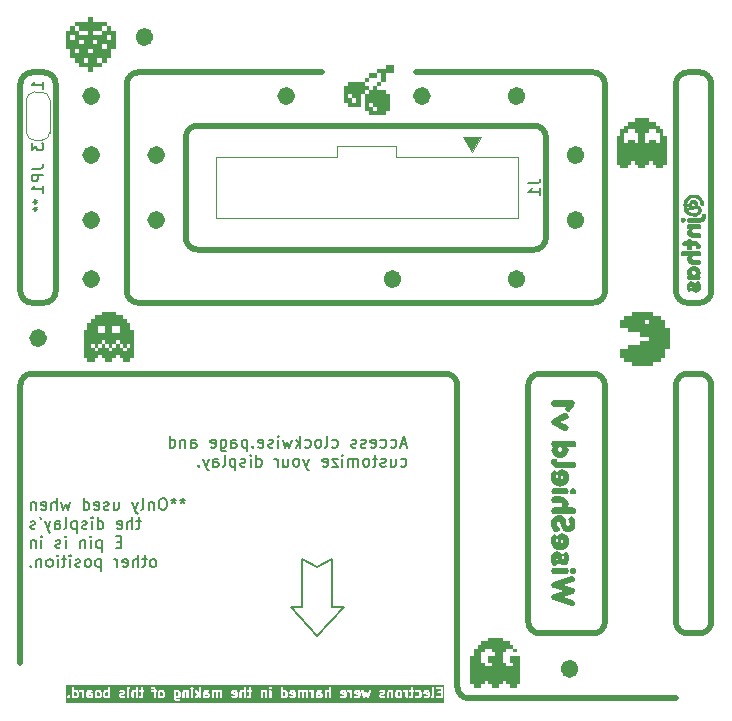
<source format=gbo>
%TF.GenerationSoftware,KiCad,Pcbnew,8.0.7-unknown-202501031821~9d36205ced~ubuntu20.04.1*%
%TF.CreationDate,2025-02-02T17:39:59-03:00*%
%TF.ProjectId,Wise-Shield-32,57697365-2d53-4686-9965-6c642d33322e,1*%
%TF.SameCoordinates,Original*%
%TF.FileFunction,Legend,Bot*%
%TF.FilePolarity,Positive*%
%FSLAX46Y46*%
G04 Gerber Fmt 4.6, Leading zero omitted, Abs format (unit mm)*
G04 Created by KiCad (PCBNEW 8.0.7-unknown-202501031821~9d36205ced~ubuntu20.04.1) date 2025-02-02 17:39:59*
%MOMM*%
%LPD*%
G01*
G04 APERTURE LIST*
%ADD10C,0.500000*%
%ADD11C,0.000000*%
%ADD12C,0.757107*%
%ADD13C,0.200000*%
%ADD14C,0.100000*%
%ADD15C,0.150000*%
%ADD16C,0.120000*%
G04 APERTURE END LIST*
D10*
X107000000Y-67500000D02*
G75*
G02*
X108000000Y-66500000I1000000J0D01*
G01*
X142500000Y-80500000D02*
G75*
G02*
X141500000Y-81500000I-1000000J0D01*
G01*
X146500000Y-86000000D02*
X108000000Y-86000000D01*
X100000000Y-86000000D02*
X99000000Y-86000000D01*
D11*
G36*
X127500000Y-66941665D02*
G01*
X127499998Y-66941665D01*
X127499998Y-66941662D01*
X127500000Y-66941662D01*
X127500000Y-66941665D01*
G37*
D10*
X156500000Y-113000000D02*
G75*
G02*
X155500000Y-114000000I-1000000J0D01*
G01*
X142000000Y-114000000D02*
G75*
G02*
X141000000Y-113000000I0J1000000D01*
G01*
X153500000Y-93000000D02*
G75*
G02*
X154500000Y-92000000I1000000J0D01*
G01*
X146500000Y-66500000D02*
G75*
G02*
X147500000Y-67500000I0J-1000000D01*
G01*
X108000000Y-66500000D02*
X123500000Y-66500000D01*
X156500000Y-85000000D02*
G75*
G02*
X155500000Y-86000000I-1000000J0D01*
G01*
D11*
G36*
X152616663Y-88161331D02*
G01*
X152976496Y-88161331D01*
X152976496Y-89918163D01*
X152616663Y-89918163D01*
X152616663Y-90637833D01*
X152277998Y-90637833D01*
X152277998Y-90976501D01*
X151558333Y-90976501D01*
X151558333Y-91336334D01*
X149801501Y-91336334D01*
X149801501Y-90976501D01*
X149102999Y-90976501D01*
X149102999Y-90637836D01*
X148743166Y-90637836D01*
X148743166Y-89918167D01*
X149441668Y-89918167D01*
X149441668Y-89579498D01*
X150500000Y-89579498D01*
X150500000Y-89219665D01*
X151219666Y-89219665D01*
X151219666Y-88859833D01*
X150500000Y-88859833D01*
X150500000Y-88500000D01*
X149441668Y-88500000D01*
X149441668Y-88161335D01*
X148743166Y-88161335D01*
X148743166Y-87441669D01*
X150859833Y-87441669D01*
X150859833Y-87801502D01*
X151219666Y-87801502D01*
X151219666Y-87441669D01*
X150859833Y-87441669D01*
X148743166Y-87441669D01*
X148743166Y-87441666D01*
X149102999Y-87441666D01*
X149102999Y-87102997D01*
X149801501Y-87102997D01*
X149801501Y-86743164D01*
X151558333Y-86743164D01*
X151558333Y-87102997D01*
X152277998Y-87102997D01*
X152277998Y-87441662D01*
X152616663Y-87441662D01*
X152616663Y-87801502D01*
X152616663Y-88161331D01*
G37*
D10*
X154500000Y-86000000D02*
G75*
G02*
X153500000Y-85000000I0J1000000D01*
G01*
X147500000Y-85000000D02*
G75*
G02*
X146500000Y-86000000I-1000000J0D01*
G01*
X153500000Y-67500000D02*
G75*
G02*
X154500000Y-66500000I1000000J0D01*
G01*
X98000000Y-116500000D02*
X98000000Y-93000000D01*
X113000000Y-81500000D02*
G75*
G02*
X112000000Y-80500000I0J1000000D01*
G01*
X154500000Y-66500000D02*
X155500000Y-66500000D01*
X99000000Y-66500000D02*
X100000000Y-66500000D01*
D11*
G36*
X140026829Y-115589832D02*
G01*
X139709328Y-115589832D01*
X139709328Y-115293499D01*
X140026829Y-115293499D01*
X140026829Y-115589832D01*
G37*
D12*
X108878553Y-63500000D02*
G75*
G02*
X108121447Y-63500000I-378553J0D01*
G01*
X108121447Y-63500000D02*
G75*
G02*
X108878553Y-63500000I378553J0D01*
G01*
D10*
X146500000Y-92000000D02*
G75*
G02*
X147500000Y-93000000I0J-1000000D01*
G01*
X136000000Y-119500000D02*
G75*
G02*
X135000000Y-118500000I0J1000000D01*
G01*
D11*
G36*
X104142999Y-62192837D02*
G01*
X105307165Y-62192837D01*
X105307165Y-62573830D01*
X104905001Y-62573830D01*
X104905001Y-62954826D01*
X105307165Y-62954826D01*
X105307165Y-62573833D01*
X105688166Y-62573833D01*
X105688166Y-62954830D01*
X106069166Y-62954830D01*
X106069166Y-64500000D01*
X105688166Y-64500000D01*
X105688166Y-65262001D01*
X105307165Y-65262001D01*
X105307165Y-65664169D01*
X104905001Y-65664169D01*
X104905001Y-66045166D01*
X104142999Y-66045166D01*
X104142999Y-66426163D01*
X103761999Y-66426163D01*
X103762001Y-66235664D01*
X103762001Y-66045166D01*
X103000000Y-66045166D01*
X103000000Y-65664169D01*
X102597832Y-65664169D01*
X102597832Y-65664165D01*
X102597832Y-65262001D01*
X102216832Y-65262001D01*
X102216832Y-65261997D01*
X103381001Y-65261997D01*
X103381001Y-65664165D01*
X103762001Y-65664165D01*
X103762001Y-65261997D01*
X104524000Y-65261997D01*
X104524000Y-65664165D01*
X104905001Y-65664165D01*
X104905001Y-65261997D01*
X104524000Y-65261997D01*
X103762001Y-65261997D01*
X103381001Y-65261997D01*
X102216832Y-65261997D01*
X102216832Y-64880997D01*
X102216832Y-64500000D01*
X102597832Y-64500000D01*
X102597832Y-64880997D01*
X103000000Y-64880997D01*
X103000000Y-64500000D01*
X103761999Y-64500000D01*
X103761999Y-64880997D01*
X104142999Y-64880997D01*
X104142999Y-64500000D01*
X103761999Y-64500000D01*
X103000000Y-64500000D01*
X102597832Y-64500000D01*
X102216832Y-64500000D01*
X101835831Y-64500000D01*
X101835831Y-64499996D01*
X101835831Y-64118999D01*
X104905001Y-64118999D01*
X104905001Y-64499996D01*
X105307165Y-64499996D01*
X105307165Y-64118999D01*
X104905001Y-64118999D01*
X101835831Y-64118999D01*
X101835831Y-64118996D01*
X101835831Y-63737999D01*
X103000000Y-63737999D01*
X103000000Y-64118996D01*
X103381001Y-64118996D01*
X103381001Y-63737999D01*
X104142999Y-63737999D01*
X104142999Y-64118996D01*
X104524000Y-64118996D01*
X104524000Y-63737999D01*
X104142999Y-63737999D01*
X103381001Y-63737999D01*
X103000000Y-63737999D01*
X101835831Y-63737999D01*
X101835831Y-63737995D01*
X101835831Y-63356998D01*
X102216833Y-63356998D01*
X102216833Y-63737995D01*
X102597834Y-63737995D01*
X102597834Y-63356998D01*
X105307165Y-63356998D01*
X105307165Y-63737995D01*
X105688166Y-63737995D01*
X105688166Y-63356998D01*
X105307165Y-63356998D01*
X102597834Y-63356998D01*
X102216833Y-63356998D01*
X101835831Y-63356998D01*
X101835831Y-63356995D01*
X101835831Y-62954830D01*
X102216832Y-62954830D01*
X102216832Y-62573833D01*
X102597832Y-62573833D01*
X102597832Y-62954826D01*
X103000000Y-62954826D01*
X103000000Y-63356995D01*
X103762001Y-63356995D01*
X103762001Y-62954826D01*
X104142999Y-62954826D01*
X104142999Y-63356995D01*
X104905001Y-63356995D01*
X104905001Y-62954826D01*
X104142999Y-62954826D01*
X103762001Y-62954826D01*
X103000000Y-62954826D01*
X103000000Y-62573830D01*
X102597832Y-62573830D01*
X102597832Y-62192837D01*
X103761999Y-62192837D01*
X103761999Y-61811840D01*
X104142999Y-61811840D01*
X104142999Y-62192837D01*
G37*
D10*
X107000000Y-85000000D02*
X107000000Y-67500000D01*
D12*
X99878553Y-89000000D02*
G75*
G02*
X99121447Y-89000000I-378553J0D01*
G01*
X99121447Y-89000000D02*
G75*
G02*
X99878553Y-89000000I378553J0D01*
G01*
D13*
X123125000Y-108400000D02*
X121875000Y-107700000D01*
X123125000Y-114200000D02*
X125375000Y-111800000D01*
X124375000Y-107700000D02*
X124375000Y-111800000D01*
D12*
X145378553Y-79000000D02*
G75*
G02*
X144621447Y-79000000I-378553J0D01*
G01*
X144621447Y-79000000D02*
G75*
G02*
X145378553Y-79000000I378553J0D01*
G01*
D10*
X134000000Y-92000000D02*
G75*
G02*
X135000000Y-93000000I0J-1000000D01*
G01*
X99000000Y-86000000D02*
G75*
G02*
X98000000Y-85000000I0J1000000D01*
G01*
X101000000Y-85000000D02*
G75*
G02*
X100000000Y-86000000I-1000000J0D01*
G01*
X112000000Y-80500000D02*
X112000000Y-72000000D01*
X146500000Y-114000000D02*
X142000000Y-114000000D01*
D11*
G36*
X151227664Y-70676830D02*
G01*
X151820330Y-70676830D01*
X151820330Y-70994328D01*
X152116664Y-70994328D01*
X152116664Y-71290661D01*
X152434161Y-71290661D01*
X152434161Y-71883328D01*
X152730494Y-71883328D01*
X152730494Y-74317497D01*
X152434161Y-74317497D01*
X152434161Y-74613830D01*
X151820326Y-74613830D01*
X151820326Y-74317497D01*
X151523993Y-74317497D01*
X151523993Y-74000000D01*
X151227660Y-74000000D01*
X151227660Y-74317497D01*
X150910163Y-74317497D01*
X150910163Y-74613830D01*
X150317497Y-74613830D01*
X150317497Y-74317497D01*
X150000000Y-74317497D01*
X150000000Y-74000000D01*
X149703666Y-74000000D01*
X149703666Y-74317497D01*
X149407333Y-74317497D01*
X149407333Y-74613830D01*
X148793501Y-74613830D01*
X148793506Y-74465663D01*
X148793506Y-74317497D01*
X148497173Y-74317497D01*
X148497173Y-72497166D01*
X149111005Y-72497166D01*
X149407337Y-72497166D01*
X149407339Y-72348999D01*
X149407339Y-72200832D01*
X150000004Y-72200832D01*
X150000004Y-72497166D01*
X150317501Y-72497166D01*
X150910174Y-72497166D01*
X151227671Y-72497166D01*
X151227671Y-72200832D01*
X151820338Y-72200832D01*
X151820338Y-72497166D01*
X152116671Y-72497166D01*
X152116671Y-71587002D01*
X151820338Y-71587002D01*
X151820338Y-71290669D01*
X151227671Y-71290669D01*
X151227671Y-71587002D01*
X150910174Y-71587002D01*
X150910174Y-72497166D01*
X150317501Y-72497166D01*
X150317501Y-71587002D01*
X150000004Y-71587002D01*
X150000004Y-71290669D01*
X149407337Y-71290669D01*
X149407337Y-71587002D01*
X149111005Y-71587002D01*
X149111005Y-72497166D01*
X148497173Y-72497166D01*
X148497173Y-71883328D01*
X148793506Y-71883328D01*
X148793506Y-71587002D01*
X148793506Y-71290661D01*
X149111007Y-71290661D01*
X149111007Y-70994328D01*
X149407339Y-70994328D01*
X149407339Y-70676830D01*
X150000004Y-70676830D01*
X150000004Y-70380497D01*
X151227664Y-70380497D01*
X151227664Y-70676830D01*
G37*
D14*
X136250000Y-73250000D02*
X135500000Y-72000000D01*
X137000000Y-72000000D01*
X136250000Y-73250000D01*
G36*
X136250000Y-73250000D02*
G01*
X135500000Y-72000000D01*
X137000000Y-72000000D01*
X136250000Y-73250000D01*
G37*
D10*
X141500000Y-71000000D02*
G75*
G02*
X142500000Y-72000000I0J-1000000D01*
G01*
D13*
X125375000Y-111800000D02*
X124375000Y-111800000D01*
D10*
X112000000Y-72000000D02*
G75*
G02*
X113000000Y-71000000I1000000J0D01*
G01*
D11*
G36*
X129616669Y-66581833D02*
G01*
X128918169Y-66581833D01*
X128918169Y-67301502D01*
X128558336Y-67301502D01*
X128558336Y-67640167D01*
X128198503Y-67640167D01*
X128198503Y-68000000D01*
X128918173Y-68000000D01*
X128918173Y-68359832D01*
X129256840Y-68359832D01*
X129256840Y-69756836D01*
X128918173Y-69756836D01*
X128918173Y-70116668D01*
X127500004Y-70116668D01*
X127500000Y-69936752D01*
X127500000Y-69756836D01*
X127140167Y-69756836D01*
X127140167Y-69418167D01*
X127140167Y-69058334D01*
X127499996Y-69058334D01*
X127499996Y-69418167D01*
X127859831Y-69418167D01*
X127859831Y-69756836D01*
X128198499Y-69756836D01*
X128198499Y-69418167D01*
X127859831Y-69418167D01*
X127859831Y-69058334D01*
X127499996Y-69058334D01*
X127140167Y-69058334D01*
X127140167Y-68359832D01*
X126801500Y-68359832D01*
X126801500Y-69418163D01*
X125743168Y-69418163D01*
X125743168Y-69058334D01*
X125743168Y-69058330D01*
X125383331Y-69058330D01*
X125383331Y-68698501D01*
X125383331Y-68359832D01*
X125743168Y-68359832D01*
X125743168Y-68698501D01*
X126081834Y-68698501D01*
X126081834Y-69058334D01*
X126441667Y-69058334D01*
X126441667Y-68698501D01*
X126081834Y-68698501D01*
X126081834Y-68359832D01*
X125743168Y-68359832D01*
X125383331Y-68359832D01*
X125383331Y-67640163D01*
X125743168Y-67640163D01*
X125743168Y-67301498D01*
X127140165Y-67301498D01*
X127140165Y-67640159D01*
X127499998Y-67640159D01*
X127499998Y-67999992D01*
X127140165Y-67999992D01*
X127140165Y-68359825D01*
X127499998Y-68359825D01*
X127500000Y-68179916D01*
X127500000Y-68000000D01*
X127859834Y-68000000D01*
X127859834Y-67640167D01*
X128198499Y-67640167D01*
X128198499Y-67301498D01*
X128558332Y-67301498D01*
X128558332Y-66581829D01*
X128198499Y-66581829D01*
X128198499Y-66243164D01*
X128918169Y-66243164D01*
X128918169Y-65883331D01*
X129616669Y-65883331D01*
X129616669Y-66581833D01*
G37*
D10*
X147500000Y-67500000D02*
X147500000Y-85000000D01*
D12*
X104378553Y-84000000D02*
G75*
G02*
X103621447Y-84000000I-378553J0D01*
G01*
X103621447Y-84000000D02*
G75*
G02*
X104378553Y-84000000I378553J0D01*
G01*
X109878553Y-73500000D02*
G75*
G02*
X109121447Y-73500000I-378553J0D01*
G01*
X109121447Y-73500000D02*
G75*
G02*
X109878553Y-73500000I378553J0D01*
G01*
X129878553Y-84000000D02*
G75*
G02*
X129121447Y-84000000I-378553J0D01*
G01*
X129121447Y-84000000D02*
G75*
G02*
X129878553Y-84000000I378553J0D01*
G01*
D10*
X153500000Y-119500000D02*
X136000000Y-119500000D01*
X98000000Y-67500000D02*
G75*
G02*
X99000000Y-66500000I1000000J0D01*
G01*
D12*
X104378553Y-79000000D02*
G75*
G02*
X103621447Y-79000000I-378553J0D01*
G01*
X103621447Y-79000000D02*
G75*
G02*
X104378553Y-79000000I378553J0D01*
G01*
D13*
X121875000Y-107700000D02*
X121875000Y-111800000D01*
D10*
X101000000Y-67500000D02*
X101000000Y-85000000D01*
D11*
G36*
X127499998Y-67301494D02*
G01*
X127140167Y-67301494D01*
X127140167Y-66941665D01*
X127499998Y-66941665D01*
X127499998Y-67301494D01*
G37*
D13*
X123125000Y-114200000D02*
X120875000Y-111800000D01*
D12*
X140378553Y-84000000D02*
G75*
G02*
X139621447Y-84000000I-378553J0D01*
G01*
X139621447Y-84000000D02*
G75*
G02*
X140378553Y-84000000I378553J0D01*
G01*
D13*
X124375000Y-107700000D02*
X123125000Y-108400000D01*
D10*
X154500000Y-114000000D02*
G75*
G02*
X153500000Y-113000000I0J1000000D01*
G01*
X154500000Y-92000000D02*
X155500000Y-92000000D01*
X98000000Y-85000000D02*
X98000000Y-67500000D01*
X153500000Y-85000000D02*
X153500000Y-67500000D01*
X155500000Y-114000000D02*
X154500000Y-114000000D01*
D12*
X120878553Y-68500000D02*
G75*
G02*
X120121447Y-68500000I-378553J0D01*
G01*
X120121447Y-68500000D02*
G75*
G02*
X120878553Y-68500000I378553J0D01*
G01*
D10*
X141000000Y-113000000D02*
X141000000Y-93000000D01*
X155500000Y-66500000D02*
G75*
G02*
X156500000Y-67500000I0J-1000000D01*
G01*
X155500000Y-92000000D02*
G75*
G02*
X156500000Y-93000000I0J-1000000D01*
G01*
X156500000Y-67500000D02*
X156500000Y-85000000D01*
X156500000Y-93000000D02*
X156500000Y-113000000D01*
D12*
X145378553Y-73500000D02*
G75*
G02*
X144621447Y-73500000I-378553J0D01*
G01*
X144621447Y-73500000D02*
G75*
G02*
X145378553Y-73500000I378553J0D01*
G01*
D10*
X147500000Y-93000000D02*
X147500000Y-113000000D01*
X142000000Y-92000000D02*
X146500000Y-92000000D01*
X141500000Y-81500000D02*
X113000000Y-81500000D01*
D12*
X109878553Y-79000000D02*
G75*
G02*
X109121447Y-79000000I-378553J0D01*
G01*
X109121447Y-79000000D02*
G75*
G02*
X109878553Y-79000000I378553J0D01*
G01*
D10*
X142500000Y-72000000D02*
X142500000Y-80500000D01*
X147500000Y-113000000D02*
G75*
G02*
X146500000Y-114000000I-1000000J0D01*
G01*
D11*
G36*
X138820328Y-114679668D02*
G01*
X139412995Y-114679668D01*
X139412995Y-114997166D01*
X139709328Y-114997166D01*
X139709328Y-115293499D01*
X139116660Y-115293499D01*
X139116660Y-115589832D01*
X138820328Y-115589832D01*
X138820328Y-116499996D01*
X139116660Y-116499996D01*
X139116660Y-116796329D01*
X139709328Y-116796329D01*
X139709328Y-116499996D01*
X139412995Y-116499996D01*
X139412995Y-115886162D01*
X140323162Y-115886162D01*
X140323162Y-118320331D01*
X140026831Y-118320331D01*
X140026831Y-118468498D01*
X140026825Y-118616668D01*
X139412991Y-118616668D01*
X139412991Y-118320335D01*
X139116660Y-118320335D01*
X139116660Y-118002838D01*
X138820328Y-118002838D01*
X138820328Y-118320335D01*
X138502827Y-118320335D01*
X138502827Y-118616668D01*
X137910159Y-118616668D01*
X137910159Y-118320335D01*
X137592657Y-118320335D01*
X137592657Y-118002838D01*
X137296326Y-118002838D01*
X137296326Y-118320335D01*
X136999995Y-118320335D01*
X136999995Y-118616668D01*
X136386160Y-118616668D01*
X136386160Y-118320335D01*
X136089829Y-118320335D01*
X136089829Y-116500000D01*
X137000000Y-116500000D01*
X137296332Y-116500000D01*
X137296332Y-116796337D01*
X137910164Y-116796337D01*
X137910164Y-116500003D01*
X137592663Y-116500003D01*
X137592663Y-115886169D01*
X138206498Y-115886169D01*
X138206498Y-115589836D01*
X137910164Y-115589836D01*
X137910164Y-115293503D01*
X137296332Y-115293503D01*
X137296332Y-115589836D01*
X137000000Y-115589836D01*
X137000000Y-116500000D01*
X136089829Y-116500000D01*
X136089829Y-115886165D01*
X136386160Y-115886165D01*
X136386160Y-115589836D01*
X136386160Y-115293499D01*
X136703661Y-115293499D01*
X136703661Y-114997166D01*
X136999995Y-114997166D01*
X136999995Y-114679668D01*
X137592661Y-114679668D01*
X137592661Y-114383335D01*
X138820328Y-114383335D01*
X138820328Y-114679668D01*
G37*
D10*
X134000000Y-92000000D02*
X99000000Y-92000000D01*
X155500000Y-86000000D02*
X154500000Y-86000000D01*
X141000000Y-93000000D02*
G75*
G02*
X142000000Y-92000000I1000000J0D01*
G01*
X135000000Y-93000000D02*
X135000000Y-118500000D01*
D11*
G36*
X106116665Y-87065832D02*
G01*
X106709332Y-87065832D01*
X106709332Y-87383333D01*
X107005665Y-87383333D01*
X107005665Y-87679667D01*
X107323162Y-87679667D01*
X107323162Y-88272333D01*
X107619496Y-88272333D01*
X107619496Y-90706501D01*
X107323162Y-90706501D01*
X107323162Y-91002834D01*
X106709328Y-91002834D01*
X106709328Y-90706501D01*
X106412995Y-90706501D01*
X106412995Y-90389004D01*
X106116663Y-90389004D01*
X106116663Y-90706501D01*
X105799162Y-90706501D01*
X105799162Y-91002834D01*
X105206494Y-91002834D01*
X105206494Y-90706501D01*
X104888993Y-90706501D01*
X104888993Y-90389004D01*
X104592661Y-90389004D01*
X104592661Y-90706501D01*
X104296328Y-90706501D01*
X104296328Y-91002834D01*
X103682495Y-91002834D01*
X103682497Y-90854667D01*
X103682497Y-90706501D01*
X103386166Y-90706501D01*
X103386166Y-90092667D01*
X103386166Y-89796333D01*
X103386166Y-89500000D01*
X104000000Y-89500000D01*
X104000000Y-89796333D01*
X104296332Y-89796333D01*
X104296332Y-90092667D01*
X104592665Y-90092667D01*
X104592665Y-89796333D01*
X104888997Y-89796333D01*
X104888997Y-89500000D01*
X105206498Y-89500000D01*
X105206498Y-89796333D01*
X105502829Y-89796333D01*
X105502829Y-90092667D01*
X105799162Y-90092667D01*
X105799162Y-89796333D01*
X106116663Y-89796333D01*
X106116663Y-89500000D01*
X106412995Y-89500000D01*
X106412995Y-89796333D01*
X106709328Y-89796333D01*
X106709328Y-90092667D01*
X107005661Y-90092667D01*
X107005661Y-89796333D01*
X107323159Y-89796333D01*
X107323159Y-89500000D01*
X107005661Y-89500000D01*
X107005661Y-89796333D01*
X106709328Y-89796333D01*
X106709328Y-89500000D01*
X106412995Y-89500000D01*
X106412995Y-89182503D01*
X106116663Y-89182503D01*
X106116663Y-89500000D01*
X105799162Y-89500000D01*
X105799162Y-89796333D01*
X105502829Y-89796333D01*
X105502829Y-89500000D01*
X105206498Y-89500000D01*
X105206498Y-89182503D01*
X104888997Y-89182503D01*
X104888997Y-89500000D01*
X104592665Y-89500000D01*
X104592665Y-89796333D01*
X104296332Y-89796333D01*
X104296332Y-89500000D01*
X104000000Y-89500000D01*
X103386166Y-89500000D01*
X103386166Y-88589832D01*
X103386166Y-88272333D01*
X103682497Y-88272333D01*
X103682497Y-87976000D01*
X104592665Y-87976000D01*
X104592665Y-88589832D01*
X105206498Y-88589832D01*
X105206498Y-87976000D01*
X105799166Y-87976000D01*
X105799166Y-88589832D01*
X106412999Y-88589832D01*
X106412999Y-87976000D01*
X105799166Y-87976000D01*
X105206498Y-87976000D01*
X104592665Y-87976000D01*
X103682497Y-87976000D01*
X103682497Y-87679667D01*
X103999998Y-87679667D01*
X103999998Y-87383333D01*
X104296330Y-87383333D01*
X104296330Y-87065832D01*
X104888998Y-87065832D01*
X104888998Y-86769501D01*
X106116665Y-86769501D01*
X106116665Y-87065832D01*
G37*
D12*
X144878553Y-117000000D02*
G75*
G02*
X144121447Y-117000000I-378553J0D01*
G01*
X144121447Y-117000000D02*
G75*
G02*
X144878553Y-117000000I378553J0D01*
G01*
D11*
G36*
X127140167Y-67301498D02*
G01*
X127140165Y-67301498D01*
X127140165Y-67301494D01*
X127140167Y-67301494D01*
X127140167Y-67301498D01*
G37*
D10*
X108000000Y-86000000D02*
G75*
G02*
X107000000Y-85000000I0J1000000D01*
G01*
D13*
X120875000Y-111800000D02*
X121875000Y-111800000D01*
D10*
X153500000Y-113000000D02*
X153500000Y-93000000D01*
D11*
G36*
X128198499Y-66941662D02*
G01*
X127500000Y-66941662D01*
X127500000Y-66581833D01*
X128198499Y-66581833D01*
X128198499Y-66941662D01*
G37*
D10*
X98000000Y-93000000D02*
G75*
G02*
X99000000Y-92000000I1000000J0D01*
G01*
X100000000Y-66500000D02*
G75*
G02*
X101000000Y-67500000I0J-1000000D01*
G01*
D12*
X104378553Y-73500000D02*
G75*
G02*
X103621447Y-73500000I-378553J0D01*
G01*
X103621447Y-73500000D02*
G75*
G02*
X104378553Y-73500000I378553J0D01*
G01*
D10*
X131500000Y-66500000D02*
X146500000Y-66500000D01*
D12*
X132378553Y-68500000D02*
G75*
G02*
X131621447Y-68500000I-378553J0D01*
G01*
X131621447Y-68500000D02*
G75*
G02*
X132378553Y-68500000I378553J0D01*
G01*
X140378553Y-68500000D02*
G75*
G02*
X139621447Y-68500000I-378553J0D01*
G01*
X139621447Y-68500000D02*
G75*
G02*
X140378553Y-68500000I378553J0D01*
G01*
D10*
X113000000Y-71000000D02*
X141500000Y-71000000D01*
D12*
X104378553Y-68500000D02*
G75*
G02*
X103621447Y-68500000I-378553J0D01*
G01*
X103621447Y-68500000D02*
G75*
G02*
X104378553Y-68500000I378553J0D01*
G01*
D13*
X99091695Y-77436339D02*
X99282171Y-77436339D01*
X99205980Y-77245863D02*
X99282171Y-77436339D01*
X99282171Y-77436339D02*
X99205980Y-77626816D01*
X99434552Y-77322054D02*
X99282171Y-77436339D01*
X99282171Y-77436339D02*
X99434552Y-77550625D01*
X99091695Y-78045863D02*
X99282171Y-78045863D01*
X99205980Y-77855387D02*
X99282171Y-78045863D01*
X99282171Y-78045863D02*
X99205980Y-78236340D01*
X99434552Y-77931578D02*
X99282171Y-78045863D01*
X99282171Y-78045863D02*
X99434552Y-78160149D01*
G36*
X111332990Y-118978641D02*
G01*
X111348137Y-118993788D01*
X111368418Y-119034348D01*
X111368418Y-119215707D01*
X111348138Y-119256266D01*
X111332989Y-119271415D01*
X111292430Y-119291695D01*
X111187465Y-119291695D01*
X111187465Y-118958361D01*
X111292430Y-118958361D01*
X111332990Y-118978641D01*
G37*
G36*
X102723463Y-118978641D02*
G01*
X102738610Y-118993788D01*
X102758891Y-119034348D01*
X102758891Y-119215707D01*
X102738611Y-119256266D01*
X102723462Y-119271415D01*
X102682903Y-119291695D01*
X102577938Y-119291695D01*
X102577938Y-118958361D01*
X102682903Y-118958361D01*
X102723463Y-118978641D01*
G37*
G36*
X103965307Y-119199563D02*
G01*
X103977939Y-119224826D01*
X103977939Y-119253801D01*
X103965307Y-119279064D01*
X103940046Y-119291695D01*
X103796986Y-119291695D01*
X103796986Y-119186933D01*
X103940046Y-119186933D01*
X103965307Y-119199563D01*
G37*
G36*
X104666321Y-118978641D02*
G01*
X104681468Y-118993788D01*
X104701749Y-119034348D01*
X104701749Y-119215707D01*
X104681469Y-119256266D01*
X104666320Y-119271415D01*
X104625761Y-119291695D01*
X104558689Y-119291695D01*
X104518127Y-119271414D01*
X104502981Y-119256268D01*
X104482701Y-119215707D01*
X104482701Y-119034349D01*
X104502981Y-118993788D01*
X104518127Y-118978641D01*
X104558690Y-118958361D01*
X104625761Y-118958361D01*
X104666321Y-118978641D01*
G37*
G36*
X105387463Y-119291695D02*
G01*
X105282499Y-119291695D01*
X105241937Y-119271414D01*
X105226791Y-119256268D01*
X105206511Y-119215707D01*
X105206511Y-119034349D01*
X105226791Y-118993788D01*
X105241937Y-118978641D01*
X105282500Y-118958361D01*
X105387463Y-118958361D01*
X105387463Y-119291695D01*
G37*
G36*
X109999656Y-118978641D02*
G01*
X110014803Y-118993788D01*
X110035084Y-119034348D01*
X110035084Y-119215707D01*
X110014804Y-119256266D01*
X109999655Y-119271415D01*
X109959096Y-119291695D01*
X109892024Y-119291695D01*
X109851462Y-119271414D01*
X109836316Y-119256268D01*
X109816036Y-119215707D01*
X109816036Y-119034349D01*
X109836316Y-118993788D01*
X109851462Y-118978641D01*
X109892025Y-118958361D01*
X109959096Y-118958361D01*
X109999656Y-118978641D01*
G37*
G36*
X113831977Y-119199563D02*
G01*
X113844609Y-119224826D01*
X113844609Y-119253801D01*
X113831977Y-119279064D01*
X113806716Y-119291695D01*
X113663656Y-119291695D01*
X113663656Y-119186933D01*
X113806716Y-119186933D01*
X113831977Y-119199563D01*
G37*
G36*
X116193883Y-118970992D02*
G01*
X116206514Y-118996253D01*
X116206514Y-119003047D01*
X116040489Y-118969843D01*
X116063455Y-118958361D01*
X116168621Y-118958361D01*
X116193883Y-118970992D01*
G37*
G36*
X120399659Y-118978641D02*
G01*
X120414806Y-118993788D01*
X120435087Y-119034348D01*
X120435087Y-119215707D01*
X120414807Y-119256266D01*
X120399658Y-119271415D01*
X120359099Y-119291695D01*
X120254134Y-119291695D01*
X120254134Y-118958361D01*
X120359099Y-118958361D01*
X120399659Y-118978641D01*
G37*
G36*
X121108170Y-118970992D02*
G01*
X121120801Y-118996253D01*
X121120801Y-119003047D01*
X120954776Y-118969843D01*
X120977742Y-118958361D01*
X121082908Y-118958361D01*
X121108170Y-118970992D01*
G37*
G36*
X123393884Y-119199563D02*
G01*
X123406516Y-119224826D01*
X123406516Y-119253801D01*
X123393884Y-119279064D01*
X123368623Y-119291695D01*
X123225563Y-119291695D01*
X123225563Y-119186933D01*
X123368623Y-119186933D01*
X123393884Y-119199563D01*
G37*
G36*
X125412933Y-118970992D02*
G01*
X125425564Y-118996253D01*
X125425564Y-119003047D01*
X125259539Y-118969843D01*
X125282505Y-118958361D01*
X125387671Y-118958361D01*
X125412933Y-118970992D01*
G37*
G36*
X126593885Y-118970992D02*
G01*
X126606516Y-118996253D01*
X126606516Y-119003047D01*
X126440491Y-118969843D01*
X126463457Y-118958361D01*
X126568623Y-118958361D01*
X126593885Y-118970992D01*
G37*
G36*
X130113946Y-118978641D02*
G01*
X130129093Y-118993788D01*
X130149374Y-119034348D01*
X130149374Y-119215707D01*
X130129094Y-119256266D01*
X130113945Y-119271415D01*
X130073386Y-119291695D01*
X130006314Y-119291695D01*
X129965752Y-119271414D01*
X129950606Y-119256268D01*
X129930326Y-119215707D01*
X129930326Y-119034349D01*
X129950606Y-118993788D01*
X129965752Y-118978641D01*
X130006315Y-118958361D01*
X130073386Y-118958361D01*
X130113946Y-118978641D01*
G37*
G36*
X132460552Y-118970992D02*
G01*
X132473183Y-118996253D01*
X132473183Y-119003047D01*
X132307158Y-118969843D01*
X132330124Y-118958361D01*
X132435290Y-118958361D01*
X132460552Y-118970992D01*
G37*
G36*
X133877945Y-119858361D02*
G01*
X101860811Y-119858361D01*
X101860811Y-119334091D01*
X101960811Y-119334091D01*
X101960811Y-119373109D01*
X101966240Y-119386215D01*
X101975743Y-119409158D01*
X101975747Y-119409162D01*
X101988179Y-119424311D01*
X102026274Y-119462405D01*
X102041427Y-119474842D01*
X102050430Y-119478571D01*
X102077476Y-119489774D01*
X102116493Y-119489774D01*
X102116494Y-119489774D01*
X102137343Y-119481138D01*
X102152541Y-119474843D01*
X102167695Y-119462407D01*
X102205791Y-119424312D01*
X102218227Y-119409159D01*
X102222716Y-119398322D01*
X102233160Y-119373109D01*
X102233160Y-119334091D01*
X102222716Y-119308878D01*
X102218229Y-119298044D01*
X102218228Y-119298043D01*
X102205792Y-119282889D01*
X102167696Y-119244793D01*
X102152542Y-119232357D01*
X102152541Y-119232356D01*
X102126276Y-119221477D01*
X102116494Y-119217425D01*
X102077476Y-119217425D01*
X102041428Y-119232357D01*
X102041426Y-119232358D01*
X102026273Y-119244794D01*
X101988178Y-119282890D01*
X101975742Y-119298044D01*
X101971255Y-119308878D01*
X101960811Y-119334091D01*
X101860811Y-119334091D01*
X101860811Y-118591695D01*
X102377938Y-118591695D01*
X102377938Y-119391695D01*
X102379859Y-119411204D01*
X102394791Y-119447252D01*
X102422381Y-119474842D01*
X102458429Y-119489774D01*
X102497447Y-119489774D01*
X102514027Y-119482905D01*
X102527717Y-119488144D01*
X102531299Y-119488398D01*
X102534620Y-119489774D01*
X102554129Y-119491695D01*
X102706510Y-119491695D01*
X102726019Y-119489774D01*
X102729339Y-119488398D01*
X102732923Y-119488144D01*
X102751231Y-119481138D01*
X102827421Y-119443043D01*
X102835817Y-119437757D01*
X102838258Y-119436747D01*
X102841003Y-119434493D01*
X102844012Y-119432600D01*
X102845743Y-119430603D01*
X102853412Y-119424310D01*
X102891506Y-119386214D01*
X102897798Y-119378546D01*
X102899794Y-119376816D01*
X102901686Y-119373809D01*
X102903943Y-119371060D01*
X102904954Y-119368617D01*
X102910237Y-119360226D01*
X102948333Y-119284037D01*
X102955340Y-119265728D01*
X102955594Y-119262142D01*
X102956970Y-119258823D01*
X102958891Y-119239314D01*
X102958891Y-119010742D01*
X102956970Y-118991233D01*
X102955594Y-118987913D01*
X102955340Y-118984328D01*
X102948333Y-118966019D01*
X102910237Y-118889830D01*
X102904953Y-118881437D01*
X102903942Y-118878994D01*
X102901685Y-118876244D01*
X102899794Y-118873240D01*
X102897799Y-118871510D01*
X102891505Y-118863841D01*
X102866517Y-118838852D01*
X102989383Y-118838852D01*
X102989383Y-118877870D01*
X103004315Y-118913918D01*
X103031905Y-118941508D01*
X103067953Y-118956440D01*
X103087462Y-118958361D01*
X103140046Y-118958361D01*
X103180605Y-118978641D01*
X103195752Y-118993787D01*
X103216033Y-119034349D01*
X103216033Y-119391695D01*
X103217954Y-119411204D01*
X103232886Y-119447252D01*
X103260476Y-119474842D01*
X103296524Y-119489774D01*
X103335542Y-119489774D01*
X103371590Y-119474842D01*
X103399180Y-119447252D01*
X103414112Y-119411204D01*
X103416033Y-119391695D01*
X103416033Y-118972647D01*
X103596986Y-118972647D01*
X103596986Y-119391695D01*
X103598907Y-119411204D01*
X103613839Y-119447252D01*
X103641429Y-119474842D01*
X103677477Y-119489774D01*
X103716495Y-119489774D01*
X103733075Y-119482905D01*
X103746765Y-119488144D01*
X103750347Y-119488398D01*
X103753668Y-119489774D01*
X103773177Y-119491695D01*
X103963653Y-119491695D01*
X103983162Y-119489774D01*
X103986482Y-119488398D01*
X103990066Y-119488144D01*
X104008374Y-119481138D01*
X104084564Y-119443043D01*
X104087827Y-119440988D01*
X104089366Y-119440476D01*
X104091281Y-119438814D01*
X104101155Y-119432600D01*
X104109370Y-119423127D01*
X104118843Y-119414912D01*
X104125056Y-119405039D01*
X104126719Y-119403123D01*
X104127232Y-119401583D01*
X104129285Y-119398322D01*
X104167381Y-119322131D01*
X104174388Y-119303823D01*
X104174642Y-119300237D01*
X104176018Y-119296918D01*
X104177939Y-119277409D01*
X104177939Y-119201219D01*
X104176018Y-119181710D01*
X104174642Y-119178390D01*
X104174388Y-119174805D01*
X104167381Y-119156497D01*
X104129285Y-119080306D01*
X104127232Y-119077044D01*
X104126719Y-119075505D01*
X104125056Y-119073588D01*
X104118843Y-119063716D01*
X104109370Y-119055500D01*
X104101155Y-119046028D01*
X104091281Y-119039813D01*
X104089366Y-119038152D01*
X104087827Y-119037639D01*
X104084564Y-119035585D01*
X104034878Y-119010742D01*
X104282701Y-119010742D01*
X104282701Y-119239314D01*
X104284622Y-119258823D01*
X104285997Y-119262143D01*
X104286252Y-119265727D01*
X104293258Y-119284035D01*
X104331353Y-119360225D01*
X104336637Y-119368621D01*
X104337648Y-119371060D01*
X104339901Y-119373805D01*
X104341796Y-119376816D01*
X104343792Y-119378547D01*
X104350084Y-119386214D01*
X104388179Y-119424310D01*
X104395850Y-119430606D01*
X104397580Y-119432600D01*
X104400585Y-119434491D01*
X104403332Y-119436746D01*
X104405772Y-119437756D01*
X104414170Y-119443043D01*
X104490361Y-119481138D01*
X104508670Y-119488144D01*
X104512252Y-119488398D01*
X104515573Y-119489774D01*
X104535082Y-119491695D01*
X104649368Y-119491695D01*
X104668877Y-119489774D01*
X104672197Y-119488398D01*
X104675781Y-119488144D01*
X104694089Y-119481138D01*
X104770279Y-119443043D01*
X104778675Y-119437757D01*
X104781116Y-119436747D01*
X104783861Y-119434493D01*
X104786870Y-119432600D01*
X104788601Y-119430603D01*
X104796270Y-119424310D01*
X104834364Y-119386214D01*
X104840656Y-119378546D01*
X104842652Y-119376816D01*
X104844544Y-119373809D01*
X104846801Y-119371060D01*
X104847812Y-119368617D01*
X104853095Y-119360226D01*
X104891191Y-119284037D01*
X104898198Y-119265728D01*
X104898452Y-119262142D01*
X104899828Y-119258823D01*
X104901749Y-119239314D01*
X104901749Y-119010742D01*
X105006511Y-119010742D01*
X105006511Y-119239314D01*
X105008432Y-119258823D01*
X105009807Y-119262143D01*
X105010062Y-119265727D01*
X105017068Y-119284035D01*
X105055163Y-119360225D01*
X105060447Y-119368621D01*
X105061458Y-119371060D01*
X105063711Y-119373805D01*
X105065606Y-119376816D01*
X105067602Y-119378547D01*
X105073894Y-119386214D01*
X105111989Y-119424310D01*
X105119660Y-119430606D01*
X105121390Y-119432600D01*
X105124395Y-119434491D01*
X105127142Y-119436746D01*
X105129582Y-119437756D01*
X105137980Y-119443043D01*
X105214171Y-119481138D01*
X105232480Y-119488144D01*
X105236062Y-119488398D01*
X105239383Y-119489774D01*
X105258892Y-119491695D01*
X105411273Y-119491695D01*
X105430782Y-119489774D01*
X105434102Y-119488398D01*
X105437686Y-119488144D01*
X105451373Y-119482906D01*
X105467954Y-119489774D01*
X105506972Y-119489774D01*
X105543020Y-119474842D01*
X105570610Y-119447252D01*
X105585542Y-119411204D01*
X105587463Y-119391695D01*
X105587463Y-119239314D01*
X106339844Y-119239314D01*
X106339844Y-119277409D01*
X106341765Y-119296918D01*
X106343140Y-119300238D01*
X106343395Y-119303822D01*
X106350402Y-119322131D01*
X106388497Y-119398322D01*
X106390551Y-119401586D01*
X106391064Y-119403123D01*
X106392723Y-119405037D01*
X106398940Y-119414912D01*
X106408412Y-119423127D01*
X106416628Y-119432600D01*
X106426501Y-119438814D01*
X106428417Y-119440476D01*
X106429955Y-119440988D01*
X106433219Y-119443043D01*
X106509409Y-119481138D01*
X106527717Y-119488144D01*
X106531300Y-119488398D01*
X106534621Y-119489774D01*
X106554130Y-119491695D01*
X106706511Y-119491695D01*
X106726020Y-119489774D01*
X106729340Y-119488398D01*
X106732923Y-119488144D01*
X106751232Y-119481138D01*
X106827423Y-119443043D01*
X106844013Y-119432600D01*
X106869578Y-119403124D01*
X106881917Y-119366108D01*
X106879151Y-119327188D01*
X106861702Y-119292289D01*
X106832226Y-119266724D01*
X106795210Y-119254385D01*
X106756290Y-119257151D01*
X106737981Y-119264157D01*
X106682904Y-119291695D01*
X106577737Y-119291695D01*
X106552474Y-119279063D01*
X106542123Y-119258361D01*
X106552474Y-119237659D01*
X106577737Y-119225028D01*
X106668416Y-119225028D01*
X106687925Y-119223107D01*
X106691245Y-119221731D01*
X106694829Y-119221477D01*
X106713137Y-119214471D01*
X106789327Y-119176376D01*
X106792590Y-119174321D01*
X106794129Y-119173809D01*
X106796044Y-119172147D01*
X106805918Y-119165933D01*
X106814133Y-119156460D01*
X106823606Y-119148245D01*
X106829819Y-119138372D01*
X106831482Y-119136456D01*
X106831995Y-119134916D01*
X106834048Y-119131655D01*
X106872144Y-119055464D01*
X106879151Y-119037156D01*
X106879405Y-119033570D01*
X106880781Y-119030251D01*
X106882702Y-119010742D01*
X106882702Y-118972647D01*
X106880781Y-118953138D01*
X106879405Y-118949818D01*
X106879151Y-118946233D01*
X106872144Y-118927924D01*
X106834048Y-118851735D01*
X106831994Y-118848473D01*
X106831482Y-118846935D01*
X106829820Y-118845019D01*
X106823605Y-118835145D01*
X106814131Y-118826928D01*
X106805918Y-118817458D01*
X106796047Y-118811244D01*
X106794128Y-118809580D01*
X106792586Y-118809066D01*
X106789328Y-118807015D01*
X106713138Y-118768919D01*
X106694830Y-118761912D01*
X106691244Y-118761657D01*
X106687925Y-118760282D01*
X106668416Y-118758361D01*
X106554130Y-118758361D01*
X106534621Y-118760282D01*
X106531301Y-118761657D01*
X106527716Y-118761912D01*
X106509407Y-118768919D01*
X106433218Y-118807015D01*
X106416628Y-118817458D01*
X106391063Y-118846935D01*
X106378725Y-118883951D01*
X106381491Y-118922871D01*
X106398941Y-118957769D01*
X106428418Y-118983334D01*
X106465434Y-118995672D01*
X106504354Y-118992906D01*
X106522662Y-118985899D01*
X106577737Y-118958361D01*
X106644809Y-118958361D01*
X106670071Y-118970992D01*
X106680422Y-118991694D01*
X106670070Y-119012397D01*
X106644809Y-119025028D01*
X106554130Y-119025028D01*
X106534621Y-119026949D01*
X106531300Y-119028324D01*
X106527717Y-119028579D01*
X106509409Y-119035585D01*
X106433219Y-119073680D01*
X106429955Y-119075734D01*
X106428417Y-119076247D01*
X106426501Y-119077908D01*
X106416628Y-119084123D01*
X106408412Y-119093595D01*
X106398940Y-119101811D01*
X106392723Y-119111685D01*
X106391064Y-119113600D01*
X106390551Y-119115136D01*
X106388497Y-119118401D01*
X106350402Y-119194592D01*
X106343395Y-119212901D01*
X106343140Y-119216484D01*
X106341765Y-119219805D01*
X106339844Y-119239314D01*
X105587463Y-119239314D01*
X105587463Y-118610281D01*
X106989384Y-118610281D01*
X106989384Y-118649299D01*
X107004316Y-118685347D01*
X107016752Y-118700501D01*
X107054847Y-118738595D01*
X107070000Y-118751032D01*
X107084932Y-118757216D01*
X107099190Y-118763123D01*
X107070001Y-118775214D01*
X107042411Y-118802804D01*
X107027479Y-118838852D01*
X107025558Y-118858361D01*
X107025558Y-119391695D01*
X107027479Y-119411204D01*
X107042411Y-119447252D01*
X107070001Y-119474842D01*
X107106049Y-119489774D01*
X107145067Y-119489774D01*
X107181115Y-119474842D01*
X107208705Y-119447252D01*
X107223637Y-119411204D01*
X107225558Y-119391695D01*
X107225558Y-118972647D01*
X107406511Y-118972647D01*
X107406511Y-119391695D01*
X107408432Y-119411204D01*
X107423364Y-119447252D01*
X107450954Y-119474842D01*
X107487002Y-119489774D01*
X107526020Y-119489774D01*
X107562068Y-119474842D01*
X107589658Y-119447252D01*
X107604590Y-119411204D01*
X107606511Y-119391695D01*
X107606511Y-118996254D01*
X107619141Y-118970992D01*
X107644405Y-118958361D01*
X107711476Y-118958361D01*
X107749368Y-118977307D01*
X107749368Y-119391695D01*
X107751289Y-119411204D01*
X107766221Y-119447252D01*
X107793811Y-119474842D01*
X107829859Y-119489774D01*
X107868877Y-119489774D01*
X107904925Y-119474842D01*
X107932515Y-119447252D01*
X107947447Y-119411204D01*
X107949368Y-119391695D01*
X107949368Y-118838852D01*
X108017956Y-118838852D01*
X108017956Y-118877870D01*
X108032888Y-118913918D01*
X108060478Y-118941508D01*
X108096526Y-118956440D01*
X108116035Y-118958361D01*
X108206511Y-118958361D01*
X108206511Y-119253802D01*
X108193880Y-119279064D01*
X108168619Y-119291695D01*
X108116035Y-119291695D01*
X108096526Y-119293616D01*
X108060478Y-119308548D01*
X108032888Y-119336138D01*
X108017956Y-119372186D01*
X108017956Y-119411204D01*
X108032888Y-119447252D01*
X108060478Y-119474842D01*
X108096526Y-119489774D01*
X108116035Y-119491695D01*
X108192226Y-119491695D01*
X108211735Y-119489774D01*
X108215055Y-119488398D01*
X108218639Y-119488144D01*
X108236947Y-119481138D01*
X108313137Y-119443043D01*
X108316399Y-119440989D01*
X108317940Y-119440476D01*
X108319857Y-119438812D01*
X108329728Y-119432600D01*
X108337944Y-119423125D01*
X108347416Y-119414911D01*
X108353629Y-119405039D01*
X108355292Y-119403123D01*
X108355805Y-119401584D01*
X108357859Y-119398321D01*
X108395954Y-119322130D01*
X108402960Y-119303821D01*
X108403214Y-119300238D01*
X108404590Y-119296918D01*
X108406511Y-119277409D01*
X108406511Y-118958361D01*
X108420797Y-118958361D01*
X108440306Y-118956440D01*
X108476354Y-118941508D01*
X108503944Y-118913918D01*
X108518876Y-118877870D01*
X108518876Y-118838852D01*
X108503944Y-118802804D01*
X108476354Y-118775214D01*
X108440306Y-118760282D01*
X108420797Y-118758361D01*
X108406511Y-118758361D01*
X108406511Y-118591695D01*
X108404590Y-118572186D01*
X109084623Y-118572186D01*
X109084623Y-118611204D01*
X109099555Y-118647252D01*
X109127145Y-118674842D01*
X109163193Y-118689774D01*
X109182702Y-118691695D01*
X109235286Y-118691695D01*
X109260547Y-118704325D01*
X109273178Y-118729587D01*
X109273178Y-118758361D01*
X109182702Y-118758361D01*
X109163193Y-118760282D01*
X109127145Y-118775214D01*
X109099555Y-118802804D01*
X109084623Y-118838852D01*
X109084623Y-118877870D01*
X109099555Y-118913918D01*
X109127145Y-118941508D01*
X109163193Y-118956440D01*
X109182702Y-118958361D01*
X109273178Y-118958361D01*
X109273178Y-119391695D01*
X109275099Y-119411204D01*
X109290031Y-119447252D01*
X109317621Y-119474842D01*
X109353669Y-119489774D01*
X109392687Y-119489774D01*
X109428735Y-119474842D01*
X109456325Y-119447252D01*
X109471257Y-119411204D01*
X109473178Y-119391695D01*
X109473178Y-119010742D01*
X109616036Y-119010742D01*
X109616036Y-119239314D01*
X109617957Y-119258823D01*
X109619332Y-119262143D01*
X109619587Y-119265727D01*
X109626593Y-119284035D01*
X109664688Y-119360225D01*
X109669972Y-119368621D01*
X109670983Y-119371060D01*
X109673236Y-119373805D01*
X109675131Y-119376816D01*
X109677127Y-119378547D01*
X109683419Y-119386214D01*
X109721514Y-119424310D01*
X109729185Y-119430606D01*
X109730915Y-119432600D01*
X109733920Y-119434491D01*
X109736667Y-119436746D01*
X109739107Y-119437756D01*
X109747505Y-119443043D01*
X109823696Y-119481138D01*
X109842005Y-119488144D01*
X109845587Y-119488398D01*
X109848908Y-119489774D01*
X109868417Y-119491695D01*
X109982703Y-119491695D01*
X110002212Y-119489774D01*
X110005532Y-119488398D01*
X110009116Y-119488144D01*
X110027424Y-119481138D01*
X110103614Y-119443043D01*
X110112010Y-119437757D01*
X110114451Y-119436747D01*
X110117196Y-119434493D01*
X110120205Y-119432600D01*
X110121936Y-119430603D01*
X110129605Y-119424310D01*
X110167699Y-119386214D01*
X110173991Y-119378546D01*
X110175987Y-119376816D01*
X110177879Y-119373809D01*
X110180136Y-119371060D01*
X110181147Y-119368617D01*
X110186430Y-119360226D01*
X110224526Y-119284037D01*
X110231533Y-119265728D01*
X110231787Y-119262142D01*
X110233163Y-119258823D01*
X110235084Y-119239314D01*
X110235084Y-119010742D01*
X110233163Y-118991233D01*
X110231787Y-118987913D01*
X110231533Y-118984328D01*
X110224526Y-118966019D01*
X110186430Y-118889830D01*
X110181146Y-118881437D01*
X110180135Y-118878994D01*
X110177878Y-118876244D01*
X110175987Y-118873240D01*
X110173992Y-118871510D01*
X110167698Y-118863841D01*
X110162218Y-118858361D01*
X110987465Y-118858361D01*
X110987465Y-119505980D01*
X110989386Y-119525489D01*
X110990761Y-119528809D01*
X110991016Y-119532392D01*
X110998022Y-119550701D01*
X111036117Y-119626892D01*
X111041401Y-119635287D01*
X111042413Y-119637729D01*
X111044668Y-119640477D01*
X111046560Y-119643482D01*
X111048553Y-119645211D01*
X111054850Y-119652883D01*
X111092946Y-119690977D01*
X111100610Y-119697267D01*
X111102344Y-119699266D01*
X111105355Y-119701161D01*
X111108100Y-119703414D01*
X111110538Y-119704424D01*
X111118935Y-119709709D01*
X111195125Y-119747804D01*
X111213433Y-119754810D01*
X111217016Y-119755064D01*
X111220337Y-119756440D01*
X111239846Y-119758361D01*
X111354132Y-119758361D01*
X111373641Y-119756440D01*
X111376961Y-119755064D01*
X111380545Y-119754810D01*
X111398853Y-119747804D01*
X111475043Y-119709709D01*
X111491634Y-119699266D01*
X111517198Y-119669789D01*
X111529537Y-119632773D01*
X111526771Y-119593853D01*
X111509322Y-119558954D01*
X111479845Y-119533390D01*
X111442829Y-119521051D01*
X111403909Y-119523817D01*
X111385601Y-119530823D01*
X111330525Y-119558361D01*
X111263453Y-119558361D01*
X111222892Y-119538080D01*
X111207744Y-119522933D01*
X111192126Y-119491695D01*
X111316037Y-119491695D01*
X111335546Y-119489774D01*
X111338866Y-119488398D01*
X111342450Y-119488144D01*
X111360758Y-119481138D01*
X111436948Y-119443043D01*
X111445344Y-119437757D01*
X111447785Y-119436747D01*
X111450530Y-119434493D01*
X111453539Y-119432600D01*
X111455270Y-119430603D01*
X111462939Y-119424310D01*
X111501033Y-119386214D01*
X111507325Y-119378546D01*
X111509321Y-119376816D01*
X111511213Y-119373809D01*
X111513470Y-119371060D01*
X111514481Y-119368617D01*
X111519764Y-119360226D01*
X111557860Y-119284037D01*
X111564867Y-119265728D01*
X111565121Y-119262142D01*
X111566497Y-119258823D01*
X111568418Y-119239314D01*
X111568418Y-119010742D01*
X111566497Y-118991233D01*
X111565121Y-118987913D01*
X111564867Y-118984328D01*
X111560397Y-118972647D01*
X111711275Y-118972647D01*
X111711275Y-119391695D01*
X111713196Y-119411204D01*
X111728128Y-119447252D01*
X111755718Y-119474842D01*
X111791766Y-119489774D01*
X111830784Y-119489774D01*
X111866832Y-119474842D01*
X111894422Y-119447252D01*
X111909354Y-119411204D01*
X111911275Y-119391695D01*
X111911275Y-118996254D01*
X111923905Y-118970992D01*
X111949169Y-118958361D01*
X112016240Y-118958361D01*
X112054132Y-118977307D01*
X112054132Y-119391695D01*
X112056053Y-119411204D01*
X112070985Y-119447252D01*
X112098575Y-119474842D01*
X112134623Y-119489774D01*
X112173641Y-119489774D01*
X112209689Y-119474842D01*
X112237279Y-119447252D01*
X112252211Y-119411204D01*
X112254132Y-119391695D01*
X112254132Y-118858361D01*
X112252211Y-118838852D01*
X112237279Y-118802804D01*
X112209689Y-118775214D01*
X112173641Y-118760282D01*
X112134623Y-118760282D01*
X112098575Y-118775214D01*
X112098102Y-118775686D01*
X112084569Y-118768919D01*
X112066261Y-118761912D01*
X112062675Y-118761657D01*
X112059356Y-118760282D01*
X112039847Y-118758361D01*
X111925561Y-118758361D01*
X111906052Y-118760282D01*
X111902732Y-118761657D01*
X111899147Y-118761912D01*
X111880839Y-118768919D01*
X111804648Y-118807015D01*
X111801386Y-118809067D01*
X111799847Y-118809581D01*
X111797930Y-118811243D01*
X111788058Y-118817457D01*
X111779842Y-118826929D01*
X111770370Y-118835145D01*
X111764155Y-118845018D01*
X111762494Y-118846934D01*
X111761981Y-118848472D01*
X111759927Y-118851736D01*
X111721832Y-118927926D01*
X111714826Y-118946234D01*
X111714571Y-118949817D01*
X111713196Y-118953138D01*
X111711275Y-118972647D01*
X111560397Y-118972647D01*
X111557860Y-118966019D01*
X111519764Y-118889830D01*
X111514480Y-118881437D01*
X111513469Y-118878994D01*
X111511212Y-118876244D01*
X111509321Y-118873240D01*
X111507326Y-118871510D01*
X111501032Y-118863841D01*
X111462938Y-118825746D01*
X111455268Y-118819451D01*
X111453539Y-118817458D01*
X111450532Y-118815565D01*
X111447784Y-118813310D01*
X111445343Y-118812298D01*
X111436949Y-118807015D01*
X111360759Y-118768919D01*
X111342451Y-118761912D01*
X111338865Y-118761657D01*
X111335546Y-118760282D01*
X111316037Y-118758361D01*
X111163656Y-118758361D01*
X111144147Y-118760282D01*
X111140827Y-118761657D01*
X111137242Y-118761912D01*
X111123555Y-118767150D01*
X111106974Y-118760282D01*
X111067956Y-118760282D01*
X111031908Y-118775214D01*
X111004318Y-118802804D01*
X110989386Y-118838852D01*
X110987465Y-118858361D01*
X110162218Y-118858361D01*
X110129604Y-118825746D01*
X110121934Y-118819451D01*
X110120205Y-118817458D01*
X110117198Y-118815565D01*
X110114450Y-118813310D01*
X110112009Y-118812298D01*
X110103615Y-118807015D01*
X110027425Y-118768919D01*
X110009117Y-118761912D01*
X110005531Y-118761657D01*
X110002212Y-118760282D01*
X109982703Y-118758361D01*
X109868417Y-118758361D01*
X109848908Y-118760282D01*
X109845588Y-118761657D01*
X109842003Y-118761912D01*
X109823695Y-118768919D01*
X109747504Y-118807015D01*
X109739108Y-118812299D01*
X109736668Y-118813310D01*
X109733922Y-118815563D01*
X109730914Y-118817457D01*
X109729181Y-118819454D01*
X109721515Y-118825747D01*
X109683420Y-118863841D01*
X109677128Y-118871507D01*
X109675131Y-118873240D01*
X109673235Y-118876251D01*
X109670984Y-118878995D01*
X109669974Y-118881432D01*
X109664688Y-118889831D01*
X109626593Y-118966021D01*
X109619587Y-118984329D01*
X109619332Y-118987912D01*
X109617957Y-118991233D01*
X109616036Y-119010742D01*
X109473178Y-119010742D01*
X109473178Y-118958361D01*
X109487464Y-118958361D01*
X109506973Y-118956440D01*
X109543021Y-118941508D01*
X109570611Y-118913918D01*
X109585543Y-118877870D01*
X109585543Y-118838852D01*
X109570611Y-118802804D01*
X109543021Y-118775214D01*
X109506973Y-118760282D01*
X109487464Y-118758361D01*
X109473178Y-118758361D01*
X109473178Y-118705980D01*
X109471257Y-118686471D01*
X109469881Y-118683150D01*
X109469627Y-118679567D01*
X109462621Y-118661259D01*
X109437132Y-118610281D01*
X112398910Y-118610281D01*
X112398910Y-118649299D01*
X112413842Y-118685347D01*
X112426278Y-118700501D01*
X112464373Y-118738595D01*
X112479526Y-118751032D01*
X112494458Y-118757216D01*
X112508716Y-118763123D01*
X112479527Y-118775214D01*
X112451937Y-118802804D01*
X112437005Y-118838852D01*
X112435084Y-118858361D01*
X112435084Y-119391695D01*
X112437005Y-119411204D01*
X112451937Y-119447252D01*
X112479527Y-119474842D01*
X112515575Y-119489774D01*
X112554593Y-119489774D01*
X112590641Y-119474842D01*
X112618231Y-119447252D01*
X112633163Y-119411204D01*
X112635084Y-119391695D01*
X112635084Y-119386252D01*
X112778089Y-119386252D01*
X112783607Y-119424878D01*
X112803486Y-119458453D01*
X112834701Y-119481864D01*
X112872498Y-119491547D01*
X112911124Y-119486029D01*
X112944699Y-119466150D01*
X112957941Y-119451695D01*
X113082703Y-119285346D01*
X113082703Y-119391695D01*
X113084624Y-119411204D01*
X113099556Y-119447252D01*
X113127146Y-119474842D01*
X113163194Y-119489774D01*
X113202212Y-119489774D01*
X113238260Y-119474842D01*
X113265850Y-119447252D01*
X113280782Y-119411204D01*
X113282703Y-119391695D01*
X113282703Y-118972647D01*
X113463656Y-118972647D01*
X113463656Y-119391695D01*
X113465577Y-119411204D01*
X113480509Y-119447252D01*
X113508099Y-119474842D01*
X113544147Y-119489774D01*
X113583165Y-119489774D01*
X113599745Y-119482905D01*
X113613435Y-119488144D01*
X113617017Y-119488398D01*
X113620338Y-119489774D01*
X113639847Y-119491695D01*
X113830323Y-119491695D01*
X113849832Y-119489774D01*
X113853152Y-119488398D01*
X113856736Y-119488144D01*
X113875044Y-119481138D01*
X113951234Y-119443043D01*
X113954497Y-119440988D01*
X113956036Y-119440476D01*
X113957951Y-119438814D01*
X113967825Y-119432600D01*
X113976040Y-119423127D01*
X113985513Y-119414912D01*
X113991726Y-119405039D01*
X113993389Y-119403123D01*
X113993902Y-119401583D01*
X113995955Y-119398322D01*
X114034051Y-119322131D01*
X114041058Y-119303823D01*
X114041312Y-119300237D01*
X114042688Y-119296918D01*
X114044609Y-119277409D01*
X114044609Y-119201219D01*
X114042688Y-119181710D01*
X114041312Y-119178390D01*
X114041058Y-119174805D01*
X114034051Y-119156497D01*
X113995955Y-119080306D01*
X113993902Y-119077044D01*
X113993389Y-119075505D01*
X113991726Y-119073588D01*
X113985513Y-119063716D01*
X113976040Y-119055500D01*
X113967825Y-119046028D01*
X113957951Y-119039813D01*
X113956036Y-119038152D01*
X113954497Y-119037639D01*
X113951234Y-119035585D01*
X113875044Y-118997490D01*
X113856736Y-118990484D01*
X113853152Y-118990229D01*
X113849832Y-118988854D01*
X113830323Y-118986933D01*
X113668317Y-118986933D01*
X113676286Y-118970992D01*
X113701550Y-118958361D01*
X113806716Y-118958361D01*
X113861790Y-118985899D01*
X113880099Y-118992906D01*
X113919019Y-118995672D01*
X113956035Y-118983333D01*
X113968357Y-118972647D01*
X114187466Y-118972647D01*
X114187466Y-119391695D01*
X114189387Y-119411204D01*
X114204319Y-119447252D01*
X114231909Y-119474842D01*
X114267957Y-119489774D01*
X114306975Y-119489774D01*
X114343023Y-119474842D01*
X114370613Y-119447252D01*
X114385545Y-119411204D01*
X114387466Y-119391695D01*
X114387466Y-118996254D01*
X114400096Y-118970992D01*
X114425360Y-118958361D01*
X114492431Y-118958361D01*
X114517691Y-118970991D01*
X114530323Y-118996254D01*
X114530323Y-119391695D01*
X114532244Y-119411204D01*
X114547176Y-119447252D01*
X114574766Y-119474842D01*
X114610814Y-119489774D01*
X114649832Y-119489774D01*
X114685880Y-119474842D01*
X114713470Y-119447252D01*
X114728402Y-119411204D01*
X114730323Y-119391695D01*
X114730323Y-118996254D01*
X114742953Y-118970992D01*
X114768217Y-118958361D01*
X114835288Y-118958361D01*
X114873180Y-118977307D01*
X114873180Y-119391695D01*
X114875101Y-119411204D01*
X114890033Y-119447252D01*
X114917623Y-119474842D01*
X114953671Y-119489774D01*
X114992689Y-119489774D01*
X115028737Y-119474842D01*
X115056327Y-119447252D01*
X115071259Y-119411204D01*
X115073180Y-119391695D01*
X115073180Y-118972647D01*
X115825561Y-118972647D01*
X115825561Y-119048838D01*
X115827482Y-119068347D01*
X115831231Y-119077399D01*
X115833133Y-119087010D01*
X115838624Y-119095247D01*
X115842414Y-119104395D01*
X115849342Y-119111323D01*
X115854777Y-119119475D01*
X115863002Y-119124983D01*
X115870004Y-119131985D01*
X115879055Y-119135734D01*
X115887196Y-119141186D01*
X115905950Y-119146896D01*
X115906049Y-119146915D01*
X115906052Y-119146917D01*
X115906055Y-119146917D01*
X116206514Y-119207008D01*
X116206514Y-119253801D01*
X116193882Y-119279064D01*
X116168621Y-119291695D01*
X116063454Y-119291695D01*
X116008377Y-119264157D01*
X115990068Y-119257151D01*
X115951148Y-119254385D01*
X115914132Y-119266724D01*
X115884656Y-119292289D01*
X115867207Y-119327188D01*
X115864441Y-119366108D01*
X115876780Y-119403124D01*
X115902345Y-119432600D01*
X115918935Y-119443043D01*
X115995126Y-119481138D01*
X116013435Y-119488144D01*
X116017017Y-119488398D01*
X116020338Y-119489774D01*
X116039847Y-119491695D01*
X116192228Y-119491695D01*
X116211737Y-119489774D01*
X116215057Y-119488398D01*
X116218641Y-119488144D01*
X116236949Y-119481138D01*
X116313139Y-119443043D01*
X116316402Y-119440988D01*
X116317941Y-119440476D01*
X116319856Y-119438814D01*
X116329730Y-119432600D01*
X116337945Y-119423127D01*
X116347418Y-119414912D01*
X116353631Y-119405039D01*
X116355294Y-119403123D01*
X116355807Y-119401583D01*
X116357860Y-119398322D01*
X116395956Y-119322131D01*
X116402963Y-119303823D01*
X116403217Y-119300237D01*
X116404593Y-119296918D01*
X116406514Y-119277409D01*
X116406514Y-118972647D01*
X116549371Y-118972647D01*
X116549371Y-119391695D01*
X116551292Y-119411204D01*
X116566224Y-119447252D01*
X116593814Y-119474842D01*
X116629862Y-119489774D01*
X116668880Y-119489774D01*
X116704928Y-119474842D01*
X116732518Y-119447252D01*
X116747450Y-119411204D01*
X116749371Y-119391695D01*
X116749371Y-118996254D01*
X116762001Y-118970992D01*
X116787265Y-118958361D01*
X116854336Y-118958361D01*
X116892228Y-118977307D01*
X116892228Y-119391695D01*
X116894149Y-119411204D01*
X116909081Y-119447252D01*
X116936671Y-119474842D01*
X116972719Y-119489774D01*
X117011737Y-119489774D01*
X117047785Y-119474842D01*
X117075375Y-119447252D01*
X117090307Y-119411204D01*
X117092228Y-119391695D01*
X117092228Y-118838852D01*
X117160816Y-118838852D01*
X117160816Y-118877870D01*
X117175748Y-118913918D01*
X117203338Y-118941508D01*
X117239386Y-118956440D01*
X117258895Y-118958361D01*
X117349371Y-118958361D01*
X117349371Y-119253802D01*
X117336740Y-119279064D01*
X117311479Y-119291695D01*
X117258895Y-119291695D01*
X117239386Y-119293616D01*
X117203338Y-119308548D01*
X117175748Y-119336138D01*
X117160816Y-119372186D01*
X117160816Y-119411204D01*
X117175748Y-119447252D01*
X117203338Y-119474842D01*
X117239386Y-119489774D01*
X117258895Y-119491695D01*
X117335086Y-119491695D01*
X117354595Y-119489774D01*
X117357915Y-119488398D01*
X117361499Y-119488144D01*
X117379807Y-119481138D01*
X117455997Y-119443043D01*
X117459259Y-119440989D01*
X117460800Y-119440476D01*
X117462717Y-119438812D01*
X117472588Y-119432600D01*
X117480804Y-119423125D01*
X117490276Y-119414911D01*
X117496489Y-119405039D01*
X117498152Y-119403123D01*
X117498665Y-119401584D01*
X117500719Y-119398321D01*
X117538814Y-119322130D01*
X117545820Y-119303821D01*
X117546074Y-119300238D01*
X117547450Y-119296918D01*
X117549371Y-119277409D01*
X117549371Y-118972647D01*
X118339848Y-118972647D01*
X118339848Y-119391695D01*
X118341769Y-119411204D01*
X118356701Y-119447252D01*
X118384291Y-119474842D01*
X118420339Y-119489774D01*
X118459357Y-119489774D01*
X118495405Y-119474842D01*
X118522995Y-119447252D01*
X118537927Y-119411204D01*
X118539848Y-119391695D01*
X118539848Y-118996254D01*
X118552478Y-118970992D01*
X118577742Y-118958361D01*
X118644813Y-118958361D01*
X118682705Y-118977307D01*
X118682705Y-119391695D01*
X118684626Y-119411204D01*
X118699558Y-119447252D01*
X118727148Y-119474842D01*
X118763196Y-119489774D01*
X118802214Y-119489774D01*
X118838262Y-119474842D01*
X118865852Y-119447252D01*
X118880784Y-119411204D01*
X118882705Y-119391695D01*
X118882705Y-118858361D01*
X118880784Y-118838852D01*
X118865852Y-118802804D01*
X118838262Y-118775214D01*
X118802214Y-118760282D01*
X118763196Y-118760282D01*
X118727148Y-118775214D01*
X118726675Y-118775686D01*
X118713142Y-118768919D01*
X118694834Y-118761912D01*
X118691248Y-118761657D01*
X118687929Y-118760282D01*
X118668420Y-118758361D01*
X118554134Y-118758361D01*
X118534625Y-118760282D01*
X118531305Y-118761657D01*
X118527720Y-118761912D01*
X118509412Y-118768919D01*
X118433221Y-118807015D01*
X118429959Y-118809067D01*
X118428420Y-118809581D01*
X118426503Y-118811243D01*
X118416631Y-118817457D01*
X118408415Y-118826929D01*
X118398943Y-118835145D01*
X118392728Y-118845018D01*
X118391067Y-118846934D01*
X118390554Y-118848472D01*
X118388500Y-118851736D01*
X118350405Y-118927926D01*
X118343399Y-118946234D01*
X118343144Y-118949817D01*
X118341769Y-118953138D01*
X118339848Y-118972647D01*
X117549371Y-118972647D01*
X117549371Y-118958361D01*
X117563657Y-118958361D01*
X117583166Y-118956440D01*
X117619214Y-118941508D01*
X117646804Y-118913918D01*
X117661736Y-118877870D01*
X117661736Y-118838852D01*
X117646804Y-118802804D01*
X117619214Y-118775214D01*
X117583166Y-118760282D01*
X117563657Y-118758361D01*
X117549371Y-118758361D01*
X117549371Y-118610281D01*
X119027483Y-118610281D01*
X119027483Y-118649299D01*
X119042415Y-118685347D01*
X119054851Y-118700501D01*
X119092946Y-118738595D01*
X119108099Y-118751032D01*
X119123031Y-118757216D01*
X119137289Y-118763123D01*
X119108100Y-118775214D01*
X119080510Y-118802804D01*
X119065578Y-118838852D01*
X119063657Y-118858361D01*
X119063657Y-119391695D01*
X119065578Y-119411204D01*
X119080510Y-119447252D01*
X119108100Y-119474842D01*
X119144148Y-119489774D01*
X119183166Y-119489774D01*
X119219214Y-119474842D01*
X119246804Y-119447252D01*
X119261736Y-119411204D01*
X119263657Y-119391695D01*
X119263657Y-118858361D01*
X119261736Y-118838852D01*
X119246804Y-118802804D01*
X119219214Y-118775214D01*
X119190024Y-118763123D01*
X119201521Y-118758361D01*
X119219213Y-118751033D01*
X119234367Y-118738597D01*
X119272463Y-118700502D01*
X119284899Y-118685349D01*
X119284899Y-118685347D01*
X119284901Y-118685346D01*
X119299832Y-118649298D01*
X119299831Y-118629790D01*
X119299832Y-118610282D01*
X119292133Y-118591695D01*
X120054134Y-118591695D01*
X120054134Y-119391695D01*
X120056055Y-119411204D01*
X120070987Y-119447252D01*
X120098577Y-119474842D01*
X120134625Y-119489774D01*
X120173643Y-119489774D01*
X120190223Y-119482905D01*
X120203913Y-119488144D01*
X120207495Y-119488398D01*
X120210816Y-119489774D01*
X120230325Y-119491695D01*
X120382706Y-119491695D01*
X120402215Y-119489774D01*
X120405535Y-119488398D01*
X120409119Y-119488144D01*
X120427427Y-119481138D01*
X120503617Y-119443043D01*
X120512013Y-119437757D01*
X120514454Y-119436747D01*
X120517199Y-119434493D01*
X120520208Y-119432600D01*
X120521939Y-119430603D01*
X120529608Y-119424310D01*
X120567702Y-119386214D01*
X120573994Y-119378546D01*
X120575990Y-119376816D01*
X120577882Y-119373809D01*
X120580139Y-119371060D01*
X120581150Y-119368617D01*
X120586433Y-119360226D01*
X120624529Y-119284037D01*
X120631536Y-119265728D01*
X120631790Y-119262142D01*
X120633166Y-119258823D01*
X120635087Y-119239314D01*
X120635087Y-119010742D01*
X120633166Y-118991233D01*
X120631790Y-118987913D01*
X120631536Y-118984328D01*
X120627066Y-118972647D01*
X120739848Y-118972647D01*
X120739848Y-119048838D01*
X120741769Y-119068347D01*
X120745518Y-119077399D01*
X120747420Y-119087010D01*
X120752911Y-119095247D01*
X120756701Y-119104395D01*
X120763629Y-119111323D01*
X120769064Y-119119475D01*
X120777289Y-119124983D01*
X120784291Y-119131985D01*
X120793342Y-119135734D01*
X120801483Y-119141186D01*
X120820237Y-119146896D01*
X120820336Y-119146915D01*
X120820339Y-119146917D01*
X120820342Y-119146917D01*
X121120801Y-119207008D01*
X121120801Y-119253801D01*
X121108169Y-119279064D01*
X121082908Y-119291695D01*
X120977741Y-119291695D01*
X120922664Y-119264157D01*
X120904355Y-119257151D01*
X120865435Y-119254385D01*
X120828419Y-119266724D01*
X120798943Y-119292289D01*
X120781494Y-119327188D01*
X120778728Y-119366108D01*
X120791067Y-119403124D01*
X120816632Y-119432600D01*
X120833222Y-119443043D01*
X120909413Y-119481138D01*
X120927722Y-119488144D01*
X120931304Y-119488398D01*
X120934625Y-119489774D01*
X120954134Y-119491695D01*
X121106515Y-119491695D01*
X121126024Y-119489774D01*
X121129344Y-119488398D01*
X121132928Y-119488144D01*
X121151236Y-119481138D01*
X121227426Y-119443043D01*
X121230689Y-119440988D01*
X121232228Y-119440476D01*
X121234143Y-119438814D01*
X121244017Y-119432600D01*
X121252232Y-119423127D01*
X121261705Y-119414912D01*
X121267918Y-119405039D01*
X121269581Y-119403123D01*
X121270094Y-119401583D01*
X121272147Y-119398322D01*
X121310243Y-119322131D01*
X121317250Y-119303823D01*
X121317504Y-119300237D01*
X121318880Y-119296918D01*
X121320801Y-119277409D01*
X121320801Y-118972647D01*
X121463658Y-118972647D01*
X121463658Y-119391695D01*
X121465579Y-119411204D01*
X121480511Y-119447252D01*
X121508101Y-119474842D01*
X121544149Y-119489774D01*
X121583167Y-119489774D01*
X121619215Y-119474842D01*
X121646805Y-119447252D01*
X121661737Y-119411204D01*
X121663658Y-119391695D01*
X121663658Y-118996254D01*
X121676288Y-118970992D01*
X121701552Y-118958361D01*
X121768623Y-118958361D01*
X121793883Y-118970991D01*
X121806515Y-118996254D01*
X121806515Y-119391695D01*
X121808436Y-119411204D01*
X121823368Y-119447252D01*
X121850958Y-119474842D01*
X121887006Y-119489774D01*
X121926024Y-119489774D01*
X121962072Y-119474842D01*
X121989662Y-119447252D01*
X122004594Y-119411204D01*
X122006515Y-119391695D01*
X122006515Y-118996254D01*
X122019145Y-118970992D01*
X122044409Y-118958361D01*
X122111480Y-118958361D01*
X122149372Y-118977307D01*
X122149372Y-119391695D01*
X122151293Y-119411204D01*
X122166225Y-119447252D01*
X122193815Y-119474842D01*
X122229863Y-119489774D01*
X122268881Y-119489774D01*
X122304929Y-119474842D01*
X122332519Y-119447252D01*
X122347451Y-119411204D01*
X122349372Y-119391695D01*
X122349372Y-118858361D01*
X122347451Y-118838852D01*
X122417960Y-118838852D01*
X122417960Y-118877870D01*
X122432892Y-118913918D01*
X122460482Y-118941508D01*
X122496530Y-118956440D01*
X122516039Y-118958361D01*
X122568623Y-118958361D01*
X122609182Y-118978641D01*
X122624329Y-118993787D01*
X122644610Y-119034349D01*
X122644610Y-119391695D01*
X122646531Y-119411204D01*
X122661463Y-119447252D01*
X122689053Y-119474842D01*
X122725101Y-119489774D01*
X122764119Y-119489774D01*
X122800167Y-119474842D01*
X122827757Y-119447252D01*
X122842689Y-119411204D01*
X122844610Y-119391695D01*
X122844610Y-118972647D01*
X123025563Y-118972647D01*
X123025563Y-119391695D01*
X123027484Y-119411204D01*
X123042416Y-119447252D01*
X123070006Y-119474842D01*
X123106054Y-119489774D01*
X123145072Y-119489774D01*
X123161652Y-119482905D01*
X123175342Y-119488144D01*
X123178924Y-119488398D01*
X123182245Y-119489774D01*
X123201754Y-119491695D01*
X123392230Y-119491695D01*
X123411739Y-119489774D01*
X123415059Y-119488398D01*
X123418643Y-119488144D01*
X123436951Y-119481138D01*
X123513141Y-119443043D01*
X123516404Y-119440988D01*
X123517943Y-119440476D01*
X123519858Y-119438814D01*
X123529732Y-119432600D01*
X123537947Y-119423127D01*
X123547420Y-119414912D01*
X123553633Y-119405039D01*
X123555296Y-119403123D01*
X123555809Y-119401583D01*
X123557862Y-119398322D01*
X123595958Y-119322131D01*
X123602965Y-119303823D01*
X123603219Y-119300237D01*
X123604595Y-119296918D01*
X123606516Y-119277409D01*
X123606516Y-119201219D01*
X123604595Y-119181710D01*
X123603219Y-119178390D01*
X123602965Y-119174805D01*
X123595958Y-119156497D01*
X123557862Y-119080306D01*
X123555809Y-119077044D01*
X123555296Y-119075505D01*
X123553633Y-119073588D01*
X123547420Y-119063716D01*
X123537947Y-119055500D01*
X123529732Y-119046028D01*
X123519858Y-119039813D01*
X123517943Y-119038152D01*
X123516404Y-119037639D01*
X123513141Y-119035585D01*
X123436951Y-118997490D01*
X123418643Y-118990484D01*
X123415059Y-118990229D01*
X123411739Y-118988854D01*
X123392230Y-118986933D01*
X123230224Y-118986933D01*
X123238193Y-118970992D01*
X123263457Y-118958361D01*
X123368623Y-118958361D01*
X123423697Y-118985899D01*
X123442006Y-118992906D01*
X123480926Y-118995672D01*
X123517942Y-118983333D01*
X123530264Y-118972647D01*
X123749373Y-118972647D01*
X123749373Y-119391695D01*
X123751294Y-119411204D01*
X123766226Y-119447252D01*
X123793816Y-119474842D01*
X123829864Y-119489774D01*
X123868882Y-119489774D01*
X123904930Y-119474842D01*
X123932520Y-119447252D01*
X123947452Y-119411204D01*
X123949373Y-119391695D01*
X123949373Y-118996254D01*
X123962003Y-118970992D01*
X123987267Y-118958361D01*
X124054338Y-118958361D01*
X124092230Y-118977307D01*
X124092230Y-119391695D01*
X124094151Y-119411204D01*
X124109083Y-119447252D01*
X124136673Y-119474842D01*
X124172721Y-119489774D01*
X124211739Y-119489774D01*
X124247787Y-119474842D01*
X124275377Y-119447252D01*
X124290309Y-119411204D01*
X124292230Y-119391695D01*
X124292230Y-118972647D01*
X125044611Y-118972647D01*
X125044611Y-119048838D01*
X125046532Y-119068347D01*
X125050281Y-119077399D01*
X125052183Y-119087010D01*
X125057674Y-119095247D01*
X125061464Y-119104395D01*
X125068392Y-119111323D01*
X125073827Y-119119475D01*
X125082052Y-119124983D01*
X125089054Y-119131985D01*
X125098105Y-119135734D01*
X125106246Y-119141186D01*
X125125000Y-119146896D01*
X125125099Y-119146915D01*
X125125102Y-119146917D01*
X125125105Y-119146917D01*
X125425564Y-119207008D01*
X125425564Y-119253801D01*
X125412932Y-119279064D01*
X125387671Y-119291695D01*
X125282504Y-119291695D01*
X125227427Y-119264157D01*
X125209118Y-119257151D01*
X125170198Y-119254385D01*
X125133182Y-119266724D01*
X125103706Y-119292289D01*
X125086257Y-119327188D01*
X125083491Y-119366108D01*
X125095830Y-119403124D01*
X125121395Y-119432600D01*
X125137985Y-119443043D01*
X125214176Y-119481138D01*
X125232485Y-119488144D01*
X125236067Y-119488398D01*
X125239388Y-119489774D01*
X125258897Y-119491695D01*
X125411278Y-119491695D01*
X125430787Y-119489774D01*
X125434107Y-119488398D01*
X125437691Y-119488144D01*
X125455999Y-119481138D01*
X125532189Y-119443043D01*
X125535452Y-119440988D01*
X125536991Y-119440476D01*
X125538906Y-119438814D01*
X125548780Y-119432600D01*
X125556995Y-119423127D01*
X125566468Y-119414912D01*
X125572681Y-119405039D01*
X125574344Y-119403123D01*
X125574857Y-119401583D01*
X125576910Y-119398322D01*
X125615006Y-119322131D01*
X125622013Y-119303823D01*
X125622267Y-119300237D01*
X125623643Y-119296918D01*
X125625564Y-119277409D01*
X125625564Y-118972647D01*
X125623643Y-118953138D01*
X125622267Y-118949818D01*
X125622013Y-118946233D01*
X125615006Y-118927924D01*
X125576910Y-118851735D01*
X125574856Y-118848473D01*
X125574344Y-118846935D01*
X125572682Y-118845019D01*
X125568800Y-118838852D01*
X125656056Y-118838852D01*
X125656056Y-118877870D01*
X125670988Y-118913918D01*
X125698578Y-118941508D01*
X125734626Y-118956440D01*
X125754135Y-118958361D01*
X125806719Y-118958361D01*
X125847278Y-118978641D01*
X125862425Y-118993787D01*
X125882706Y-119034349D01*
X125882706Y-119391695D01*
X125884627Y-119411204D01*
X125899559Y-119447252D01*
X125927149Y-119474842D01*
X125963197Y-119489774D01*
X126002215Y-119489774D01*
X126038263Y-119474842D01*
X126065853Y-119447252D01*
X126080785Y-119411204D01*
X126082706Y-119391695D01*
X126082706Y-118972647D01*
X126225563Y-118972647D01*
X126225563Y-119048838D01*
X126227484Y-119068347D01*
X126231233Y-119077399D01*
X126233135Y-119087010D01*
X126238626Y-119095247D01*
X126242416Y-119104395D01*
X126249344Y-119111323D01*
X126254779Y-119119475D01*
X126263004Y-119124983D01*
X126270006Y-119131985D01*
X126279057Y-119135734D01*
X126287198Y-119141186D01*
X126305952Y-119146896D01*
X126306051Y-119146915D01*
X126306054Y-119146917D01*
X126306057Y-119146917D01*
X126606516Y-119207008D01*
X126606516Y-119253801D01*
X126593884Y-119279064D01*
X126568623Y-119291695D01*
X126463456Y-119291695D01*
X126408379Y-119264157D01*
X126390070Y-119257151D01*
X126351150Y-119254385D01*
X126314134Y-119266724D01*
X126284658Y-119292289D01*
X126267209Y-119327188D01*
X126264443Y-119366108D01*
X126276782Y-119403124D01*
X126302347Y-119432600D01*
X126318937Y-119443043D01*
X126395128Y-119481138D01*
X126413437Y-119488144D01*
X126417019Y-119488398D01*
X126420340Y-119489774D01*
X126439849Y-119491695D01*
X126592230Y-119491695D01*
X126611739Y-119489774D01*
X126615059Y-119488398D01*
X126618643Y-119488144D01*
X126636951Y-119481138D01*
X126713141Y-119443043D01*
X126716404Y-119440988D01*
X126717943Y-119440476D01*
X126719858Y-119438814D01*
X126729732Y-119432600D01*
X126737947Y-119423127D01*
X126747420Y-119414912D01*
X126753633Y-119405039D01*
X126755296Y-119403123D01*
X126755809Y-119401583D01*
X126757862Y-119398322D01*
X126795958Y-119322131D01*
X126802965Y-119303823D01*
X126803219Y-119300237D01*
X126804595Y-119296918D01*
X126806516Y-119277409D01*
X126806516Y-118972647D01*
X126804595Y-118953138D01*
X126803219Y-118949818D01*
X126802965Y-118946233D01*
X126795958Y-118927924D01*
X126765268Y-118866547D01*
X126873517Y-118866547D01*
X126877030Y-118885833D01*
X127029411Y-119419167D01*
X127036617Y-119437398D01*
X127040587Y-119442399D01*
X127043100Y-119448262D01*
X127052611Y-119457544D01*
X127060878Y-119467957D01*
X127066455Y-119471055D01*
X127071024Y-119475514D01*
X127083368Y-119480452D01*
X127094986Y-119486906D01*
X127101324Y-119487634D01*
X127107251Y-119490005D01*
X127120542Y-119489842D01*
X127133749Y-119491360D01*
X127139888Y-119489605D01*
X127146266Y-119489528D01*
X127158476Y-119484295D01*
X127171266Y-119480641D01*
X127176267Y-119476670D01*
X127182130Y-119474158D01*
X127191412Y-119464646D01*
X127201825Y-119456380D01*
X127204923Y-119450802D01*
X127209382Y-119446234D01*
X127218411Y-119428834D01*
X127277944Y-119280001D01*
X127337477Y-119428834D01*
X127346506Y-119446234D01*
X127350964Y-119450802D01*
X127354063Y-119456380D01*
X127364472Y-119464644D01*
X127373758Y-119474159D01*
X127379623Y-119476672D01*
X127384622Y-119480641D01*
X127397404Y-119484293D01*
X127409622Y-119489529D01*
X127416002Y-119489606D01*
X127422139Y-119491360D01*
X127435343Y-119489842D01*
X127448637Y-119490005D01*
X127454563Y-119487634D01*
X127460902Y-119486906D01*
X127472519Y-119480452D01*
X127484864Y-119475514D01*
X127489432Y-119471055D01*
X127495010Y-119467957D01*
X127503276Y-119457544D01*
X127512788Y-119448262D01*
X127515300Y-119442398D01*
X127519271Y-119437398D01*
X127526477Y-119419167D01*
X127577864Y-119239314D01*
X128358896Y-119239314D01*
X128358896Y-119277409D01*
X128360817Y-119296918D01*
X128362192Y-119300238D01*
X128362447Y-119303822D01*
X128369454Y-119322131D01*
X128407549Y-119398322D01*
X128409603Y-119401586D01*
X128410116Y-119403123D01*
X128411775Y-119405037D01*
X128417992Y-119414912D01*
X128427464Y-119423127D01*
X128435680Y-119432600D01*
X128445553Y-119438814D01*
X128447469Y-119440476D01*
X128449007Y-119440988D01*
X128452271Y-119443043D01*
X128528461Y-119481138D01*
X128546769Y-119488144D01*
X128550352Y-119488398D01*
X128553673Y-119489774D01*
X128573182Y-119491695D01*
X128725563Y-119491695D01*
X128745072Y-119489774D01*
X128748392Y-119488398D01*
X128751975Y-119488144D01*
X128770284Y-119481138D01*
X128846475Y-119443043D01*
X128863065Y-119432600D01*
X128888630Y-119403124D01*
X128900969Y-119366108D01*
X128898203Y-119327188D01*
X128880754Y-119292289D01*
X128851278Y-119266724D01*
X128814262Y-119254385D01*
X128775342Y-119257151D01*
X128757033Y-119264157D01*
X128701956Y-119291695D01*
X128596789Y-119291695D01*
X128571526Y-119279063D01*
X128561175Y-119258361D01*
X128571526Y-119237659D01*
X128596789Y-119225028D01*
X128687468Y-119225028D01*
X128706977Y-119223107D01*
X128710297Y-119221731D01*
X128713881Y-119221477D01*
X128732189Y-119214471D01*
X128808379Y-119176376D01*
X128811642Y-119174321D01*
X128813181Y-119173809D01*
X128815096Y-119172147D01*
X128824970Y-119165933D01*
X128833185Y-119156460D01*
X128842658Y-119148245D01*
X128848871Y-119138372D01*
X128850534Y-119136456D01*
X128851047Y-119134916D01*
X128853100Y-119131655D01*
X128891196Y-119055464D01*
X128898203Y-119037156D01*
X128898457Y-119033570D01*
X128899833Y-119030251D01*
X128901754Y-119010742D01*
X128901754Y-118972647D01*
X129044611Y-118972647D01*
X129044611Y-119391695D01*
X129046532Y-119411204D01*
X129061464Y-119447252D01*
X129089054Y-119474842D01*
X129125102Y-119489774D01*
X129164120Y-119489774D01*
X129200168Y-119474842D01*
X129227758Y-119447252D01*
X129242690Y-119411204D01*
X129244611Y-119391695D01*
X129244611Y-118996254D01*
X129257241Y-118970992D01*
X129282505Y-118958361D01*
X129349576Y-118958361D01*
X129387468Y-118977307D01*
X129387468Y-119391695D01*
X129389389Y-119411204D01*
X129404321Y-119447252D01*
X129431911Y-119474842D01*
X129467959Y-119489774D01*
X129506977Y-119489774D01*
X129543025Y-119474842D01*
X129570615Y-119447252D01*
X129585547Y-119411204D01*
X129587468Y-119391695D01*
X129587468Y-119010742D01*
X129730326Y-119010742D01*
X129730326Y-119239314D01*
X129732247Y-119258823D01*
X129733622Y-119262143D01*
X129733877Y-119265727D01*
X129740883Y-119284035D01*
X129778978Y-119360225D01*
X129784262Y-119368621D01*
X129785273Y-119371060D01*
X129787526Y-119373805D01*
X129789421Y-119376816D01*
X129791417Y-119378547D01*
X129797709Y-119386214D01*
X129835804Y-119424310D01*
X129843475Y-119430606D01*
X129845205Y-119432600D01*
X129848210Y-119434491D01*
X129850957Y-119436746D01*
X129853397Y-119437756D01*
X129861795Y-119443043D01*
X129937986Y-119481138D01*
X129956295Y-119488144D01*
X129959877Y-119488398D01*
X129963198Y-119489774D01*
X129982707Y-119491695D01*
X130096993Y-119491695D01*
X130116502Y-119489774D01*
X130119822Y-119488398D01*
X130123406Y-119488144D01*
X130141714Y-119481138D01*
X130217904Y-119443043D01*
X130226300Y-119437757D01*
X130228741Y-119436747D01*
X130231486Y-119434493D01*
X130234495Y-119432600D01*
X130236226Y-119430603D01*
X130243895Y-119424310D01*
X130281989Y-119386214D01*
X130288281Y-119378546D01*
X130290277Y-119376816D01*
X130292169Y-119373809D01*
X130294426Y-119371060D01*
X130295437Y-119368617D01*
X130300720Y-119360226D01*
X130338816Y-119284037D01*
X130345823Y-119265728D01*
X130346077Y-119262142D01*
X130347453Y-119258823D01*
X130349374Y-119239314D01*
X130349374Y-119010742D01*
X130347453Y-118991233D01*
X130346077Y-118987913D01*
X130345823Y-118984328D01*
X130338816Y-118966019D01*
X130300720Y-118889830D01*
X130295436Y-118881437D01*
X130294425Y-118878994D01*
X130292168Y-118876244D01*
X130290277Y-118873240D01*
X130288282Y-118871510D01*
X130281988Y-118863841D01*
X130257000Y-118838852D01*
X130379866Y-118838852D01*
X130379866Y-118877870D01*
X130394798Y-118913918D01*
X130422388Y-118941508D01*
X130458436Y-118956440D01*
X130477945Y-118958361D01*
X130530529Y-118958361D01*
X130571088Y-118978641D01*
X130586235Y-118993787D01*
X130606516Y-119034349D01*
X130606516Y-119391695D01*
X130608437Y-119411204D01*
X130623369Y-119447252D01*
X130650959Y-119474842D01*
X130687007Y-119489774D01*
X130726025Y-119489774D01*
X130762073Y-119474842D01*
X130789663Y-119447252D01*
X130804595Y-119411204D01*
X130806516Y-119391695D01*
X130806516Y-118858361D01*
X130804595Y-118838852D01*
X130875104Y-118838852D01*
X130875104Y-118877870D01*
X130890036Y-118913918D01*
X130917626Y-118941508D01*
X130953674Y-118956440D01*
X130973183Y-118958361D01*
X131063659Y-118958361D01*
X131063659Y-119253802D01*
X131051028Y-119279064D01*
X131025767Y-119291695D01*
X130973183Y-119291695D01*
X130953674Y-119293616D01*
X130917626Y-119308548D01*
X130890036Y-119336138D01*
X130875104Y-119372186D01*
X130875104Y-119411204D01*
X130890036Y-119447252D01*
X130917626Y-119474842D01*
X130953674Y-119489774D01*
X130973183Y-119491695D01*
X131049374Y-119491695D01*
X131068883Y-119489774D01*
X131072203Y-119488398D01*
X131075787Y-119488144D01*
X131094095Y-119481138D01*
X131170285Y-119443043D01*
X131173547Y-119440989D01*
X131175088Y-119440476D01*
X131177005Y-119438812D01*
X131186876Y-119432600D01*
X131195092Y-119423125D01*
X131204564Y-119414911D01*
X131210777Y-119405039D01*
X131212440Y-119403123D01*
X131212953Y-119401584D01*
X131215007Y-119398321D01*
X131253102Y-119322130D01*
X131260108Y-119303821D01*
X131260362Y-119300238D01*
X131261738Y-119296918D01*
X131263659Y-119277409D01*
X131263659Y-118958361D01*
X131277945Y-118958361D01*
X131297454Y-118956440D01*
X131333502Y-118941508D01*
X131361092Y-118913918D01*
X131373506Y-118883950D01*
X131407301Y-118883950D01*
X131410067Y-118922870D01*
X131427516Y-118957769D01*
X131456993Y-118983333D01*
X131494009Y-118995672D01*
X131532929Y-118992906D01*
X131551238Y-118985899D01*
X131606315Y-118958361D01*
X131711481Y-118958361D01*
X131752041Y-118978641D01*
X131767188Y-118993788D01*
X131787469Y-119034348D01*
X131787469Y-119215707D01*
X131767189Y-119256266D01*
X131752040Y-119271415D01*
X131711481Y-119291695D01*
X131606314Y-119291695D01*
X131551237Y-119264157D01*
X131532928Y-119257151D01*
X131494008Y-119254385D01*
X131456992Y-119266724D01*
X131427516Y-119292289D01*
X131410067Y-119327188D01*
X131407301Y-119366108D01*
X131419640Y-119403124D01*
X131445205Y-119432600D01*
X131461795Y-119443043D01*
X131537986Y-119481138D01*
X131556295Y-119488144D01*
X131559877Y-119488398D01*
X131563198Y-119489774D01*
X131582707Y-119491695D01*
X131735088Y-119491695D01*
X131754597Y-119489774D01*
X131757917Y-119488398D01*
X131761501Y-119488144D01*
X131779809Y-119481138D01*
X131855999Y-119443043D01*
X131864395Y-119437757D01*
X131866836Y-119436747D01*
X131869581Y-119434493D01*
X131872590Y-119432600D01*
X131874321Y-119430603D01*
X131881990Y-119424310D01*
X131920084Y-119386214D01*
X131926376Y-119378546D01*
X131928372Y-119376816D01*
X131930264Y-119373809D01*
X131932521Y-119371060D01*
X131933532Y-119368617D01*
X131938815Y-119360226D01*
X131976911Y-119284037D01*
X131983918Y-119265728D01*
X131984172Y-119262142D01*
X131985548Y-119258823D01*
X131987469Y-119239314D01*
X131987469Y-119010742D01*
X131985548Y-118991233D01*
X131984172Y-118987913D01*
X131983918Y-118984328D01*
X131979448Y-118972647D01*
X132092230Y-118972647D01*
X132092230Y-119048838D01*
X132094151Y-119068347D01*
X132097900Y-119077399D01*
X132099802Y-119087010D01*
X132105293Y-119095247D01*
X132109083Y-119104395D01*
X132116011Y-119111323D01*
X132121446Y-119119475D01*
X132129671Y-119124983D01*
X132136673Y-119131985D01*
X132145724Y-119135734D01*
X132153865Y-119141186D01*
X132172619Y-119146896D01*
X132172718Y-119146915D01*
X132172721Y-119146917D01*
X132172724Y-119146917D01*
X132473183Y-119207008D01*
X132473183Y-119253801D01*
X132460551Y-119279064D01*
X132435290Y-119291695D01*
X132330123Y-119291695D01*
X132275046Y-119264157D01*
X132256737Y-119257151D01*
X132217817Y-119254385D01*
X132180801Y-119266724D01*
X132151325Y-119292289D01*
X132133876Y-119327188D01*
X132131110Y-119366108D01*
X132143449Y-119403124D01*
X132169014Y-119432600D01*
X132185604Y-119443043D01*
X132261795Y-119481138D01*
X132280104Y-119488144D01*
X132283686Y-119488398D01*
X132287007Y-119489774D01*
X132306516Y-119491695D01*
X132458897Y-119491695D01*
X132478406Y-119489774D01*
X132481726Y-119488398D01*
X132485310Y-119488144D01*
X132503618Y-119481138D01*
X132579808Y-119443043D01*
X132583071Y-119440988D01*
X132584610Y-119440476D01*
X132586525Y-119438814D01*
X132596399Y-119432600D01*
X132604614Y-119423127D01*
X132614087Y-119414912D01*
X132620300Y-119405039D01*
X132621963Y-119403123D01*
X132622476Y-119401583D01*
X132624529Y-119398322D01*
X132634096Y-119379188D01*
X132740635Y-119379188D01*
X132743401Y-119418108D01*
X132760850Y-119453007D01*
X132790327Y-119478571D01*
X132827343Y-119490910D01*
X132866263Y-119488144D01*
X132884571Y-119481138D01*
X132960761Y-119443043D01*
X132964023Y-119440989D01*
X132965564Y-119440476D01*
X132967481Y-119438812D01*
X132977352Y-119432600D01*
X132985568Y-119423125D01*
X132995040Y-119414911D01*
X133001253Y-119405039D01*
X133002916Y-119403123D01*
X133003429Y-119401584D01*
X133005483Y-119398321D01*
X133043578Y-119322130D01*
X133050584Y-119303821D01*
X133050838Y-119300238D01*
X133052214Y-119296918D01*
X133054135Y-119277409D01*
X133054135Y-118591695D01*
X133052214Y-118572186D01*
X133198914Y-118572186D01*
X133198914Y-118611204D01*
X133213846Y-118647252D01*
X133241436Y-118674842D01*
X133277484Y-118689774D01*
X133296993Y-118691695D01*
X133577945Y-118691695D01*
X133577945Y-118872647D01*
X133411279Y-118872647D01*
X133391770Y-118874568D01*
X133355722Y-118889500D01*
X133328132Y-118917090D01*
X133313200Y-118953138D01*
X133313200Y-118992156D01*
X133328132Y-119028204D01*
X133355722Y-119055794D01*
X133391770Y-119070726D01*
X133411279Y-119072647D01*
X133577945Y-119072647D01*
X133577945Y-119291695D01*
X133296993Y-119291695D01*
X133277484Y-119293616D01*
X133241436Y-119308548D01*
X133213846Y-119336138D01*
X133198914Y-119372186D01*
X133198914Y-119411204D01*
X133213846Y-119447252D01*
X133241436Y-119474842D01*
X133277484Y-119489774D01*
X133296993Y-119491695D01*
X133677945Y-119491695D01*
X133697454Y-119489774D01*
X133733502Y-119474842D01*
X133761092Y-119447252D01*
X133776024Y-119411204D01*
X133776024Y-119411203D01*
X133777945Y-119391695D01*
X133777945Y-118591695D01*
X133776024Y-118572186D01*
X133761092Y-118536138D01*
X133733502Y-118508548D01*
X133697454Y-118493616D01*
X133677945Y-118491695D01*
X133296993Y-118491695D01*
X133277484Y-118493616D01*
X133241436Y-118508548D01*
X133213846Y-118536138D01*
X133198914Y-118572186D01*
X133052214Y-118572186D01*
X133037282Y-118536138D01*
X133009692Y-118508548D01*
X132973644Y-118493616D01*
X132934626Y-118493616D01*
X132898578Y-118508548D01*
X132870988Y-118536138D01*
X132856056Y-118572186D01*
X132854135Y-118591695D01*
X132854135Y-119253802D01*
X132841504Y-119279064D01*
X132795129Y-119302252D01*
X132778538Y-119312695D01*
X132752974Y-119342172D01*
X132740635Y-119379188D01*
X132634096Y-119379188D01*
X132662625Y-119322131D01*
X132669632Y-119303823D01*
X132669886Y-119300237D01*
X132671262Y-119296918D01*
X132673183Y-119277409D01*
X132673183Y-118972647D01*
X132671262Y-118953138D01*
X132669886Y-118949818D01*
X132669632Y-118946233D01*
X132662625Y-118927924D01*
X132624529Y-118851735D01*
X132622475Y-118848473D01*
X132621963Y-118846935D01*
X132620301Y-118845019D01*
X132614086Y-118835145D01*
X132604612Y-118826928D01*
X132596399Y-118817458D01*
X132586528Y-118811244D01*
X132584609Y-118809580D01*
X132583067Y-118809066D01*
X132579809Y-118807015D01*
X132503619Y-118768919D01*
X132485311Y-118761912D01*
X132481725Y-118761657D01*
X132478406Y-118760282D01*
X132458897Y-118758361D01*
X132306516Y-118758361D01*
X132287007Y-118760282D01*
X132283687Y-118761657D01*
X132280102Y-118761912D01*
X132261794Y-118768919D01*
X132185603Y-118807015D01*
X132182341Y-118809067D01*
X132180802Y-118809581D01*
X132178885Y-118811243D01*
X132169013Y-118817457D01*
X132160797Y-118826929D01*
X132151325Y-118835145D01*
X132145110Y-118845018D01*
X132143449Y-118846934D01*
X132142936Y-118848472D01*
X132140882Y-118851736D01*
X132102787Y-118927926D01*
X132095781Y-118946234D01*
X132095526Y-118949817D01*
X132094151Y-118953138D01*
X132092230Y-118972647D01*
X131979448Y-118972647D01*
X131976911Y-118966019D01*
X131938815Y-118889830D01*
X131933531Y-118881437D01*
X131932520Y-118878994D01*
X131930263Y-118876244D01*
X131928372Y-118873240D01*
X131926377Y-118871510D01*
X131920083Y-118863841D01*
X131881989Y-118825746D01*
X131874319Y-118819451D01*
X131872590Y-118817458D01*
X131869583Y-118815565D01*
X131866835Y-118813310D01*
X131864394Y-118812298D01*
X131856000Y-118807015D01*
X131779810Y-118768919D01*
X131761502Y-118761912D01*
X131757916Y-118761657D01*
X131754597Y-118760282D01*
X131735088Y-118758361D01*
X131582707Y-118758361D01*
X131563198Y-118760282D01*
X131559878Y-118761657D01*
X131556293Y-118761912D01*
X131537985Y-118768919D01*
X131461794Y-118807015D01*
X131445204Y-118817457D01*
X131419640Y-118846934D01*
X131407301Y-118883950D01*
X131373506Y-118883950D01*
X131376024Y-118877870D01*
X131376024Y-118838852D01*
X131361092Y-118802804D01*
X131333502Y-118775214D01*
X131297454Y-118760282D01*
X131277945Y-118758361D01*
X131263659Y-118758361D01*
X131263659Y-118591695D01*
X131261738Y-118572186D01*
X131246806Y-118536138D01*
X131219216Y-118508548D01*
X131183168Y-118493616D01*
X131144150Y-118493616D01*
X131108102Y-118508548D01*
X131080512Y-118536138D01*
X131065580Y-118572186D01*
X131063659Y-118591695D01*
X131063659Y-118758361D01*
X130973183Y-118758361D01*
X130953674Y-118760282D01*
X130917626Y-118775214D01*
X130890036Y-118802804D01*
X130875104Y-118838852D01*
X130804595Y-118838852D01*
X130789663Y-118802804D01*
X130762073Y-118775214D01*
X130726025Y-118760282D01*
X130687007Y-118760282D01*
X130650959Y-118775214D01*
X130637788Y-118788384D01*
X130598857Y-118768919D01*
X130580548Y-118761912D01*
X130576964Y-118761657D01*
X130573644Y-118760282D01*
X130554135Y-118758361D01*
X130477945Y-118758361D01*
X130458436Y-118760282D01*
X130422388Y-118775214D01*
X130394798Y-118802804D01*
X130379866Y-118838852D01*
X130257000Y-118838852D01*
X130243894Y-118825746D01*
X130236224Y-118819451D01*
X130234495Y-118817458D01*
X130231488Y-118815565D01*
X130228740Y-118813310D01*
X130226299Y-118812298D01*
X130217905Y-118807015D01*
X130141715Y-118768919D01*
X130123407Y-118761912D01*
X130119821Y-118761657D01*
X130116502Y-118760282D01*
X130096993Y-118758361D01*
X129982707Y-118758361D01*
X129963198Y-118760282D01*
X129959878Y-118761657D01*
X129956293Y-118761912D01*
X129937985Y-118768919D01*
X129861794Y-118807015D01*
X129853398Y-118812299D01*
X129850958Y-118813310D01*
X129848212Y-118815563D01*
X129845204Y-118817457D01*
X129843471Y-118819454D01*
X129835805Y-118825747D01*
X129797710Y-118863841D01*
X129791418Y-118871507D01*
X129789421Y-118873240D01*
X129787525Y-118876251D01*
X129785274Y-118878995D01*
X129784264Y-118881432D01*
X129778978Y-118889831D01*
X129740883Y-118966021D01*
X129733877Y-118984329D01*
X129733622Y-118987912D01*
X129732247Y-118991233D01*
X129730326Y-119010742D01*
X129587468Y-119010742D01*
X129587468Y-118858361D01*
X129585547Y-118838852D01*
X129570615Y-118802804D01*
X129543025Y-118775214D01*
X129506977Y-118760282D01*
X129467959Y-118760282D01*
X129431911Y-118775214D01*
X129431438Y-118775686D01*
X129417905Y-118768919D01*
X129399597Y-118761912D01*
X129396011Y-118761657D01*
X129392692Y-118760282D01*
X129373183Y-118758361D01*
X129258897Y-118758361D01*
X129239388Y-118760282D01*
X129236068Y-118761657D01*
X129232483Y-118761912D01*
X129214175Y-118768919D01*
X129137984Y-118807015D01*
X129134722Y-118809067D01*
X129133183Y-118809581D01*
X129131266Y-118811243D01*
X129121394Y-118817457D01*
X129113178Y-118826929D01*
X129103706Y-118835145D01*
X129097491Y-118845018D01*
X129095830Y-118846934D01*
X129095317Y-118848472D01*
X129093263Y-118851736D01*
X129055168Y-118927926D01*
X129048162Y-118946234D01*
X129047907Y-118949817D01*
X129046532Y-118953138D01*
X129044611Y-118972647D01*
X128901754Y-118972647D01*
X128899833Y-118953138D01*
X128898457Y-118949818D01*
X128898203Y-118946233D01*
X128891196Y-118927924D01*
X128853100Y-118851735D01*
X128851046Y-118848473D01*
X128850534Y-118846935D01*
X128848872Y-118845019D01*
X128842657Y-118835145D01*
X128833183Y-118826928D01*
X128824970Y-118817458D01*
X128815099Y-118811244D01*
X128813180Y-118809580D01*
X128811638Y-118809066D01*
X128808380Y-118807015D01*
X128732190Y-118768919D01*
X128713882Y-118761912D01*
X128710296Y-118761657D01*
X128706977Y-118760282D01*
X128687468Y-118758361D01*
X128573182Y-118758361D01*
X128553673Y-118760282D01*
X128550353Y-118761657D01*
X128546768Y-118761912D01*
X128528459Y-118768919D01*
X128452270Y-118807015D01*
X128435680Y-118817458D01*
X128410115Y-118846935D01*
X128397777Y-118883951D01*
X128400543Y-118922871D01*
X128417993Y-118957769D01*
X128447470Y-118983334D01*
X128484486Y-118995672D01*
X128523406Y-118992906D01*
X128541714Y-118985899D01*
X128596789Y-118958361D01*
X128663861Y-118958361D01*
X128689123Y-118970992D01*
X128699474Y-118991694D01*
X128689122Y-119012397D01*
X128663861Y-119025028D01*
X128573182Y-119025028D01*
X128553673Y-119026949D01*
X128550352Y-119028324D01*
X128546769Y-119028579D01*
X128528461Y-119035585D01*
X128452271Y-119073680D01*
X128449007Y-119075734D01*
X128447469Y-119076247D01*
X128445553Y-119077908D01*
X128435680Y-119084123D01*
X128427464Y-119093595D01*
X128417992Y-119101811D01*
X128411775Y-119111685D01*
X128410116Y-119113600D01*
X128409603Y-119115136D01*
X128407549Y-119118401D01*
X128369454Y-119194592D01*
X128362447Y-119212901D01*
X128362192Y-119216484D01*
X128360817Y-119219805D01*
X128358896Y-119239314D01*
X127577864Y-119239314D01*
X127678858Y-118885833D01*
X127682371Y-118866547D01*
X127677917Y-118827784D01*
X127658968Y-118793676D01*
X127628409Y-118769415D01*
X127590892Y-118758696D01*
X127552129Y-118763150D01*
X127518021Y-118782099D01*
X127493760Y-118812658D01*
X127486554Y-118830889D01*
X127414534Y-119082958D01*
X127370792Y-118973603D01*
X127361763Y-118956203D01*
X127360894Y-118955313D01*
X127360407Y-118954175D01*
X127347301Y-118941384D01*
X127334511Y-118928279D01*
X127333372Y-118927791D01*
X127332483Y-118926923D01*
X127315434Y-118920103D01*
X127298647Y-118912909D01*
X127297410Y-118912893D01*
X127296256Y-118912432D01*
X127277924Y-118912655D01*
X127259632Y-118912432D01*
X127258479Y-118912892D01*
X127257241Y-118912908D01*
X127240418Y-118920117D01*
X127223405Y-118926923D01*
X127222517Y-118927789D01*
X127221377Y-118928278D01*
X127208575Y-118941395D01*
X127195481Y-118954175D01*
X127194993Y-118955313D01*
X127194125Y-118956203D01*
X127185096Y-118973603D01*
X127141353Y-119082958D01*
X127069334Y-118830889D01*
X127062128Y-118812658D01*
X127037867Y-118782099D01*
X127003759Y-118763150D01*
X126964996Y-118758696D01*
X126927479Y-118769415D01*
X126896920Y-118793676D01*
X126877971Y-118827784D01*
X126873517Y-118866547D01*
X126765268Y-118866547D01*
X126757862Y-118851735D01*
X126755808Y-118848473D01*
X126755296Y-118846935D01*
X126753634Y-118845019D01*
X126747419Y-118835145D01*
X126737945Y-118826928D01*
X126729732Y-118817458D01*
X126719861Y-118811244D01*
X126717942Y-118809580D01*
X126716400Y-118809066D01*
X126713142Y-118807015D01*
X126636952Y-118768919D01*
X126618644Y-118761912D01*
X126615058Y-118761657D01*
X126611739Y-118760282D01*
X126592230Y-118758361D01*
X126439849Y-118758361D01*
X126420340Y-118760282D01*
X126417020Y-118761657D01*
X126413435Y-118761912D01*
X126395127Y-118768919D01*
X126318936Y-118807015D01*
X126315674Y-118809067D01*
X126314135Y-118809581D01*
X126312218Y-118811243D01*
X126302346Y-118817457D01*
X126294130Y-118826929D01*
X126284658Y-118835145D01*
X126278443Y-118845018D01*
X126276782Y-118846934D01*
X126276269Y-118848472D01*
X126274215Y-118851736D01*
X126236120Y-118927926D01*
X126229114Y-118946234D01*
X126228859Y-118949817D01*
X126227484Y-118953138D01*
X126225563Y-118972647D01*
X126082706Y-118972647D01*
X126082706Y-118858361D01*
X126080785Y-118838852D01*
X126065853Y-118802804D01*
X126038263Y-118775214D01*
X126002215Y-118760282D01*
X125963197Y-118760282D01*
X125927149Y-118775214D01*
X125913978Y-118788384D01*
X125875047Y-118768919D01*
X125856738Y-118761912D01*
X125853154Y-118761657D01*
X125849834Y-118760282D01*
X125830325Y-118758361D01*
X125754135Y-118758361D01*
X125734626Y-118760282D01*
X125698578Y-118775214D01*
X125670988Y-118802804D01*
X125656056Y-118838852D01*
X125568800Y-118838852D01*
X125566467Y-118835145D01*
X125556993Y-118826928D01*
X125548780Y-118817458D01*
X125538909Y-118811244D01*
X125536990Y-118809580D01*
X125535448Y-118809066D01*
X125532190Y-118807015D01*
X125456000Y-118768919D01*
X125437692Y-118761912D01*
X125434106Y-118761657D01*
X125430787Y-118760282D01*
X125411278Y-118758361D01*
X125258897Y-118758361D01*
X125239388Y-118760282D01*
X125236068Y-118761657D01*
X125232483Y-118761912D01*
X125214175Y-118768919D01*
X125137984Y-118807015D01*
X125134722Y-118809067D01*
X125133183Y-118809581D01*
X125131266Y-118811243D01*
X125121394Y-118817457D01*
X125113178Y-118826929D01*
X125103706Y-118835145D01*
X125097491Y-118845018D01*
X125095830Y-118846934D01*
X125095317Y-118848472D01*
X125093263Y-118851736D01*
X125055168Y-118927926D01*
X125048162Y-118946234D01*
X125047907Y-118949817D01*
X125046532Y-118953138D01*
X125044611Y-118972647D01*
X124292230Y-118972647D01*
X124292230Y-118591695D01*
X124290309Y-118572186D01*
X124275377Y-118536138D01*
X124247787Y-118508548D01*
X124211739Y-118493616D01*
X124172721Y-118493616D01*
X124136673Y-118508548D01*
X124109083Y-118536138D01*
X124094151Y-118572186D01*
X124092230Y-118591695D01*
X124092230Y-118759767D01*
X124077945Y-118758361D01*
X123963659Y-118758361D01*
X123944150Y-118760282D01*
X123940830Y-118761657D01*
X123937245Y-118761912D01*
X123918937Y-118768919D01*
X123842746Y-118807015D01*
X123839484Y-118809067D01*
X123837945Y-118809581D01*
X123836028Y-118811243D01*
X123826156Y-118817457D01*
X123817940Y-118826929D01*
X123808468Y-118835145D01*
X123802253Y-118845018D01*
X123800592Y-118846934D01*
X123800079Y-118848472D01*
X123798025Y-118851736D01*
X123759930Y-118927926D01*
X123752924Y-118946234D01*
X123752669Y-118949817D01*
X123751294Y-118953138D01*
X123749373Y-118972647D01*
X123530264Y-118972647D01*
X123547419Y-118957769D01*
X123564869Y-118922871D01*
X123567635Y-118883951D01*
X123555296Y-118846935D01*
X123529732Y-118817458D01*
X123513142Y-118807015D01*
X123436952Y-118768919D01*
X123418644Y-118761912D01*
X123415058Y-118761657D01*
X123411739Y-118760282D01*
X123392230Y-118758361D01*
X123239849Y-118758361D01*
X123220340Y-118760282D01*
X123217020Y-118761657D01*
X123213435Y-118761912D01*
X123195127Y-118768919D01*
X123118936Y-118807015D01*
X123115674Y-118809067D01*
X123114135Y-118809581D01*
X123112218Y-118811243D01*
X123102346Y-118817457D01*
X123094130Y-118826929D01*
X123084658Y-118835145D01*
X123078443Y-118845018D01*
X123076782Y-118846934D01*
X123076269Y-118848472D01*
X123074215Y-118851736D01*
X123036120Y-118927926D01*
X123029114Y-118946234D01*
X123028859Y-118949817D01*
X123027484Y-118953138D01*
X123025563Y-118972647D01*
X122844610Y-118972647D01*
X122844610Y-118858361D01*
X122842689Y-118838852D01*
X122827757Y-118802804D01*
X122800167Y-118775214D01*
X122764119Y-118760282D01*
X122725101Y-118760282D01*
X122689053Y-118775214D01*
X122675882Y-118788384D01*
X122636951Y-118768919D01*
X122618642Y-118761912D01*
X122615058Y-118761657D01*
X122611738Y-118760282D01*
X122592229Y-118758361D01*
X122516039Y-118758361D01*
X122496530Y-118760282D01*
X122460482Y-118775214D01*
X122432892Y-118802804D01*
X122417960Y-118838852D01*
X122347451Y-118838852D01*
X122332519Y-118802804D01*
X122304929Y-118775214D01*
X122268881Y-118760282D01*
X122229863Y-118760282D01*
X122193815Y-118775214D01*
X122193342Y-118775686D01*
X122179809Y-118768919D01*
X122161501Y-118761912D01*
X122157915Y-118761657D01*
X122154596Y-118760282D01*
X122135087Y-118758361D01*
X122020801Y-118758361D01*
X122001292Y-118760282D01*
X121997972Y-118761657D01*
X121994387Y-118761912D01*
X121976079Y-118768919D01*
X121906515Y-118803700D01*
X121836951Y-118768919D01*
X121818642Y-118761912D01*
X121815058Y-118761657D01*
X121811738Y-118760282D01*
X121792229Y-118758361D01*
X121677944Y-118758361D01*
X121658435Y-118760282D01*
X121655115Y-118761657D01*
X121651530Y-118761912D01*
X121633222Y-118768919D01*
X121557031Y-118807015D01*
X121553769Y-118809067D01*
X121552230Y-118809581D01*
X121550313Y-118811243D01*
X121540441Y-118817457D01*
X121532225Y-118826929D01*
X121522753Y-118835145D01*
X121516538Y-118845018D01*
X121514877Y-118846934D01*
X121514364Y-118848472D01*
X121512310Y-118851736D01*
X121474215Y-118927926D01*
X121467209Y-118946234D01*
X121466954Y-118949817D01*
X121465579Y-118953138D01*
X121463658Y-118972647D01*
X121320801Y-118972647D01*
X121318880Y-118953138D01*
X121317504Y-118949818D01*
X121317250Y-118946233D01*
X121310243Y-118927924D01*
X121272147Y-118851735D01*
X121270093Y-118848473D01*
X121269581Y-118846935D01*
X121267919Y-118845019D01*
X121261704Y-118835145D01*
X121252230Y-118826928D01*
X121244017Y-118817458D01*
X121234146Y-118811244D01*
X121232227Y-118809580D01*
X121230685Y-118809066D01*
X121227427Y-118807015D01*
X121151237Y-118768919D01*
X121132929Y-118761912D01*
X121129343Y-118761657D01*
X121126024Y-118760282D01*
X121106515Y-118758361D01*
X120954134Y-118758361D01*
X120934625Y-118760282D01*
X120931305Y-118761657D01*
X120927720Y-118761912D01*
X120909412Y-118768919D01*
X120833221Y-118807015D01*
X120829959Y-118809067D01*
X120828420Y-118809581D01*
X120826503Y-118811243D01*
X120816631Y-118817457D01*
X120808415Y-118826929D01*
X120798943Y-118835145D01*
X120792728Y-118845018D01*
X120791067Y-118846934D01*
X120790554Y-118848472D01*
X120788500Y-118851736D01*
X120750405Y-118927926D01*
X120743399Y-118946234D01*
X120743144Y-118949817D01*
X120741769Y-118953138D01*
X120739848Y-118972647D01*
X120627066Y-118972647D01*
X120624529Y-118966019D01*
X120586433Y-118889830D01*
X120581149Y-118881437D01*
X120580138Y-118878994D01*
X120577881Y-118876244D01*
X120575990Y-118873240D01*
X120573995Y-118871510D01*
X120567701Y-118863841D01*
X120529607Y-118825746D01*
X120521937Y-118819451D01*
X120520208Y-118817458D01*
X120517201Y-118815565D01*
X120514453Y-118813310D01*
X120512012Y-118812298D01*
X120503618Y-118807015D01*
X120427428Y-118768919D01*
X120409120Y-118761912D01*
X120405534Y-118761657D01*
X120402215Y-118760282D01*
X120382706Y-118758361D01*
X120254134Y-118758361D01*
X120254134Y-118591695D01*
X120252213Y-118572186D01*
X120237281Y-118536138D01*
X120209691Y-118508548D01*
X120173643Y-118493616D01*
X120134625Y-118493616D01*
X120098577Y-118508548D01*
X120070987Y-118536138D01*
X120056055Y-118572186D01*
X120054134Y-118591695D01*
X119292133Y-118591695D01*
X119284901Y-118574234D01*
X119284899Y-118574232D01*
X119284899Y-118574231D01*
X119272463Y-118559078D01*
X119234367Y-118520983D01*
X119219213Y-118508547D01*
X119198097Y-118499800D01*
X119183166Y-118493616D01*
X119144148Y-118493616D01*
X119123299Y-118502252D01*
X119117102Y-118504819D01*
X119108099Y-118508548D01*
X119092946Y-118520985D01*
X119054851Y-118559079D01*
X119042417Y-118574231D01*
X119042415Y-118574233D01*
X119027483Y-118610281D01*
X117549371Y-118610281D01*
X117549371Y-118591695D01*
X117547450Y-118572186D01*
X117532518Y-118536138D01*
X117504928Y-118508548D01*
X117468880Y-118493616D01*
X117429862Y-118493616D01*
X117393814Y-118508548D01*
X117366224Y-118536138D01*
X117351292Y-118572186D01*
X117349371Y-118591695D01*
X117349371Y-118758361D01*
X117258895Y-118758361D01*
X117239386Y-118760282D01*
X117203338Y-118775214D01*
X117175748Y-118802804D01*
X117160816Y-118838852D01*
X117092228Y-118838852D01*
X117092228Y-118591695D01*
X117090307Y-118572186D01*
X117075375Y-118536138D01*
X117047785Y-118508548D01*
X117011737Y-118493616D01*
X116972719Y-118493616D01*
X116936671Y-118508548D01*
X116909081Y-118536138D01*
X116894149Y-118572186D01*
X116892228Y-118591695D01*
X116892228Y-118759767D01*
X116877943Y-118758361D01*
X116763657Y-118758361D01*
X116744148Y-118760282D01*
X116740828Y-118761657D01*
X116737243Y-118761912D01*
X116718935Y-118768919D01*
X116642744Y-118807015D01*
X116639482Y-118809067D01*
X116637943Y-118809581D01*
X116636026Y-118811243D01*
X116626154Y-118817457D01*
X116617938Y-118826929D01*
X116608466Y-118835145D01*
X116602251Y-118845018D01*
X116600590Y-118846934D01*
X116600077Y-118848472D01*
X116598023Y-118851736D01*
X116559928Y-118927926D01*
X116552922Y-118946234D01*
X116552667Y-118949817D01*
X116551292Y-118953138D01*
X116549371Y-118972647D01*
X116406514Y-118972647D01*
X116404593Y-118953138D01*
X116403217Y-118949818D01*
X116402963Y-118946233D01*
X116395956Y-118927924D01*
X116357860Y-118851735D01*
X116355806Y-118848473D01*
X116355294Y-118846935D01*
X116353632Y-118845019D01*
X116347417Y-118835145D01*
X116337943Y-118826928D01*
X116329730Y-118817458D01*
X116319859Y-118811244D01*
X116317940Y-118809580D01*
X116316398Y-118809066D01*
X116313140Y-118807015D01*
X116236950Y-118768919D01*
X116218642Y-118761912D01*
X116215056Y-118761657D01*
X116211737Y-118760282D01*
X116192228Y-118758361D01*
X116039847Y-118758361D01*
X116020338Y-118760282D01*
X116017018Y-118761657D01*
X116013433Y-118761912D01*
X115995125Y-118768919D01*
X115918934Y-118807015D01*
X115915672Y-118809067D01*
X115914133Y-118809581D01*
X115912216Y-118811243D01*
X115902344Y-118817457D01*
X115894128Y-118826929D01*
X115884656Y-118835145D01*
X115878441Y-118845018D01*
X115876780Y-118846934D01*
X115876267Y-118848472D01*
X115874213Y-118851736D01*
X115836118Y-118927926D01*
X115829112Y-118946234D01*
X115828857Y-118949817D01*
X115827482Y-118953138D01*
X115825561Y-118972647D01*
X115073180Y-118972647D01*
X115073180Y-118858361D01*
X115071259Y-118838852D01*
X115056327Y-118802804D01*
X115028737Y-118775214D01*
X114992689Y-118760282D01*
X114953671Y-118760282D01*
X114917623Y-118775214D01*
X114917150Y-118775686D01*
X114903617Y-118768919D01*
X114885309Y-118761912D01*
X114881723Y-118761657D01*
X114878404Y-118760282D01*
X114858895Y-118758361D01*
X114744609Y-118758361D01*
X114725100Y-118760282D01*
X114721780Y-118761657D01*
X114718195Y-118761912D01*
X114699887Y-118768919D01*
X114630323Y-118803700D01*
X114560759Y-118768919D01*
X114542450Y-118761912D01*
X114538866Y-118761657D01*
X114535546Y-118760282D01*
X114516037Y-118758361D01*
X114401752Y-118758361D01*
X114382243Y-118760282D01*
X114378923Y-118761657D01*
X114375338Y-118761912D01*
X114357030Y-118768919D01*
X114280839Y-118807015D01*
X114277577Y-118809067D01*
X114276038Y-118809581D01*
X114274121Y-118811243D01*
X114264249Y-118817457D01*
X114256033Y-118826929D01*
X114246561Y-118835145D01*
X114240346Y-118845018D01*
X114238685Y-118846934D01*
X114238172Y-118848472D01*
X114236118Y-118851736D01*
X114198023Y-118927926D01*
X114191017Y-118946234D01*
X114190762Y-118949817D01*
X114189387Y-118953138D01*
X114187466Y-118972647D01*
X113968357Y-118972647D01*
X113985512Y-118957769D01*
X114002962Y-118922871D01*
X114005728Y-118883951D01*
X113993389Y-118846935D01*
X113967825Y-118817458D01*
X113951235Y-118807015D01*
X113875045Y-118768919D01*
X113856737Y-118761912D01*
X113853151Y-118761657D01*
X113849832Y-118760282D01*
X113830323Y-118758361D01*
X113677942Y-118758361D01*
X113658433Y-118760282D01*
X113655113Y-118761657D01*
X113651528Y-118761912D01*
X113633220Y-118768919D01*
X113557029Y-118807015D01*
X113553767Y-118809067D01*
X113552228Y-118809581D01*
X113550311Y-118811243D01*
X113540439Y-118817457D01*
X113532223Y-118826929D01*
X113522751Y-118835145D01*
X113516536Y-118845018D01*
X113514875Y-118846934D01*
X113514362Y-118848472D01*
X113512308Y-118851736D01*
X113474213Y-118927926D01*
X113467207Y-118946234D01*
X113466952Y-118949817D01*
X113465577Y-118953138D01*
X113463656Y-118972647D01*
X113282703Y-118972647D01*
X113282703Y-118591695D01*
X113280782Y-118572186D01*
X113265850Y-118536138D01*
X113238260Y-118508548D01*
X113202212Y-118493616D01*
X113163194Y-118493616D01*
X113127146Y-118508548D01*
X113099556Y-118536138D01*
X113084624Y-118572186D01*
X113082703Y-118591695D01*
X113082703Y-118921701D01*
X112948652Y-118787650D01*
X112933498Y-118775214D01*
X112897450Y-118760282D01*
X112858432Y-118760282D01*
X112822384Y-118775214D01*
X112794794Y-118802804D01*
X112779862Y-118838852D01*
X112779862Y-118877870D01*
X112794794Y-118913918D01*
X112807230Y-118929072D01*
X112974475Y-119096316D01*
X112797941Y-119331695D01*
X112787772Y-119348455D01*
X112778089Y-119386252D01*
X112635084Y-119386252D01*
X112635084Y-118858361D01*
X112633163Y-118838852D01*
X112618231Y-118802804D01*
X112590641Y-118775214D01*
X112561451Y-118763123D01*
X112572948Y-118758361D01*
X112590640Y-118751033D01*
X112605794Y-118738597D01*
X112643890Y-118700502D01*
X112656326Y-118685349D01*
X112656326Y-118685347D01*
X112656328Y-118685346D01*
X112671259Y-118649298D01*
X112671258Y-118629790D01*
X112671259Y-118610282D01*
X112656328Y-118574234D01*
X112656326Y-118574232D01*
X112656326Y-118574231D01*
X112643890Y-118559078D01*
X112605794Y-118520983D01*
X112590640Y-118508547D01*
X112569524Y-118499800D01*
X112554593Y-118493616D01*
X112515575Y-118493616D01*
X112494726Y-118502252D01*
X112488529Y-118504819D01*
X112479526Y-118508548D01*
X112464373Y-118520985D01*
X112426278Y-118559079D01*
X112413844Y-118574231D01*
X112413842Y-118574233D01*
X112398910Y-118610281D01*
X109437132Y-118610281D01*
X109424526Y-118585069D01*
X109422471Y-118581805D01*
X109421959Y-118580267D01*
X109420297Y-118578351D01*
X109414083Y-118568478D01*
X109404610Y-118560262D01*
X109396395Y-118550790D01*
X109386521Y-118544575D01*
X109384606Y-118542914D01*
X109383067Y-118542401D01*
X109379804Y-118540347D01*
X109303614Y-118502252D01*
X109285306Y-118495246D01*
X109281722Y-118494991D01*
X109278402Y-118493616D01*
X109258893Y-118491695D01*
X109182702Y-118491695D01*
X109163193Y-118493616D01*
X109127145Y-118508548D01*
X109099555Y-118536138D01*
X109084623Y-118572186D01*
X108404590Y-118572186D01*
X108389658Y-118536138D01*
X108362068Y-118508548D01*
X108326020Y-118493616D01*
X108287002Y-118493616D01*
X108250954Y-118508548D01*
X108223364Y-118536138D01*
X108208432Y-118572186D01*
X108206511Y-118591695D01*
X108206511Y-118758361D01*
X108116035Y-118758361D01*
X108096526Y-118760282D01*
X108060478Y-118775214D01*
X108032888Y-118802804D01*
X108017956Y-118838852D01*
X107949368Y-118838852D01*
X107949368Y-118591695D01*
X107947447Y-118572186D01*
X107932515Y-118536138D01*
X107904925Y-118508548D01*
X107868877Y-118493616D01*
X107829859Y-118493616D01*
X107793811Y-118508548D01*
X107766221Y-118536138D01*
X107751289Y-118572186D01*
X107749368Y-118591695D01*
X107749368Y-118759767D01*
X107735083Y-118758361D01*
X107620797Y-118758361D01*
X107601288Y-118760282D01*
X107597968Y-118761657D01*
X107594383Y-118761912D01*
X107576075Y-118768919D01*
X107499884Y-118807015D01*
X107496622Y-118809067D01*
X107495083Y-118809581D01*
X107493166Y-118811243D01*
X107483294Y-118817457D01*
X107475078Y-118826929D01*
X107465606Y-118835145D01*
X107459391Y-118845018D01*
X107457730Y-118846934D01*
X107457217Y-118848472D01*
X107455163Y-118851736D01*
X107417068Y-118927926D01*
X107410062Y-118946234D01*
X107409807Y-118949817D01*
X107408432Y-118953138D01*
X107406511Y-118972647D01*
X107225558Y-118972647D01*
X107225558Y-118858361D01*
X107223637Y-118838852D01*
X107208705Y-118802804D01*
X107181115Y-118775214D01*
X107151925Y-118763123D01*
X107163422Y-118758361D01*
X107181114Y-118751033D01*
X107196268Y-118738597D01*
X107234364Y-118700502D01*
X107246800Y-118685349D01*
X107246800Y-118685347D01*
X107246802Y-118685346D01*
X107261733Y-118649298D01*
X107261732Y-118629790D01*
X107261733Y-118610282D01*
X107246802Y-118574234D01*
X107246800Y-118574232D01*
X107246800Y-118574231D01*
X107234364Y-118559078D01*
X107196268Y-118520983D01*
X107181114Y-118508547D01*
X107159998Y-118499800D01*
X107145067Y-118493616D01*
X107106049Y-118493616D01*
X107085200Y-118502252D01*
X107079003Y-118504819D01*
X107070000Y-118508548D01*
X107054847Y-118520985D01*
X107016752Y-118559079D01*
X107004318Y-118574231D01*
X107004316Y-118574233D01*
X106989384Y-118610281D01*
X105587463Y-118610281D01*
X105587463Y-118591695D01*
X105585542Y-118572186D01*
X105570610Y-118536138D01*
X105543020Y-118508548D01*
X105506972Y-118493616D01*
X105467954Y-118493616D01*
X105431906Y-118508548D01*
X105404316Y-118536138D01*
X105389384Y-118572186D01*
X105387463Y-118591695D01*
X105387463Y-118758361D01*
X105258892Y-118758361D01*
X105239383Y-118760282D01*
X105236063Y-118761657D01*
X105232478Y-118761912D01*
X105214170Y-118768919D01*
X105137979Y-118807015D01*
X105129583Y-118812299D01*
X105127143Y-118813310D01*
X105124397Y-118815563D01*
X105121389Y-118817457D01*
X105119656Y-118819454D01*
X105111990Y-118825747D01*
X105073895Y-118863841D01*
X105067603Y-118871507D01*
X105065606Y-118873240D01*
X105063710Y-118876251D01*
X105061459Y-118878995D01*
X105060449Y-118881432D01*
X105055163Y-118889831D01*
X105017068Y-118966021D01*
X105010062Y-118984329D01*
X105009807Y-118987912D01*
X105008432Y-118991233D01*
X105006511Y-119010742D01*
X104901749Y-119010742D01*
X104899828Y-118991233D01*
X104898452Y-118987913D01*
X104898198Y-118984328D01*
X104891191Y-118966019D01*
X104853095Y-118889830D01*
X104847811Y-118881437D01*
X104846800Y-118878994D01*
X104844543Y-118876244D01*
X104842652Y-118873240D01*
X104840657Y-118871510D01*
X104834363Y-118863841D01*
X104796269Y-118825746D01*
X104788599Y-118819451D01*
X104786870Y-118817458D01*
X104783863Y-118815565D01*
X104781115Y-118813310D01*
X104778674Y-118812298D01*
X104770280Y-118807015D01*
X104694090Y-118768919D01*
X104675782Y-118761912D01*
X104672196Y-118761657D01*
X104668877Y-118760282D01*
X104649368Y-118758361D01*
X104535082Y-118758361D01*
X104515573Y-118760282D01*
X104512253Y-118761657D01*
X104508668Y-118761912D01*
X104490360Y-118768919D01*
X104414169Y-118807015D01*
X104405773Y-118812299D01*
X104403333Y-118813310D01*
X104400587Y-118815563D01*
X104397579Y-118817457D01*
X104395846Y-118819454D01*
X104388180Y-118825747D01*
X104350085Y-118863841D01*
X104343793Y-118871507D01*
X104341796Y-118873240D01*
X104339900Y-118876251D01*
X104337649Y-118878995D01*
X104336639Y-118881432D01*
X104331353Y-118889831D01*
X104293258Y-118966021D01*
X104286252Y-118984329D01*
X104285997Y-118987912D01*
X104284622Y-118991233D01*
X104282701Y-119010742D01*
X104034878Y-119010742D01*
X104008374Y-118997490D01*
X103990066Y-118990484D01*
X103986482Y-118990229D01*
X103983162Y-118988854D01*
X103963653Y-118986933D01*
X103801647Y-118986933D01*
X103809616Y-118970992D01*
X103834880Y-118958361D01*
X103940046Y-118958361D01*
X103995120Y-118985899D01*
X104013429Y-118992906D01*
X104052349Y-118995672D01*
X104089365Y-118983333D01*
X104118842Y-118957769D01*
X104136292Y-118922871D01*
X104139058Y-118883951D01*
X104126719Y-118846935D01*
X104101155Y-118817458D01*
X104084565Y-118807015D01*
X104008375Y-118768919D01*
X103990067Y-118761912D01*
X103986481Y-118761657D01*
X103983162Y-118760282D01*
X103963653Y-118758361D01*
X103811272Y-118758361D01*
X103791763Y-118760282D01*
X103788443Y-118761657D01*
X103784858Y-118761912D01*
X103766550Y-118768919D01*
X103690359Y-118807015D01*
X103687097Y-118809067D01*
X103685558Y-118809581D01*
X103683641Y-118811243D01*
X103673769Y-118817457D01*
X103665553Y-118826929D01*
X103656081Y-118835145D01*
X103649866Y-118845018D01*
X103648205Y-118846934D01*
X103647692Y-118848472D01*
X103645638Y-118851736D01*
X103607543Y-118927926D01*
X103600537Y-118946234D01*
X103600282Y-118949817D01*
X103598907Y-118953138D01*
X103596986Y-118972647D01*
X103416033Y-118972647D01*
X103416033Y-118858361D01*
X103414112Y-118838852D01*
X103399180Y-118802804D01*
X103371590Y-118775214D01*
X103335542Y-118760282D01*
X103296524Y-118760282D01*
X103260476Y-118775214D01*
X103247305Y-118788384D01*
X103208374Y-118768919D01*
X103190065Y-118761912D01*
X103186481Y-118761657D01*
X103183161Y-118760282D01*
X103163652Y-118758361D01*
X103087462Y-118758361D01*
X103067953Y-118760282D01*
X103031905Y-118775214D01*
X103004315Y-118802804D01*
X102989383Y-118838852D01*
X102866517Y-118838852D01*
X102853411Y-118825746D01*
X102845741Y-118819451D01*
X102844012Y-118817458D01*
X102841005Y-118815565D01*
X102838257Y-118813310D01*
X102835816Y-118812298D01*
X102827422Y-118807015D01*
X102751232Y-118768919D01*
X102732924Y-118761912D01*
X102729338Y-118761657D01*
X102726019Y-118760282D01*
X102706510Y-118758361D01*
X102577938Y-118758361D01*
X102577938Y-118591695D01*
X102576017Y-118572186D01*
X102561085Y-118536138D01*
X102533495Y-118508548D01*
X102497447Y-118493616D01*
X102458429Y-118493616D01*
X102422381Y-118508548D01*
X102394791Y-118536138D01*
X102379859Y-118572186D01*
X102377938Y-118591695D01*
X101860811Y-118591695D01*
X101860811Y-118391695D01*
X133877945Y-118391695D01*
X133877945Y-119858361D01*
G37*
X111726818Y-102537387D02*
X111726818Y-102775482D01*
X111964913Y-102680244D02*
X111726818Y-102775482D01*
X111726818Y-102775482D02*
X111488723Y-102680244D01*
X111869675Y-102965958D02*
X111726818Y-102775482D01*
X111726818Y-102775482D02*
X111583961Y-102965958D01*
X110964913Y-102537387D02*
X110964913Y-102775482D01*
X111203008Y-102680244D02*
X110964913Y-102775482D01*
X110964913Y-102775482D02*
X110726818Y-102680244D01*
X111107770Y-102965958D02*
X110964913Y-102775482D01*
X110964913Y-102775482D02*
X110822056Y-102965958D01*
X110155389Y-102537387D02*
X109964913Y-102537387D01*
X109964913Y-102537387D02*
X109869675Y-102585006D01*
X109869675Y-102585006D02*
X109774437Y-102680244D01*
X109774437Y-102680244D02*
X109726818Y-102870720D01*
X109726818Y-102870720D02*
X109726818Y-103204053D01*
X109726818Y-103204053D02*
X109774437Y-103394529D01*
X109774437Y-103394529D02*
X109869675Y-103489768D01*
X109869675Y-103489768D02*
X109964913Y-103537387D01*
X109964913Y-103537387D02*
X110155389Y-103537387D01*
X110155389Y-103537387D02*
X110250627Y-103489768D01*
X110250627Y-103489768D02*
X110345865Y-103394529D01*
X110345865Y-103394529D02*
X110393484Y-103204053D01*
X110393484Y-103204053D02*
X110393484Y-102870720D01*
X110393484Y-102870720D02*
X110345865Y-102680244D01*
X110345865Y-102680244D02*
X110250627Y-102585006D01*
X110250627Y-102585006D02*
X110155389Y-102537387D01*
X109298246Y-102870720D02*
X109298246Y-103537387D01*
X109298246Y-102965958D02*
X109250627Y-102918339D01*
X109250627Y-102918339D02*
X109155389Y-102870720D01*
X109155389Y-102870720D02*
X109012532Y-102870720D01*
X109012532Y-102870720D02*
X108917294Y-102918339D01*
X108917294Y-102918339D02*
X108869675Y-103013577D01*
X108869675Y-103013577D02*
X108869675Y-103537387D01*
X108250627Y-103537387D02*
X108345865Y-103489768D01*
X108345865Y-103489768D02*
X108393484Y-103394529D01*
X108393484Y-103394529D02*
X108393484Y-102537387D01*
X107964912Y-102870720D02*
X107726817Y-103537387D01*
X107488722Y-102870720D02*
X107726817Y-103537387D01*
X107726817Y-103537387D02*
X107822055Y-103775482D01*
X107822055Y-103775482D02*
X107869674Y-103823101D01*
X107869674Y-103823101D02*
X107964912Y-103870720D01*
X105917293Y-102870720D02*
X105917293Y-103537387D01*
X106345864Y-102870720D02*
X106345864Y-103394529D01*
X106345864Y-103394529D02*
X106298245Y-103489768D01*
X106298245Y-103489768D02*
X106203007Y-103537387D01*
X106203007Y-103537387D02*
X106060150Y-103537387D01*
X106060150Y-103537387D02*
X105964912Y-103489768D01*
X105964912Y-103489768D02*
X105917293Y-103442148D01*
X105488721Y-103489768D02*
X105393483Y-103537387D01*
X105393483Y-103537387D02*
X105203007Y-103537387D01*
X105203007Y-103537387D02*
X105107769Y-103489768D01*
X105107769Y-103489768D02*
X105060150Y-103394529D01*
X105060150Y-103394529D02*
X105060150Y-103346910D01*
X105060150Y-103346910D02*
X105107769Y-103251672D01*
X105107769Y-103251672D02*
X105203007Y-103204053D01*
X105203007Y-103204053D02*
X105345864Y-103204053D01*
X105345864Y-103204053D02*
X105441102Y-103156434D01*
X105441102Y-103156434D02*
X105488721Y-103061196D01*
X105488721Y-103061196D02*
X105488721Y-103013577D01*
X105488721Y-103013577D02*
X105441102Y-102918339D01*
X105441102Y-102918339D02*
X105345864Y-102870720D01*
X105345864Y-102870720D02*
X105203007Y-102870720D01*
X105203007Y-102870720D02*
X105107769Y-102918339D01*
X104250626Y-103489768D02*
X104345864Y-103537387D01*
X104345864Y-103537387D02*
X104536340Y-103537387D01*
X104536340Y-103537387D02*
X104631578Y-103489768D01*
X104631578Y-103489768D02*
X104679197Y-103394529D01*
X104679197Y-103394529D02*
X104679197Y-103013577D01*
X104679197Y-103013577D02*
X104631578Y-102918339D01*
X104631578Y-102918339D02*
X104536340Y-102870720D01*
X104536340Y-102870720D02*
X104345864Y-102870720D01*
X104345864Y-102870720D02*
X104250626Y-102918339D01*
X104250626Y-102918339D02*
X104203007Y-103013577D01*
X104203007Y-103013577D02*
X104203007Y-103108815D01*
X104203007Y-103108815D02*
X104679197Y-103204053D01*
X103345864Y-103537387D02*
X103345864Y-102537387D01*
X103345864Y-103489768D02*
X103441102Y-103537387D01*
X103441102Y-103537387D02*
X103631578Y-103537387D01*
X103631578Y-103537387D02*
X103726816Y-103489768D01*
X103726816Y-103489768D02*
X103774435Y-103442148D01*
X103774435Y-103442148D02*
X103822054Y-103346910D01*
X103822054Y-103346910D02*
X103822054Y-103061196D01*
X103822054Y-103061196D02*
X103774435Y-102965958D01*
X103774435Y-102965958D02*
X103726816Y-102918339D01*
X103726816Y-102918339D02*
X103631578Y-102870720D01*
X103631578Y-102870720D02*
X103441102Y-102870720D01*
X103441102Y-102870720D02*
X103345864Y-102918339D01*
X102203006Y-102870720D02*
X102012530Y-103537387D01*
X102012530Y-103537387D02*
X101822054Y-103061196D01*
X101822054Y-103061196D02*
X101631578Y-103537387D01*
X101631578Y-103537387D02*
X101441102Y-102870720D01*
X101060149Y-103537387D02*
X101060149Y-102537387D01*
X100631578Y-103537387D02*
X100631578Y-103013577D01*
X100631578Y-103013577D02*
X100679197Y-102918339D01*
X100679197Y-102918339D02*
X100774435Y-102870720D01*
X100774435Y-102870720D02*
X100917292Y-102870720D01*
X100917292Y-102870720D02*
X101012530Y-102918339D01*
X101012530Y-102918339D02*
X101060149Y-102965958D01*
X99774435Y-103489768D02*
X99869673Y-103537387D01*
X99869673Y-103537387D02*
X100060149Y-103537387D01*
X100060149Y-103537387D02*
X100155387Y-103489768D01*
X100155387Y-103489768D02*
X100203006Y-103394529D01*
X100203006Y-103394529D02*
X100203006Y-103013577D01*
X100203006Y-103013577D02*
X100155387Y-102918339D01*
X100155387Y-102918339D02*
X100060149Y-102870720D01*
X100060149Y-102870720D02*
X99869673Y-102870720D01*
X99869673Y-102870720D02*
X99774435Y-102918339D01*
X99774435Y-102918339D02*
X99726816Y-103013577D01*
X99726816Y-103013577D02*
X99726816Y-103108815D01*
X99726816Y-103108815D02*
X100203006Y-103204053D01*
X99298244Y-102870720D02*
X99298244Y-103537387D01*
X99298244Y-102965958D02*
X99250625Y-102918339D01*
X99250625Y-102918339D02*
X99155387Y-102870720D01*
X99155387Y-102870720D02*
X99012530Y-102870720D01*
X99012530Y-102870720D02*
X98917292Y-102918339D01*
X98917292Y-102918339D02*
X98869673Y-103013577D01*
X98869673Y-103013577D02*
X98869673Y-103537387D01*
X108203007Y-104480664D02*
X107822055Y-104480664D01*
X108060150Y-104147331D02*
X108060150Y-105004473D01*
X108060150Y-105004473D02*
X108012531Y-105099712D01*
X108012531Y-105099712D02*
X107917293Y-105147331D01*
X107917293Y-105147331D02*
X107822055Y-105147331D01*
X107488721Y-105147331D02*
X107488721Y-104147331D01*
X107060150Y-105147331D02*
X107060150Y-104623521D01*
X107060150Y-104623521D02*
X107107769Y-104528283D01*
X107107769Y-104528283D02*
X107203007Y-104480664D01*
X107203007Y-104480664D02*
X107345864Y-104480664D01*
X107345864Y-104480664D02*
X107441102Y-104528283D01*
X107441102Y-104528283D02*
X107488721Y-104575902D01*
X106203007Y-105099712D02*
X106298245Y-105147331D01*
X106298245Y-105147331D02*
X106488721Y-105147331D01*
X106488721Y-105147331D02*
X106583959Y-105099712D01*
X106583959Y-105099712D02*
X106631578Y-105004473D01*
X106631578Y-105004473D02*
X106631578Y-104623521D01*
X106631578Y-104623521D02*
X106583959Y-104528283D01*
X106583959Y-104528283D02*
X106488721Y-104480664D01*
X106488721Y-104480664D02*
X106298245Y-104480664D01*
X106298245Y-104480664D02*
X106203007Y-104528283D01*
X106203007Y-104528283D02*
X106155388Y-104623521D01*
X106155388Y-104623521D02*
X106155388Y-104718759D01*
X106155388Y-104718759D02*
X106631578Y-104813997D01*
X104536340Y-105147331D02*
X104536340Y-104147331D01*
X104536340Y-105099712D02*
X104631578Y-105147331D01*
X104631578Y-105147331D02*
X104822054Y-105147331D01*
X104822054Y-105147331D02*
X104917292Y-105099712D01*
X104917292Y-105099712D02*
X104964911Y-105052092D01*
X104964911Y-105052092D02*
X105012530Y-104956854D01*
X105012530Y-104956854D02*
X105012530Y-104671140D01*
X105012530Y-104671140D02*
X104964911Y-104575902D01*
X104964911Y-104575902D02*
X104917292Y-104528283D01*
X104917292Y-104528283D02*
X104822054Y-104480664D01*
X104822054Y-104480664D02*
X104631578Y-104480664D01*
X104631578Y-104480664D02*
X104536340Y-104528283D01*
X104060149Y-105147331D02*
X104060149Y-104480664D01*
X104060149Y-104147331D02*
X104107768Y-104194950D01*
X104107768Y-104194950D02*
X104060149Y-104242569D01*
X104060149Y-104242569D02*
X104012530Y-104194950D01*
X104012530Y-104194950D02*
X104060149Y-104147331D01*
X104060149Y-104147331D02*
X104060149Y-104242569D01*
X103631578Y-105099712D02*
X103536340Y-105147331D01*
X103536340Y-105147331D02*
X103345864Y-105147331D01*
X103345864Y-105147331D02*
X103250626Y-105099712D01*
X103250626Y-105099712D02*
X103203007Y-105004473D01*
X103203007Y-105004473D02*
X103203007Y-104956854D01*
X103203007Y-104956854D02*
X103250626Y-104861616D01*
X103250626Y-104861616D02*
X103345864Y-104813997D01*
X103345864Y-104813997D02*
X103488721Y-104813997D01*
X103488721Y-104813997D02*
X103583959Y-104766378D01*
X103583959Y-104766378D02*
X103631578Y-104671140D01*
X103631578Y-104671140D02*
X103631578Y-104623521D01*
X103631578Y-104623521D02*
X103583959Y-104528283D01*
X103583959Y-104528283D02*
X103488721Y-104480664D01*
X103488721Y-104480664D02*
X103345864Y-104480664D01*
X103345864Y-104480664D02*
X103250626Y-104528283D01*
X102774435Y-104480664D02*
X102774435Y-105480664D01*
X102774435Y-104528283D02*
X102679197Y-104480664D01*
X102679197Y-104480664D02*
X102488721Y-104480664D01*
X102488721Y-104480664D02*
X102393483Y-104528283D01*
X102393483Y-104528283D02*
X102345864Y-104575902D01*
X102345864Y-104575902D02*
X102298245Y-104671140D01*
X102298245Y-104671140D02*
X102298245Y-104956854D01*
X102298245Y-104956854D02*
X102345864Y-105052092D01*
X102345864Y-105052092D02*
X102393483Y-105099712D01*
X102393483Y-105099712D02*
X102488721Y-105147331D01*
X102488721Y-105147331D02*
X102679197Y-105147331D01*
X102679197Y-105147331D02*
X102774435Y-105099712D01*
X101726816Y-105147331D02*
X101822054Y-105099712D01*
X101822054Y-105099712D02*
X101869673Y-105004473D01*
X101869673Y-105004473D02*
X101869673Y-104147331D01*
X100917292Y-105147331D02*
X100917292Y-104623521D01*
X100917292Y-104623521D02*
X100964911Y-104528283D01*
X100964911Y-104528283D02*
X101060149Y-104480664D01*
X101060149Y-104480664D02*
X101250625Y-104480664D01*
X101250625Y-104480664D02*
X101345863Y-104528283D01*
X100917292Y-105099712D02*
X101012530Y-105147331D01*
X101012530Y-105147331D02*
X101250625Y-105147331D01*
X101250625Y-105147331D02*
X101345863Y-105099712D01*
X101345863Y-105099712D02*
X101393482Y-105004473D01*
X101393482Y-105004473D02*
X101393482Y-104909235D01*
X101393482Y-104909235D02*
X101345863Y-104813997D01*
X101345863Y-104813997D02*
X101250625Y-104766378D01*
X101250625Y-104766378D02*
X101012530Y-104766378D01*
X101012530Y-104766378D02*
X100917292Y-104718759D01*
X100536339Y-104480664D02*
X100298244Y-105147331D01*
X100060149Y-104480664D02*
X100298244Y-105147331D01*
X100298244Y-105147331D02*
X100393482Y-105385426D01*
X100393482Y-105385426D02*
X100441101Y-105433045D01*
X100441101Y-105433045D02*
X100536339Y-105480664D01*
X99631577Y-104147331D02*
X99726815Y-104337807D01*
X99250625Y-105099712D02*
X99155387Y-105147331D01*
X99155387Y-105147331D02*
X98964911Y-105147331D01*
X98964911Y-105147331D02*
X98869673Y-105099712D01*
X98869673Y-105099712D02*
X98822054Y-105004473D01*
X98822054Y-105004473D02*
X98822054Y-104956854D01*
X98822054Y-104956854D02*
X98869673Y-104861616D01*
X98869673Y-104861616D02*
X98964911Y-104813997D01*
X98964911Y-104813997D02*
X99107768Y-104813997D01*
X99107768Y-104813997D02*
X99203006Y-104766378D01*
X99203006Y-104766378D02*
X99250625Y-104671140D01*
X99250625Y-104671140D02*
X99250625Y-104623521D01*
X99250625Y-104623521D02*
X99203006Y-104528283D01*
X99203006Y-104528283D02*
X99107768Y-104480664D01*
X99107768Y-104480664D02*
X98964911Y-104480664D01*
X98964911Y-104480664D02*
X98869673Y-104528283D01*
X106536339Y-106233465D02*
X106203006Y-106233465D01*
X106060149Y-106757275D02*
X106536339Y-106757275D01*
X106536339Y-106757275D02*
X106536339Y-105757275D01*
X106536339Y-105757275D02*
X106060149Y-105757275D01*
X104869672Y-106090608D02*
X104869672Y-107090608D01*
X104869672Y-106138227D02*
X104774434Y-106090608D01*
X104774434Y-106090608D02*
X104583958Y-106090608D01*
X104583958Y-106090608D02*
X104488720Y-106138227D01*
X104488720Y-106138227D02*
X104441101Y-106185846D01*
X104441101Y-106185846D02*
X104393482Y-106281084D01*
X104393482Y-106281084D02*
X104393482Y-106566798D01*
X104393482Y-106566798D02*
X104441101Y-106662036D01*
X104441101Y-106662036D02*
X104488720Y-106709656D01*
X104488720Y-106709656D02*
X104583958Y-106757275D01*
X104583958Y-106757275D02*
X104774434Y-106757275D01*
X104774434Y-106757275D02*
X104869672Y-106709656D01*
X103964910Y-106757275D02*
X103964910Y-106090608D01*
X103964910Y-105757275D02*
X104012529Y-105804894D01*
X104012529Y-105804894D02*
X103964910Y-105852513D01*
X103964910Y-105852513D02*
X103917291Y-105804894D01*
X103917291Y-105804894D02*
X103964910Y-105757275D01*
X103964910Y-105757275D02*
X103964910Y-105852513D01*
X103488720Y-106090608D02*
X103488720Y-106757275D01*
X103488720Y-106185846D02*
X103441101Y-106138227D01*
X103441101Y-106138227D02*
X103345863Y-106090608D01*
X103345863Y-106090608D02*
X103203006Y-106090608D01*
X103203006Y-106090608D02*
X103107768Y-106138227D01*
X103107768Y-106138227D02*
X103060149Y-106233465D01*
X103060149Y-106233465D02*
X103060149Y-106757275D01*
X101822053Y-106757275D02*
X101822053Y-106090608D01*
X101822053Y-105757275D02*
X101869672Y-105804894D01*
X101869672Y-105804894D02*
X101822053Y-105852513D01*
X101822053Y-105852513D02*
X101774434Y-105804894D01*
X101774434Y-105804894D02*
X101822053Y-105757275D01*
X101822053Y-105757275D02*
X101822053Y-105852513D01*
X101393482Y-106709656D02*
X101298244Y-106757275D01*
X101298244Y-106757275D02*
X101107768Y-106757275D01*
X101107768Y-106757275D02*
X101012530Y-106709656D01*
X101012530Y-106709656D02*
X100964911Y-106614417D01*
X100964911Y-106614417D02*
X100964911Y-106566798D01*
X100964911Y-106566798D02*
X101012530Y-106471560D01*
X101012530Y-106471560D02*
X101107768Y-106423941D01*
X101107768Y-106423941D02*
X101250625Y-106423941D01*
X101250625Y-106423941D02*
X101345863Y-106376322D01*
X101345863Y-106376322D02*
X101393482Y-106281084D01*
X101393482Y-106281084D02*
X101393482Y-106233465D01*
X101393482Y-106233465D02*
X101345863Y-106138227D01*
X101345863Y-106138227D02*
X101250625Y-106090608D01*
X101250625Y-106090608D02*
X101107768Y-106090608D01*
X101107768Y-106090608D02*
X101012530Y-106138227D01*
X99774434Y-106757275D02*
X99774434Y-106090608D01*
X99774434Y-105757275D02*
X99822053Y-105804894D01*
X99822053Y-105804894D02*
X99774434Y-105852513D01*
X99774434Y-105852513D02*
X99726815Y-105804894D01*
X99726815Y-105804894D02*
X99774434Y-105757275D01*
X99774434Y-105757275D02*
X99774434Y-105852513D01*
X99298244Y-106090608D02*
X99298244Y-106757275D01*
X99298244Y-106185846D02*
X99250625Y-106138227D01*
X99250625Y-106138227D02*
X99155387Y-106090608D01*
X99155387Y-106090608D02*
X99012530Y-106090608D01*
X99012530Y-106090608D02*
X98917292Y-106138227D01*
X98917292Y-106138227D02*
X98869673Y-106233465D01*
X98869673Y-106233465D02*
X98869673Y-106757275D01*
X109298245Y-108367219D02*
X109393483Y-108319600D01*
X109393483Y-108319600D02*
X109441102Y-108271980D01*
X109441102Y-108271980D02*
X109488721Y-108176742D01*
X109488721Y-108176742D02*
X109488721Y-107891028D01*
X109488721Y-107891028D02*
X109441102Y-107795790D01*
X109441102Y-107795790D02*
X109393483Y-107748171D01*
X109393483Y-107748171D02*
X109298245Y-107700552D01*
X109298245Y-107700552D02*
X109155388Y-107700552D01*
X109155388Y-107700552D02*
X109060150Y-107748171D01*
X109060150Y-107748171D02*
X109012531Y-107795790D01*
X109012531Y-107795790D02*
X108964912Y-107891028D01*
X108964912Y-107891028D02*
X108964912Y-108176742D01*
X108964912Y-108176742D02*
X109012531Y-108271980D01*
X109012531Y-108271980D02*
X109060150Y-108319600D01*
X109060150Y-108319600D02*
X109155388Y-108367219D01*
X109155388Y-108367219D02*
X109298245Y-108367219D01*
X108679197Y-107700552D02*
X108298245Y-107700552D01*
X108536340Y-107367219D02*
X108536340Y-108224361D01*
X108536340Y-108224361D02*
X108488721Y-108319600D01*
X108488721Y-108319600D02*
X108393483Y-108367219D01*
X108393483Y-108367219D02*
X108298245Y-108367219D01*
X107964911Y-108367219D02*
X107964911Y-107367219D01*
X107536340Y-108367219D02*
X107536340Y-107843409D01*
X107536340Y-107843409D02*
X107583959Y-107748171D01*
X107583959Y-107748171D02*
X107679197Y-107700552D01*
X107679197Y-107700552D02*
X107822054Y-107700552D01*
X107822054Y-107700552D02*
X107917292Y-107748171D01*
X107917292Y-107748171D02*
X107964911Y-107795790D01*
X106679197Y-108319600D02*
X106774435Y-108367219D01*
X106774435Y-108367219D02*
X106964911Y-108367219D01*
X106964911Y-108367219D02*
X107060149Y-108319600D01*
X107060149Y-108319600D02*
X107107768Y-108224361D01*
X107107768Y-108224361D02*
X107107768Y-107843409D01*
X107107768Y-107843409D02*
X107060149Y-107748171D01*
X107060149Y-107748171D02*
X106964911Y-107700552D01*
X106964911Y-107700552D02*
X106774435Y-107700552D01*
X106774435Y-107700552D02*
X106679197Y-107748171D01*
X106679197Y-107748171D02*
X106631578Y-107843409D01*
X106631578Y-107843409D02*
X106631578Y-107938647D01*
X106631578Y-107938647D02*
X107107768Y-108033885D01*
X106203006Y-108367219D02*
X106203006Y-107700552D01*
X106203006Y-107891028D02*
X106155387Y-107795790D01*
X106155387Y-107795790D02*
X106107768Y-107748171D01*
X106107768Y-107748171D02*
X106012530Y-107700552D01*
X106012530Y-107700552D02*
X105917292Y-107700552D01*
X104822053Y-107700552D02*
X104822053Y-108700552D01*
X104822053Y-107748171D02*
X104726815Y-107700552D01*
X104726815Y-107700552D02*
X104536339Y-107700552D01*
X104536339Y-107700552D02*
X104441101Y-107748171D01*
X104441101Y-107748171D02*
X104393482Y-107795790D01*
X104393482Y-107795790D02*
X104345863Y-107891028D01*
X104345863Y-107891028D02*
X104345863Y-108176742D01*
X104345863Y-108176742D02*
X104393482Y-108271980D01*
X104393482Y-108271980D02*
X104441101Y-108319600D01*
X104441101Y-108319600D02*
X104536339Y-108367219D01*
X104536339Y-108367219D02*
X104726815Y-108367219D01*
X104726815Y-108367219D02*
X104822053Y-108319600D01*
X103774434Y-108367219D02*
X103869672Y-108319600D01*
X103869672Y-108319600D02*
X103917291Y-108271980D01*
X103917291Y-108271980D02*
X103964910Y-108176742D01*
X103964910Y-108176742D02*
X103964910Y-107891028D01*
X103964910Y-107891028D02*
X103917291Y-107795790D01*
X103917291Y-107795790D02*
X103869672Y-107748171D01*
X103869672Y-107748171D02*
X103774434Y-107700552D01*
X103774434Y-107700552D02*
X103631577Y-107700552D01*
X103631577Y-107700552D02*
X103536339Y-107748171D01*
X103536339Y-107748171D02*
X103488720Y-107795790D01*
X103488720Y-107795790D02*
X103441101Y-107891028D01*
X103441101Y-107891028D02*
X103441101Y-108176742D01*
X103441101Y-108176742D02*
X103488720Y-108271980D01*
X103488720Y-108271980D02*
X103536339Y-108319600D01*
X103536339Y-108319600D02*
X103631577Y-108367219D01*
X103631577Y-108367219D02*
X103774434Y-108367219D01*
X103060148Y-108319600D02*
X102964910Y-108367219D01*
X102964910Y-108367219D02*
X102774434Y-108367219D01*
X102774434Y-108367219D02*
X102679196Y-108319600D01*
X102679196Y-108319600D02*
X102631577Y-108224361D01*
X102631577Y-108224361D02*
X102631577Y-108176742D01*
X102631577Y-108176742D02*
X102679196Y-108081504D01*
X102679196Y-108081504D02*
X102774434Y-108033885D01*
X102774434Y-108033885D02*
X102917291Y-108033885D01*
X102917291Y-108033885D02*
X103012529Y-107986266D01*
X103012529Y-107986266D02*
X103060148Y-107891028D01*
X103060148Y-107891028D02*
X103060148Y-107843409D01*
X103060148Y-107843409D02*
X103012529Y-107748171D01*
X103012529Y-107748171D02*
X102917291Y-107700552D01*
X102917291Y-107700552D02*
X102774434Y-107700552D01*
X102774434Y-107700552D02*
X102679196Y-107748171D01*
X102203005Y-108367219D02*
X102203005Y-107700552D01*
X102203005Y-107367219D02*
X102250624Y-107414838D01*
X102250624Y-107414838D02*
X102203005Y-107462457D01*
X102203005Y-107462457D02*
X102155386Y-107414838D01*
X102155386Y-107414838D02*
X102203005Y-107367219D01*
X102203005Y-107367219D02*
X102203005Y-107462457D01*
X101869672Y-107700552D02*
X101488720Y-107700552D01*
X101726815Y-107367219D02*
X101726815Y-108224361D01*
X101726815Y-108224361D02*
X101679196Y-108319600D01*
X101679196Y-108319600D02*
X101583958Y-108367219D01*
X101583958Y-108367219D02*
X101488720Y-108367219D01*
X101155386Y-108367219D02*
X101155386Y-107700552D01*
X101155386Y-107367219D02*
X101203005Y-107414838D01*
X101203005Y-107414838D02*
X101155386Y-107462457D01*
X101155386Y-107462457D02*
X101107767Y-107414838D01*
X101107767Y-107414838D02*
X101155386Y-107367219D01*
X101155386Y-107367219D02*
X101155386Y-107462457D01*
X100536339Y-108367219D02*
X100631577Y-108319600D01*
X100631577Y-108319600D02*
X100679196Y-108271980D01*
X100679196Y-108271980D02*
X100726815Y-108176742D01*
X100726815Y-108176742D02*
X100726815Y-107891028D01*
X100726815Y-107891028D02*
X100679196Y-107795790D01*
X100679196Y-107795790D02*
X100631577Y-107748171D01*
X100631577Y-107748171D02*
X100536339Y-107700552D01*
X100536339Y-107700552D02*
X100393482Y-107700552D01*
X100393482Y-107700552D02*
X100298244Y-107748171D01*
X100298244Y-107748171D02*
X100250625Y-107795790D01*
X100250625Y-107795790D02*
X100203006Y-107891028D01*
X100203006Y-107891028D02*
X100203006Y-108176742D01*
X100203006Y-108176742D02*
X100250625Y-108271980D01*
X100250625Y-108271980D02*
X100298244Y-108319600D01*
X100298244Y-108319600D02*
X100393482Y-108367219D01*
X100393482Y-108367219D02*
X100536339Y-108367219D01*
X99774434Y-107700552D02*
X99774434Y-108367219D01*
X99774434Y-107795790D02*
X99726815Y-107748171D01*
X99726815Y-107748171D02*
X99631577Y-107700552D01*
X99631577Y-107700552D02*
X99488720Y-107700552D01*
X99488720Y-107700552D02*
X99393482Y-107748171D01*
X99393482Y-107748171D02*
X99345863Y-107843409D01*
X99345863Y-107843409D02*
X99345863Y-108367219D01*
X98869672Y-108271980D02*
X98822053Y-108319600D01*
X98822053Y-108319600D02*
X98869672Y-108367219D01*
X98869672Y-108367219D02*
X98917291Y-108319600D01*
X98917291Y-108319600D02*
X98869672Y-108271980D01*
X98869672Y-108271980D02*
X98869672Y-108367219D01*
X130677945Y-97971560D02*
X130201755Y-97971560D01*
X130773183Y-98257275D02*
X130439850Y-97257275D01*
X130439850Y-97257275D02*
X130106517Y-98257275D01*
X129344612Y-98209656D02*
X129439850Y-98257275D01*
X129439850Y-98257275D02*
X129630326Y-98257275D01*
X129630326Y-98257275D02*
X129725564Y-98209656D01*
X129725564Y-98209656D02*
X129773183Y-98162036D01*
X129773183Y-98162036D02*
X129820802Y-98066798D01*
X129820802Y-98066798D02*
X129820802Y-97781084D01*
X129820802Y-97781084D02*
X129773183Y-97685846D01*
X129773183Y-97685846D02*
X129725564Y-97638227D01*
X129725564Y-97638227D02*
X129630326Y-97590608D01*
X129630326Y-97590608D02*
X129439850Y-97590608D01*
X129439850Y-97590608D02*
X129344612Y-97638227D01*
X128487469Y-98209656D02*
X128582707Y-98257275D01*
X128582707Y-98257275D02*
X128773183Y-98257275D01*
X128773183Y-98257275D02*
X128868421Y-98209656D01*
X128868421Y-98209656D02*
X128916040Y-98162036D01*
X128916040Y-98162036D02*
X128963659Y-98066798D01*
X128963659Y-98066798D02*
X128963659Y-97781084D01*
X128963659Y-97781084D02*
X128916040Y-97685846D01*
X128916040Y-97685846D02*
X128868421Y-97638227D01*
X128868421Y-97638227D02*
X128773183Y-97590608D01*
X128773183Y-97590608D02*
X128582707Y-97590608D01*
X128582707Y-97590608D02*
X128487469Y-97638227D01*
X127677945Y-98209656D02*
X127773183Y-98257275D01*
X127773183Y-98257275D02*
X127963659Y-98257275D01*
X127963659Y-98257275D02*
X128058897Y-98209656D01*
X128058897Y-98209656D02*
X128106516Y-98114417D01*
X128106516Y-98114417D02*
X128106516Y-97733465D01*
X128106516Y-97733465D02*
X128058897Y-97638227D01*
X128058897Y-97638227D02*
X127963659Y-97590608D01*
X127963659Y-97590608D02*
X127773183Y-97590608D01*
X127773183Y-97590608D02*
X127677945Y-97638227D01*
X127677945Y-97638227D02*
X127630326Y-97733465D01*
X127630326Y-97733465D02*
X127630326Y-97828703D01*
X127630326Y-97828703D02*
X128106516Y-97923941D01*
X127249373Y-98209656D02*
X127154135Y-98257275D01*
X127154135Y-98257275D02*
X126963659Y-98257275D01*
X126963659Y-98257275D02*
X126868421Y-98209656D01*
X126868421Y-98209656D02*
X126820802Y-98114417D01*
X126820802Y-98114417D02*
X126820802Y-98066798D01*
X126820802Y-98066798D02*
X126868421Y-97971560D01*
X126868421Y-97971560D02*
X126963659Y-97923941D01*
X126963659Y-97923941D02*
X127106516Y-97923941D01*
X127106516Y-97923941D02*
X127201754Y-97876322D01*
X127201754Y-97876322D02*
X127249373Y-97781084D01*
X127249373Y-97781084D02*
X127249373Y-97733465D01*
X127249373Y-97733465D02*
X127201754Y-97638227D01*
X127201754Y-97638227D02*
X127106516Y-97590608D01*
X127106516Y-97590608D02*
X126963659Y-97590608D01*
X126963659Y-97590608D02*
X126868421Y-97638227D01*
X126439849Y-98209656D02*
X126344611Y-98257275D01*
X126344611Y-98257275D02*
X126154135Y-98257275D01*
X126154135Y-98257275D02*
X126058897Y-98209656D01*
X126058897Y-98209656D02*
X126011278Y-98114417D01*
X126011278Y-98114417D02*
X126011278Y-98066798D01*
X126011278Y-98066798D02*
X126058897Y-97971560D01*
X126058897Y-97971560D02*
X126154135Y-97923941D01*
X126154135Y-97923941D02*
X126296992Y-97923941D01*
X126296992Y-97923941D02*
X126392230Y-97876322D01*
X126392230Y-97876322D02*
X126439849Y-97781084D01*
X126439849Y-97781084D02*
X126439849Y-97733465D01*
X126439849Y-97733465D02*
X126392230Y-97638227D01*
X126392230Y-97638227D02*
X126296992Y-97590608D01*
X126296992Y-97590608D02*
X126154135Y-97590608D01*
X126154135Y-97590608D02*
X126058897Y-97638227D01*
X124392230Y-98209656D02*
X124487468Y-98257275D01*
X124487468Y-98257275D02*
X124677944Y-98257275D01*
X124677944Y-98257275D02*
X124773182Y-98209656D01*
X124773182Y-98209656D02*
X124820801Y-98162036D01*
X124820801Y-98162036D02*
X124868420Y-98066798D01*
X124868420Y-98066798D02*
X124868420Y-97781084D01*
X124868420Y-97781084D02*
X124820801Y-97685846D01*
X124820801Y-97685846D02*
X124773182Y-97638227D01*
X124773182Y-97638227D02*
X124677944Y-97590608D01*
X124677944Y-97590608D02*
X124487468Y-97590608D01*
X124487468Y-97590608D02*
X124392230Y-97638227D01*
X123820801Y-98257275D02*
X123916039Y-98209656D01*
X123916039Y-98209656D02*
X123963658Y-98114417D01*
X123963658Y-98114417D02*
X123963658Y-97257275D01*
X123296991Y-98257275D02*
X123392229Y-98209656D01*
X123392229Y-98209656D02*
X123439848Y-98162036D01*
X123439848Y-98162036D02*
X123487467Y-98066798D01*
X123487467Y-98066798D02*
X123487467Y-97781084D01*
X123487467Y-97781084D02*
X123439848Y-97685846D01*
X123439848Y-97685846D02*
X123392229Y-97638227D01*
X123392229Y-97638227D02*
X123296991Y-97590608D01*
X123296991Y-97590608D02*
X123154134Y-97590608D01*
X123154134Y-97590608D02*
X123058896Y-97638227D01*
X123058896Y-97638227D02*
X123011277Y-97685846D01*
X123011277Y-97685846D02*
X122963658Y-97781084D01*
X122963658Y-97781084D02*
X122963658Y-98066798D01*
X122963658Y-98066798D02*
X123011277Y-98162036D01*
X123011277Y-98162036D02*
X123058896Y-98209656D01*
X123058896Y-98209656D02*
X123154134Y-98257275D01*
X123154134Y-98257275D02*
X123296991Y-98257275D01*
X122106515Y-98209656D02*
X122201753Y-98257275D01*
X122201753Y-98257275D02*
X122392229Y-98257275D01*
X122392229Y-98257275D02*
X122487467Y-98209656D01*
X122487467Y-98209656D02*
X122535086Y-98162036D01*
X122535086Y-98162036D02*
X122582705Y-98066798D01*
X122582705Y-98066798D02*
X122582705Y-97781084D01*
X122582705Y-97781084D02*
X122535086Y-97685846D01*
X122535086Y-97685846D02*
X122487467Y-97638227D01*
X122487467Y-97638227D02*
X122392229Y-97590608D01*
X122392229Y-97590608D02*
X122201753Y-97590608D01*
X122201753Y-97590608D02*
X122106515Y-97638227D01*
X121677943Y-98257275D02*
X121677943Y-97257275D01*
X121582705Y-97876322D02*
X121296991Y-98257275D01*
X121296991Y-97590608D02*
X121677943Y-97971560D01*
X120963657Y-97590608D02*
X120773181Y-98257275D01*
X120773181Y-98257275D02*
X120582705Y-97781084D01*
X120582705Y-97781084D02*
X120392229Y-98257275D01*
X120392229Y-98257275D02*
X120201753Y-97590608D01*
X119820800Y-98257275D02*
X119820800Y-97590608D01*
X119820800Y-97257275D02*
X119868419Y-97304894D01*
X119868419Y-97304894D02*
X119820800Y-97352513D01*
X119820800Y-97352513D02*
X119773181Y-97304894D01*
X119773181Y-97304894D02*
X119820800Y-97257275D01*
X119820800Y-97257275D02*
X119820800Y-97352513D01*
X119392229Y-98209656D02*
X119296991Y-98257275D01*
X119296991Y-98257275D02*
X119106515Y-98257275D01*
X119106515Y-98257275D02*
X119011277Y-98209656D01*
X119011277Y-98209656D02*
X118963658Y-98114417D01*
X118963658Y-98114417D02*
X118963658Y-98066798D01*
X118963658Y-98066798D02*
X119011277Y-97971560D01*
X119011277Y-97971560D02*
X119106515Y-97923941D01*
X119106515Y-97923941D02*
X119249372Y-97923941D01*
X119249372Y-97923941D02*
X119344610Y-97876322D01*
X119344610Y-97876322D02*
X119392229Y-97781084D01*
X119392229Y-97781084D02*
X119392229Y-97733465D01*
X119392229Y-97733465D02*
X119344610Y-97638227D01*
X119344610Y-97638227D02*
X119249372Y-97590608D01*
X119249372Y-97590608D02*
X119106515Y-97590608D01*
X119106515Y-97590608D02*
X119011277Y-97638227D01*
X118154134Y-98209656D02*
X118249372Y-98257275D01*
X118249372Y-98257275D02*
X118439848Y-98257275D01*
X118439848Y-98257275D02*
X118535086Y-98209656D01*
X118535086Y-98209656D02*
X118582705Y-98114417D01*
X118582705Y-98114417D02*
X118582705Y-97733465D01*
X118582705Y-97733465D02*
X118535086Y-97638227D01*
X118535086Y-97638227D02*
X118439848Y-97590608D01*
X118439848Y-97590608D02*
X118249372Y-97590608D01*
X118249372Y-97590608D02*
X118154134Y-97638227D01*
X118154134Y-97638227D02*
X118106515Y-97733465D01*
X118106515Y-97733465D02*
X118106515Y-97828703D01*
X118106515Y-97828703D02*
X118582705Y-97923941D01*
X117677943Y-98162036D02*
X117630324Y-98209656D01*
X117630324Y-98209656D02*
X117677943Y-98257275D01*
X117677943Y-98257275D02*
X117725562Y-98209656D01*
X117725562Y-98209656D02*
X117677943Y-98162036D01*
X117677943Y-98162036D02*
X117677943Y-98257275D01*
X117201753Y-97590608D02*
X117201753Y-98590608D01*
X117201753Y-97638227D02*
X117106515Y-97590608D01*
X117106515Y-97590608D02*
X116916039Y-97590608D01*
X116916039Y-97590608D02*
X116820801Y-97638227D01*
X116820801Y-97638227D02*
X116773182Y-97685846D01*
X116773182Y-97685846D02*
X116725563Y-97781084D01*
X116725563Y-97781084D02*
X116725563Y-98066798D01*
X116725563Y-98066798D02*
X116773182Y-98162036D01*
X116773182Y-98162036D02*
X116820801Y-98209656D01*
X116820801Y-98209656D02*
X116916039Y-98257275D01*
X116916039Y-98257275D02*
X117106515Y-98257275D01*
X117106515Y-98257275D02*
X117201753Y-98209656D01*
X115868420Y-98257275D02*
X115868420Y-97733465D01*
X115868420Y-97733465D02*
X115916039Y-97638227D01*
X115916039Y-97638227D02*
X116011277Y-97590608D01*
X116011277Y-97590608D02*
X116201753Y-97590608D01*
X116201753Y-97590608D02*
X116296991Y-97638227D01*
X115868420Y-98209656D02*
X115963658Y-98257275D01*
X115963658Y-98257275D02*
X116201753Y-98257275D01*
X116201753Y-98257275D02*
X116296991Y-98209656D01*
X116296991Y-98209656D02*
X116344610Y-98114417D01*
X116344610Y-98114417D02*
X116344610Y-98019179D01*
X116344610Y-98019179D02*
X116296991Y-97923941D01*
X116296991Y-97923941D02*
X116201753Y-97876322D01*
X116201753Y-97876322D02*
X115963658Y-97876322D01*
X115963658Y-97876322D02*
X115868420Y-97828703D01*
X114963658Y-97590608D02*
X114963658Y-98400132D01*
X114963658Y-98400132D02*
X115011277Y-98495370D01*
X115011277Y-98495370D02*
X115058896Y-98542989D01*
X115058896Y-98542989D02*
X115154134Y-98590608D01*
X115154134Y-98590608D02*
X115296991Y-98590608D01*
X115296991Y-98590608D02*
X115392229Y-98542989D01*
X114963658Y-98209656D02*
X115058896Y-98257275D01*
X115058896Y-98257275D02*
X115249372Y-98257275D01*
X115249372Y-98257275D02*
X115344610Y-98209656D01*
X115344610Y-98209656D02*
X115392229Y-98162036D01*
X115392229Y-98162036D02*
X115439848Y-98066798D01*
X115439848Y-98066798D02*
X115439848Y-97781084D01*
X115439848Y-97781084D02*
X115392229Y-97685846D01*
X115392229Y-97685846D02*
X115344610Y-97638227D01*
X115344610Y-97638227D02*
X115249372Y-97590608D01*
X115249372Y-97590608D02*
X115058896Y-97590608D01*
X115058896Y-97590608D02*
X114963658Y-97638227D01*
X114106515Y-98209656D02*
X114201753Y-98257275D01*
X114201753Y-98257275D02*
X114392229Y-98257275D01*
X114392229Y-98257275D02*
X114487467Y-98209656D01*
X114487467Y-98209656D02*
X114535086Y-98114417D01*
X114535086Y-98114417D02*
X114535086Y-97733465D01*
X114535086Y-97733465D02*
X114487467Y-97638227D01*
X114487467Y-97638227D02*
X114392229Y-97590608D01*
X114392229Y-97590608D02*
X114201753Y-97590608D01*
X114201753Y-97590608D02*
X114106515Y-97638227D01*
X114106515Y-97638227D02*
X114058896Y-97733465D01*
X114058896Y-97733465D02*
X114058896Y-97828703D01*
X114058896Y-97828703D02*
X114535086Y-97923941D01*
X112439848Y-98257275D02*
X112439848Y-97733465D01*
X112439848Y-97733465D02*
X112487467Y-97638227D01*
X112487467Y-97638227D02*
X112582705Y-97590608D01*
X112582705Y-97590608D02*
X112773181Y-97590608D01*
X112773181Y-97590608D02*
X112868419Y-97638227D01*
X112439848Y-98209656D02*
X112535086Y-98257275D01*
X112535086Y-98257275D02*
X112773181Y-98257275D01*
X112773181Y-98257275D02*
X112868419Y-98209656D01*
X112868419Y-98209656D02*
X112916038Y-98114417D01*
X112916038Y-98114417D02*
X112916038Y-98019179D01*
X112916038Y-98019179D02*
X112868419Y-97923941D01*
X112868419Y-97923941D02*
X112773181Y-97876322D01*
X112773181Y-97876322D02*
X112535086Y-97876322D01*
X112535086Y-97876322D02*
X112439848Y-97828703D01*
X111963657Y-97590608D02*
X111963657Y-98257275D01*
X111963657Y-97685846D02*
X111916038Y-97638227D01*
X111916038Y-97638227D02*
X111820800Y-97590608D01*
X111820800Y-97590608D02*
X111677943Y-97590608D01*
X111677943Y-97590608D02*
X111582705Y-97638227D01*
X111582705Y-97638227D02*
X111535086Y-97733465D01*
X111535086Y-97733465D02*
X111535086Y-98257275D01*
X110630324Y-98257275D02*
X110630324Y-97257275D01*
X110630324Y-98209656D02*
X110725562Y-98257275D01*
X110725562Y-98257275D02*
X110916038Y-98257275D01*
X110916038Y-98257275D02*
X111011276Y-98209656D01*
X111011276Y-98209656D02*
X111058895Y-98162036D01*
X111058895Y-98162036D02*
X111106514Y-98066798D01*
X111106514Y-98066798D02*
X111106514Y-97781084D01*
X111106514Y-97781084D02*
X111058895Y-97685846D01*
X111058895Y-97685846D02*
X111011276Y-97638227D01*
X111011276Y-97638227D02*
X110916038Y-97590608D01*
X110916038Y-97590608D02*
X110725562Y-97590608D01*
X110725562Y-97590608D02*
X110630324Y-97638227D01*
X130201755Y-99819600D02*
X130296993Y-99867219D01*
X130296993Y-99867219D02*
X130487469Y-99867219D01*
X130487469Y-99867219D02*
X130582707Y-99819600D01*
X130582707Y-99819600D02*
X130630326Y-99771980D01*
X130630326Y-99771980D02*
X130677945Y-99676742D01*
X130677945Y-99676742D02*
X130677945Y-99391028D01*
X130677945Y-99391028D02*
X130630326Y-99295790D01*
X130630326Y-99295790D02*
X130582707Y-99248171D01*
X130582707Y-99248171D02*
X130487469Y-99200552D01*
X130487469Y-99200552D02*
X130296993Y-99200552D01*
X130296993Y-99200552D02*
X130201755Y-99248171D01*
X129344612Y-99200552D02*
X129344612Y-99867219D01*
X129773183Y-99200552D02*
X129773183Y-99724361D01*
X129773183Y-99724361D02*
X129725564Y-99819600D01*
X129725564Y-99819600D02*
X129630326Y-99867219D01*
X129630326Y-99867219D02*
X129487469Y-99867219D01*
X129487469Y-99867219D02*
X129392231Y-99819600D01*
X129392231Y-99819600D02*
X129344612Y-99771980D01*
X128916040Y-99819600D02*
X128820802Y-99867219D01*
X128820802Y-99867219D02*
X128630326Y-99867219D01*
X128630326Y-99867219D02*
X128535088Y-99819600D01*
X128535088Y-99819600D02*
X128487469Y-99724361D01*
X128487469Y-99724361D02*
X128487469Y-99676742D01*
X128487469Y-99676742D02*
X128535088Y-99581504D01*
X128535088Y-99581504D02*
X128630326Y-99533885D01*
X128630326Y-99533885D02*
X128773183Y-99533885D01*
X128773183Y-99533885D02*
X128868421Y-99486266D01*
X128868421Y-99486266D02*
X128916040Y-99391028D01*
X128916040Y-99391028D02*
X128916040Y-99343409D01*
X128916040Y-99343409D02*
X128868421Y-99248171D01*
X128868421Y-99248171D02*
X128773183Y-99200552D01*
X128773183Y-99200552D02*
X128630326Y-99200552D01*
X128630326Y-99200552D02*
X128535088Y-99248171D01*
X128201754Y-99200552D02*
X127820802Y-99200552D01*
X128058897Y-98867219D02*
X128058897Y-99724361D01*
X128058897Y-99724361D02*
X128011278Y-99819600D01*
X128011278Y-99819600D02*
X127916040Y-99867219D01*
X127916040Y-99867219D02*
X127820802Y-99867219D01*
X127344611Y-99867219D02*
X127439849Y-99819600D01*
X127439849Y-99819600D02*
X127487468Y-99771980D01*
X127487468Y-99771980D02*
X127535087Y-99676742D01*
X127535087Y-99676742D02*
X127535087Y-99391028D01*
X127535087Y-99391028D02*
X127487468Y-99295790D01*
X127487468Y-99295790D02*
X127439849Y-99248171D01*
X127439849Y-99248171D02*
X127344611Y-99200552D01*
X127344611Y-99200552D02*
X127201754Y-99200552D01*
X127201754Y-99200552D02*
X127106516Y-99248171D01*
X127106516Y-99248171D02*
X127058897Y-99295790D01*
X127058897Y-99295790D02*
X127011278Y-99391028D01*
X127011278Y-99391028D02*
X127011278Y-99676742D01*
X127011278Y-99676742D02*
X127058897Y-99771980D01*
X127058897Y-99771980D02*
X127106516Y-99819600D01*
X127106516Y-99819600D02*
X127201754Y-99867219D01*
X127201754Y-99867219D02*
X127344611Y-99867219D01*
X126582706Y-99867219D02*
X126582706Y-99200552D01*
X126582706Y-99295790D02*
X126535087Y-99248171D01*
X126535087Y-99248171D02*
X126439849Y-99200552D01*
X126439849Y-99200552D02*
X126296992Y-99200552D01*
X126296992Y-99200552D02*
X126201754Y-99248171D01*
X126201754Y-99248171D02*
X126154135Y-99343409D01*
X126154135Y-99343409D02*
X126154135Y-99867219D01*
X126154135Y-99343409D02*
X126106516Y-99248171D01*
X126106516Y-99248171D02*
X126011278Y-99200552D01*
X126011278Y-99200552D02*
X125868421Y-99200552D01*
X125868421Y-99200552D02*
X125773182Y-99248171D01*
X125773182Y-99248171D02*
X125725563Y-99343409D01*
X125725563Y-99343409D02*
X125725563Y-99867219D01*
X125249373Y-99867219D02*
X125249373Y-99200552D01*
X125249373Y-98867219D02*
X125296992Y-98914838D01*
X125296992Y-98914838D02*
X125249373Y-98962457D01*
X125249373Y-98962457D02*
X125201754Y-98914838D01*
X125201754Y-98914838D02*
X125249373Y-98867219D01*
X125249373Y-98867219D02*
X125249373Y-98962457D01*
X124868421Y-99200552D02*
X124344612Y-99200552D01*
X124344612Y-99200552D02*
X124868421Y-99867219D01*
X124868421Y-99867219D02*
X124344612Y-99867219D01*
X123582707Y-99819600D02*
X123677945Y-99867219D01*
X123677945Y-99867219D02*
X123868421Y-99867219D01*
X123868421Y-99867219D02*
X123963659Y-99819600D01*
X123963659Y-99819600D02*
X124011278Y-99724361D01*
X124011278Y-99724361D02*
X124011278Y-99343409D01*
X124011278Y-99343409D02*
X123963659Y-99248171D01*
X123963659Y-99248171D02*
X123868421Y-99200552D01*
X123868421Y-99200552D02*
X123677945Y-99200552D01*
X123677945Y-99200552D02*
X123582707Y-99248171D01*
X123582707Y-99248171D02*
X123535088Y-99343409D01*
X123535088Y-99343409D02*
X123535088Y-99438647D01*
X123535088Y-99438647D02*
X124011278Y-99533885D01*
X122439849Y-99200552D02*
X122201754Y-99867219D01*
X121963659Y-99200552D02*
X122201754Y-99867219D01*
X122201754Y-99867219D02*
X122296992Y-100105314D01*
X122296992Y-100105314D02*
X122344611Y-100152933D01*
X122344611Y-100152933D02*
X122439849Y-100200552D01*
X121439849Y-99867219D02*
X121535087Y-99819600D01*
X121535087Y-99819600D02*
X121582706Y-99771980D01*
X121582706Y-99771980D02*
X121630325Y-99676742D01*
X121630325Y-99676742D02*
X121630325Y-99391028D01*
X121630325Y-99391028D02*
X121582706Y-99295790D01*
X121582706Y-99295790D02*
X121535087Y-99248171D01*
X121535087Y-99248171D02*
X121439849Y-99200552D01*
X121439849Y-99200552D02*
X121296992Y-99200552D01*
X121296992Y-99200552D02*
X121201754Y-99248171D01*
X121201754Y-99248171D02*
X121154135Y-99295790D01*
X121154135Y-99295790D02*
X121106516Y-99391028D01*
X121106516Y-99391028D02*
X121106516Y-99676742D01*
X121106516Y-99676742D02*
X121154135Y-99771980D01*
X121154135Y-99771980D02*
X121201754Y-99819600D01*
X121201754Y-99819600D02*
X121296992Y-99867219D01*
X121296992Y-99867219D02*
X121439849Y-99867219D01*
X120249373Y-99200552D02*
X120249373Y-99867219D01*
X120677944Y-99200552D02*
X120677944Y-99724361D01*
X120677944Y-99724361D02*
X120630325Y-99819600D01*
X120630325Y-99819600D02*
X120535087Y-99867219D01*
X120535087Y-99867219D02*
X120392230Y-99867219D01*
X120392230Y-99867219D02*
X120296992Y-99819600D01*
X120296992Y-99819600D02*
X120249373Y-99771980D01*
X119773182Y-99867219D02*
X119773182Y-99200552D01*
X119773182Y-99391028D02*
X119725563Y-99295790D01*
X119725563Y-99295790D02*
X119677944Y-99248171D01*
X119677944Y-99248171D02*
X119582706Y-99200552D01*
X119582706Y-99200552D02*
X119487468Y-99200552D01*
X117963658Y-99867219D02*
X117963658Y-98867219D01*
X117963658Y-99819600D02*
X118058896Y-99867219D01*
X118058896Y-99867219D02*
X118249372Y-99867219D01*
X118249372Y-99867219D02*
X118344610Y-99819600D01*
X118344610Y-99819600D02*
X118392229Y-99771980D01*
X118392229Y-99771980D02*
X118439848Y-99676742D01*
X118439848Y-99676742D02*
X118439848Y-99391028D01*
X118439848Y-99391028D02*
X118392229Y-99295790D01*
X118392229Y-99295790D02*
X118344610Y-99248171D01*
X118344610Y-99248171D02*
X118249372Y-99200552D01*
X118249372Y-99200552D02*
X118058896Y-99200552D01*
X118058896Y-99200552D02*
X117963658Y-99248171D01*
X117487467Y-99867219D02*
X117487467Y-99200552D01*
X117487467Y-98867219D02*
X117535086Y-98914838D01*
X117535086Y-98914838D02*
X117487467Y-98962457D01*
X117487467Y-98962457D02*
X117439848Y-98914838D01*
X117439848Y-98914838D02*
X117487467Y-98867219D01*
X117487467Y-98867219D02*
X117487467Y-98962457D01*
X117058896Y-99819600D02*
X116963658Y-99867219D01*
X116963658Y-99867219D02*
X116773182Y-99867219D01*
X116773182Y-99867219D02*
X116677944Y-99819600D01*
X116677944Y-99819600D02*
X116630325Y-99724361D01*
X116630325Y-99724361D02*
X116630325Y-99676742D01*
X116630325Y-99676742D02*
X116677944Y-99581504D01*
X116677944Y-99581504D02*
X116773182Y-99533885D01*
X116773182Y-99533885D02*
X116916039Y-99533885D01*
X116916039Y-99533885D02*
X117011277Y-99486266D01*
X117011277Y-99486266D02*
X117058896Y-99391028D01*
X117058896Y-99391028D02*
X117058896Y-99343409D01*
X117058896Y-99343409D02*
X117011277Y-99248171D01*
X117011277Y-99248171D02*
X116916039Y-99200552D01*
X116916039Y-99200552D02*
X116773182Y-99200552D01*
X116773182Y-99200552D02*
X116677944Y-99248171D01*
X116201753Y-99200552D02*
X116201753Y-100200552D01*
X116201753Y-99248171D02*
X116106515Y-99200552D01*
X116106515Y-99200552D02*
X115916039Y-99200552D01*
X115916039Y-99200552D02*
X115820801Y-99248171D01*
X115820801Y-99248171D02*
X115773182Y-99295790D01*
X115773182Y-99295790D02*
X115725563Y-99391028D01*
X115725563Y-99391028D02*
X115725563Y-99676742D01*
X115725563Y-99676742D02*
X115773182Y-99771980D01*
X115773182Y-99771980D02*
X115820801Y-99819600D01*
X115820801Y-99819600D02*
X115916039Y-99867219D01*
X115916039Y-99867219D02*
X116106515Y-99867219D01*
X116106515Y-99867219D02*
X116201753Y-99819600D01*
X115154134Y-99867219D02*
X115249372Y-99819600D01*
X115249372Y-99819600D02*
X115296991Y-99724361D01*
X115296991Y-99724361D02*
X115296991Y-98867219D01*
X114344610Y-99867219D02*
X114344610Y-99343409D01*
X114344610Y-99343409D02*
X114392229Y-99248171D01*
X114392229Y-99248171D02*
X114487467Y-99200552D01*
X114487467Y-99200552D02*
X114677943Y-99200552D01*
X114677943Y-99200552D02*
X114773181Y-99248171D01*
X114344610Y-99819600D02*
X114439848Y-99867219D01*
X114439848Y-99867219D02*
X114677943Y-99867219D01*
X114677943Y-99867219D02*
X114773181Y-99819600D01*
X114773181Y-99819600D02*
X114820800Y-99724361D01*
X114820800Y-99724361D02*
X114820800Y-99629123D01*
X114820800Y-99629123D02*
X114773181Y-99533885D01*
X114773181Y-99533885D02*
X114677943Y-99486266D01*
X114677943Y-99486266D02*
X114439848Y-99486266D01*
X114439848Y-99486266D02*
X114344610Y-99438647D01*
X113963657Y-99200552D02*
X113725562Y-99867219D01*
X113487467Y-99200552D02*
X113725562Y-99867219D01*
X113725562Y-99867219D02*
X113820800Y-100105314D01*
X113820800Y-100105314D02*
X113868419Y-100152933D01*
X113868419Y-100152933D02*
X113963657Y-100200552D01*
X113106514Y-99771980D02*
X113058895Y-99819600D01*
X113058895Y-99819600D02*
X113106514Y-99867219D01*
X113106514Y-99867219D02*
X113154133Y-99819600D01*
X113154133Y-99819600D02*
X113106514Y-99771980D01*
X113106514Y-99771980D02*
X113106514Y-99867219D01*
D15*
X141004819Y-75896666D02*
X141719104Y-75896666D01*
X141719104Y-75896666D02*
X141861961Y-75849047D01*
X141861961Y-75849047D02*
X141957200Y-75753809D01*
X141957200Y-75753809D02*
X142004819Y-75610952D01*
X142004819Y-75610952D02*
X142004819Y-75515714D01*
X142004819Y-76896666D02*
X142004819Y-76325238D01*
X142004819Y-76610952D02*
X141004819Y-76610952D01*
X141004819Y-76610952D02*
X141147676Y-76515714D01*
X141147676Y-76515714D02*
X141242914Y-76420476D01*
X141242914Y-76420476D02*
X141290533Y-76325238D01*
X98954819Y-74666666D02*
X99669104Y-74666666D01*
X99669104Y-74666666D02*
X99811961Y-74619047D01*
X99811961Y-74619047D02*
X99907200Y-74523809D01*
X99907200Y-74523809D02*
X99954819Y-74380952D01*
X99954819Y-74380952D02*
X99954819Y-74285714D01*
X99954819Y-75142857D02*
X98954819Y-75142857D01*
X98954819Y-75142857D02*
X98954819Y-75523809D01*
X98954819Y-75523809D02*
X99002438Y-75619047D01*
X99002438Y-75619047D02*
X99050057Y-75666666D01*
X99050057Y-75666666D02*
X99145295Y-75714285D01*
X99145295Y-75714285D02*
X99288152Y-75714285D01*
X99288152Y-75714285D02*
X99383390Y-75666666D01*
X99383390Y-75666666D02*
X99431009Y-75619047D01*
X99431009Y-75619047D02*
X99478628Y-75523809D01*
X99478628Y-75523809D02*
X99478628Y-75142857D01*
X99954819Y-76666666D02*
X99954819Y-76095238D01*
X99954819Y-76380952D02*
X98954819Y-76380952D01*
X98954819Y-76380952D02*
X99097676Y-76285714D01*
X99097676Y-76285714D02*
X99192914Y-76190476D01*
X99192914Y-76190476D02*
X99240533Y-76095238D01*
X99954819Y-67885714D02*
X99954819Y-67314286D01*
X99954819Y-67600000D02*
X98954819Y-67600000D01*
X98954819Y-67600000D02*
X99097676Y-67504762D01*
X99097676Y-67504762D02*
X99192914Y-67409524D01*
X99192914Y-67409524D02*
X99240533Y-67314286D01*
X98954819Y-72466667D02*
X98954819Y-73085714D01*
X98954819Y-73085714D02*
X99335771Y-72752381D01*
X99335771Y-72752381D02*
X99335771Y-72895238D01*
X99335771Y-72895238D02*
X99383390Y-72990476D01*
X99383390Y-72990476D02*
X99431009Y-73038095D01*
X99431009Y-73038095D02*
X99526247Y-73085714D01*
X99526247Y-73085714D02*
X99764342Y-73085714D01*
X99764342Y-73085714D02*
X99859580Y-73038095D01*
X99859580Y-73038095D02*
X99907200Y-72990476D01*
X99907200Y-72990476D02*
X99954819Y-72895238D01*
X99954819Y-72895238D02*
X99954819Y-72609524D01*
X99954819Y-72609524D02*
X99907200Y-72514286D01*
X99907200Y-72514286D02*
X99859580Y-72466667D01*
D11*
%TO.C,kibuzzard-6796368B*%
G36*
X154282403Y-78851788D02*
G01*
X154325894Y-79010873D01*
X154282403Y-79173391D01*
X154119886Y-79216881D01*
X153960801Y-79174535D01*
X153918455Y-79015451D01*
X153960801Y-78852933D01*
X154119886Y-78809442D01*
X154282403Y-78851788D01*
G37*
G36*
X155995708Y-78459227D02*
G01*
X156058655Y-78509585D01*
X156080401Y-78570243D01*
X156083834Y-78644635D01*
X156074392Y-78743348D01*
X156046066Y-78842632D01*
X156000572Y-78938484D01*
X155939628Y-79026896D01*
X155860372Y-79103577D01*
X155759943Y-79164235D01*
X155643491Y-79203720D01*
X155516166Y-79216881D01*
X154639485Y-79216881D01*
X154562804Y-79213448D01*
X154501001Y-79192847D01*
X154449499Y-79131044D01*
X154433476Y-79015451D01*
X154448355Y-78899857D01*
X154495279Y-78836910D01*
X154553648Y-78814020D01*
X154623462Y-78809442D01*
X155502432Y-78809442D01*
X155592847Y-78792275D01*
X155646638Y-78747639D01*
X155669528Y-78696137D01*
X155676395Y-78649213D01*
X155682117Y-78573677D01*
X155706152Y-78509585D01*
X155766810Y-78459227D01*
X155877825Y-78443205D01*
X155995708Y-78459227D01*
G37*
G36*
X155471531Y-79353076D02*
G01*
X155533333Y-79374821D01*
X155584835Y-79437768D01*
X155600858Y-79555651D01*
X155584835Y-79674678D01*
X155533333Y-79738770D01*
X155471531Y-79760515D01*
X155394850Y-79763948D01*
X155019456Y-79763948D01*
X154899285Y-79809728D01*
X154854649Y-79931044D01*
X154898140Y-80051216D01*
X155019456Y-80093562D01*
X155392561Y-80093562D01*
X155469242Y-80096996D01*
X155532189Y-80118741D01*
X155584835Y-80182833D01*
X155600858Y-80304149D01*
X155584835Y-80424320D01*
X155533333Y-80487268D01*
X155471531Y-80509013D01*
X155394850Y-80512446D01*
X155019456Y-80512446D01*
X154860245Y-80498967D01*
X154721380Y-80458528D01*
X154602861Y-80391130D01*
X154512574Y-80299062D01*
X154458401Y-80184613D01*
X154440343Y-80047783D01*
X154483834Y-79881831D01*
X154582260Y-79759371D01*
X154535336Y-79752504D01*
X154491845Y-79727325D01*
X154454077Y-79665522D01*
X154440343Y-79557940D01*
X154455222Y-79438913D01*
X154504435Y-79375966D01*
X154563948Y-79354220D01*
X154639485Y-79349642D01*
X155392561Y-79349642D01*
X155471531Y-79353076D01*
G37*
G36*
X155577969Y-83541345D02*
G01*
X155516166Y-83650644D01*
X155577969Y-83715308D01*
X155598569Y-83845207D01*
X155582546Y-83964235D01*
X155531044Y-84028326D01*
X155470386Y-84050072D01*
X155392561Y-84053505D01*
X154648641Y-84053505D01*
X154571960Y-84050072D01*
X154509013Y-84028326D01*
X154456366Y-83965379D01*
X154440343Y-83847496D01*
X154463805Y-83709013D01*
X154534192Y-83650644D01*
X154465522Y-83544778D01*
X154451593Y-83462947D01*
X154854649Y-83462947D01*
X154902718Y-83578541D01*
X155019456Y-83625465D01*
X155135050Y-83578541D01*
X155184263Y-83467525D01*
X155135050Y-83347353D01*
X155021745Y-83295851D01*
X154905007Y-83345064D01*
X154854649Y-83462947D01*
X154451593Y-83462947D01*
X154442632Y-83410300D01*
X154462216Y-83279065D01*
X154520966Y-83156986D01*
X154618884Y-83044063D01*
X154741472Y-82953775D01*
X154874233Y-82899603D01*
X155017167Y-82881545D01*
X155163917Y-82899475D01*
X155298967Y-82953267D01*
X155422318Y-83042918D01*
X155520235Y-83155460D01*
X155578986Y-83277921D01*
X155598569Y-83410300D01*
X155589573Y-83467525D01*
X155577969Y-83541345D01*
G37*
G36*
X155473820Y-81626037D02*
G01*
X155535622Y-81647783D01*
X155587124Y-81710730D01*
X155603147Y-81828612D01*
X155587124Y-81947639D01*
X155535622Y-82011731D01*
X155474964Y-82033476D01*
X155397139Y-82036910D01*
X154985122Y-82036910D01*
X154895851Y-82098712D01*
X154856938Y-82213162D01*
X154901574Y-82325322D01*
X155019456Y-82366524D01*
X155392561Y-82366524D01*
X155473820Y-82371102D01*
X155536767Y-82393991D01*
X155587124Y-82456938D01*
X155603147Y-82574821D01*
X155587124Y-82693848D01*
X155535622Y-82757940D01*
X155473820Y-82779685D01*
X155397139Y-82783119D01*
X155021745Y-82783119D01*
X154867112Y-82766587D01*
X154729773Y-82716993D01*
X154609728Y-82634335D01*
X154516897Y-82527261D01*
X154461199Y-82404419D01*
X154442632Y-82265808D01*
X154467239Y-82145637D01*
X154541059Y-82036910D01*
X154124464Y-82036910D01*
X154045494Y-82033476D01*
X153983691Y-82011731D01*
X153932189Y-81948784D01*
X153916166Y-81830901D01*
X153932189Y-81710730D01*
X153983691Y-81647783D01*
X154045494Y-81626037D01*
X154122175Y-81622604D01*
X155394850Y-81622604D01*
X155473820Y-81626037D01*
G37*
G36*
X154802003Y-80630329D02*
G01*
X154852361Y-80736767D01*
X154852361Y-80793991D01*
X155143062Y-80793991D01*
X155286505Y-80806835D01*
X155402480Y-80845366D01*
X155490987Y-80909585D01*
X155553298Y-81000763D01*
X155590685Y-81120172D01*
X155603147Y-81267811D01*
X155599714Y-81342203D01*
X155577969Y-81405150D01*
X155515021Y-81458941D01*
X155397139Y-81476109D01*
X155291845Y-81462375D01*
X155235765Y-81416595D01*
X155214020Y-81354793D01*
X155209442Y-81270100D01*
X155191130Y-81220887D01*
X155122461Y-81208298D01*
X154856938Y-81208298D01*
X154859227Y-81327325D01*
X154853505Y-81405150D01*
X154829471Y-81468097D01*
X154766524Y-81518455D01*
X154653219Y-81535622D01*
X154551359Y-81523033D01*
X154488412Y-81493276D01*
X154456366Y-81444063D01*
X154443777Y-81390272D01*
X154442632Y-81329614D01*
X154447210Y-81208298D01*
X154264092Y-81208298D01*
X154187411Y-81203720D01*
X154123319Y-81180830D01*
X154071817Y-81117883D01*
X154055794Y-81002289D01*
X154070672Y-80882117D01*
X154118741Y-80819170D01*
X154178255Y-80797425D01*
X154254936Y-80793991D01*
X154454077Y-80793991D01*
X154454077Y-80745923D01*
X154503290Y-80636052D01*
X154650930Y-80599428D01*
X154802003Y-80630329D01*
G37*
G36*
X155492704Y-84196280D02*
G01*
X155561946Y-84315594D01*
X155608298Y-84472103D01*
X155623748Y-84623462D01*
X155607908Y-84807222D01*
X155560389Y-84950146D01*
X155481190Y-85052235D01*
X155370312Y-85113488D01*
X155227754Y-85133906D01*
X155062947Y-85103004D01*
X154957654Y-85013734D01*
X154905007Y-84903863D01*
X154875250Y-84779113D01*
X154869528Y-84742489D01*
X154863805Y-84705866D01*
X154856938Y-84673820D01*
X154848927Y-84644063D01*
X154840916Y-84618884D01*
X154830615Y-84597139D01*
X154818026Y-84582260D01*
X154802003Y-84571960D01*
X154781402Y-84568526D01*
X154735622Y-84653219D01*
X154776824Y-84795136D01*
X154818026Y-84921030D01*
X154731044Y-85035479D01*
X154587983Y-85085265D01*
X154492990Y-84996567D01*
X154436338Y-84836910D01*
X154417454Y-84678398D01*
X154427754Y-84532539D01*
X154458655Y-84412367D01*
X154510157Y-84317883D01*
X154623748Y-84226037D01*
X154779113Y-84195422D01*
X154907725Y-84213019D01*
X155012017Y-84265808D01*
X155091989Y-84353791D01*
X155147639Y-84476967D01*
X155178541Y-84600572D01*
X155210587Y-84713877D01*
X155250644Y-84747067D01*
X155287268Y-84660086D01*
X155231187Y-84489557D01*
X155175107Y-84330472D01*
X155220887Y-84241202D01*
X155327325Y-84177682D01*
X155408584Y-84156509D01*
X155492704Y-84196280D01*
G37*
G36*
X155351359Y-77788555D02*
G01*
X155362804Y-77788555D01*
X155496710Y-77812589D01*
X155600858Y-77884692D01*
X155667811Y-77995708D01*
X155690129Y-78136481D01*
X155679542Y-78236910D01*
X155647783Y-78336767D01*
X155596280Y-78432904D01*
X155526466Y-78522175D01*
X155434049Y-78599714D01*
X155314735Y-78660658D01*
X155174535Y-78700143D01*
X155019456Y-78713305D01*
X154827325Y-78696853D01*
X154656080Y-78647496D01*
X154505722Y-78565236D01*
X154376252Y-78450072D01*
X154290552Y-78337545D01*
X154223897Y-78210552D01*
X154176286Y-78069093D01*
X154147720Y-77913167D01*
X154138197Y-77742775D01*
X154153505Y-77555722D01*
X154199428Y-77385980D01*
X154275966Y-77233548D01*
X154383119Y-77098426D01*
X154514020Y-76987768D01*
X154661803Y-76908727D01*
X154826466Y-76861302D01*
X155008011Y-76845494D01*
X155197997Y-76859514D01*
X155367382Y-76901574D01*
X155516166Y-76971674D01*
X155644349Y-77069814D01*
X155747496Y-77191845D01*
X155821173Y-77333619D01*
X155865379Y-77495136D01*
X155880114Y-77676395D01*
X155876681Y-77732475D01*
X155860658Y-77779399D01*
X155814878Y-77819456D01*
X155726753Y-77832046D01*
X155598569Y-77803433D01*
X155571102Y-77678684D01*
X155554824Y-77520235D01*
X155505993Y-77389763D01*
X155424607Y-77287268D01*
X155311683Y-77213511D01*
X155168240Y-77169258D01*
X154994278Y-77154506D01*
X154839008Y-77172818D01*
X154705866Y-77227754D01*
X154594850Y-77319313D01*
X154511556Y-77441392D01*
X154461580Y-77587887D01*
X154444921Y-77758798D01*
X154461199Y-77944842D01*
X154510030Y-78103163D01*
X154591416Y-78233763D01*
X154701288Y-78331044D01*
X154835575Y-78389413D01*
X154994278Y-78408870D01*
X155102718Y-78401431D01*
X155194564Y-78379113D01*
X155315880Y-78303577D01*
X155368526Y-78218884D01*
X155383405Y-78145637D01*
X155378827Y-78103290D01*
X155358226Y-78095279D01*
X154650930Y-78186838D01*
X154569671Y-78155937D01*
X154543348Y-78042632D01*
X154559943Y-77946495D01*
X154609728Y-77891559D01*
X154561660Y-77817167D01*
X154546795Y-77729041D01*
X154859227Y-77729041D01*
X154887840Y-77800000D01*
X154959943Y-77827468D01*
X154971388Y-77827468D01*
X155051502Y-77781688D01*
X155085837Y-77696996D01*
X155057225Y-77624893D01*
X154989700Y-77596280D01*
X154975966Y-77596280D01*
X154892418Y-77642060D01*
X154859227Y-77729041D01*
X154546795Y-77729041D01*
X154545637Y-77722175D01*
X154577969Y-77576824D01*
X154674964Y-77438340D01*
X154812589Y-77332475D01*
X154966810Y-77284979D01*
X155019456Y-77282690D01*
X155162804Y-77307868D01*
X155286123Y-77383405D01*
X155371102Y-77493848D01*
X155399428Y-77623748D01*
X155378064Y-77696996D01*
X155351359Y-77788555D01*
G37*
%TO.C,kibuzzard-6791A0E6*%
G36*
X144902718Y-101708155D02*
G01*
X144981402Y-101735336D01*
X145047210Y-101814020D01*
X145067239Y-101961373D01*
X145047210Y-102110157D01*
X144982833Y-102190272D01*
X144905579Y-102217454D01*
X144809728Y-102221745D01*
X144713877Y-102217454D01*
X144635193Y-102190272D01*
X144569385Y-102111588D01*
X144549356Y-101964235D01*
X144569385Y-101814020D01*
X144633763Y-101735336D01*
X144709585Y-101708155D01*
X144806867Y-101703863D01*
X144902718Y-101708155D01*
G37*
G36*
X144902718Y-108426323D02*
G01*
X144981402Y-108453505D01*
X145047210Y-108532189D01*
X145067239Y-108679542D01*
X145047210Y-108828326D01*
X144982833Y-108908441D01*
X144905579Y-108935622D01*
X144809728Y-108939914D01*
X144713877Y-108935622D01*
X144635193Y-108908441D01*
X144569385Y-108829757D01*
X144549356Y-108682403D01*
X144569385Y-108532189D01*
X144633763Y-108453505D01*
X144709585Y-108426323D01*
X144806867Y-108422031D01*
X144902718Y-108426323D01*
G37*
G36*
X144902718Y-94330472D02*
G01*
X144961373Y-94530758D01*
X144912732Y-94725322D01*
X144875536Y-94771102D01*
X144549356Y-95134478D01*
X144452074Y-95221745D01*
X144360515Y-95254649D01*
X144171674Y-95165951D01*
X144071531Y-94995708D01*
X144154506Y-94819742D01*
X144180258Y-94791130D01*
X143213162Y-94791130D01*
X143010014Y-94733906D01*
X142952790Y-94533619D01*
X143010014Y-94330472D01*
X143210300Y-94273247D01*
X144698140Y-94273247D01*
X144902718Y-94330472D01*
G37*
G36*
X144244635Y-101708155D02*
G01*
X144323319Y-101735336D01*
X144389127Y-101814020D01*
X144409156Y-101961373D01*
X144389127Y-102110157D01*
X144324750Y-102190272D01*
X144247496Y-102217454D01*
X144151645Y-102221745D01*
X143218884Y-102221745D01*
X143120172Y-102217454D01*
X143042918Y-102190272D01*
X142978541Y-102111588D01*
X142958512Y-101964235D01*
X142978541Y-101814020D01*
X143042918Y-101735336D01*
X143118741Y-101708155D01*
X143216023Y-101703863D01*
X144145923Y-101703863D01*
X144244635Y-101708155D01*
G37*
G36*
X144244635Y-108426323D02*
G01*
X144323319Y-108453505D01*
X144389127Y-108532189D01*
X144409156Y-108679542D01*
X144389127Y-108828326D01*
X144324750Y-108908441D01*
X144247496Y-108935622D01*
X144151645Y-108939914D01*
X143218884Y-108939914D01*
X143120172Y-108935622D01*
X143042918Y-108908441D01*
X142978541Y-108829757D01*
X142958512Y-108682403D01*
X142978541Y-108532189D01*
X143042918Y-108453505D01*
X143118741Y-108426323D01*
X143216023Y-108422031D01*
X144145923Y-108422031D01*
X144244635Y-108426323D01*
G37*
G36*
X144288984Y-95353362D02*
G01*
X144386266Y-95480687D01*
X144433476Y-95689557D01*
X144381617Y-95765379D01*
X144268956Y-95832618D01*
X143656652Y-96101574D01*
X144268956Y-96370529D01*
X144432046Y-96509299D01*
X144386266Y-96722461D01*
X144238913Y-96876967D01*
X144034335Y-96836910D01*
X143070100Y-96330472D01*
X142975680Y-96240343D01*
X142944206Y-96101574D01*
X142975680Y-95962804D01*
X143070100Y-95872675D01*
X144034335Y-95366237D01*
X144174535Y-95319027D01*
X144288984Y-95353362D01*
G37*
G36*
X143356223Y-99213162D02*
G01*
X143430615Y-99261803D01*
X143454936Y-99317597D01*
X143459227Y-99377682D01*
X143474964Y-99444921D01*
X143576538Y-99454936D01*
X144809728Y-99454936D01*
X144907010Y-99460658D01*
X144987124Y-99487840D01*
X145052933Y-99565093D01*
X145072961Y-99712446D01*
X145052933Y-99861230D01*
X144988555Y-99941345D01*
X144911302Y-99968526D01*
X144812589Y-99972818D01*
X143545064Y-99972818D01*
X143370172Y-99965665D01*
X143234621Y-99944206D01*
X143057225Y-99838340D01*
X142977110Y-99660944D01*
X142963162Y-99540773D01*
X142958512Y-99380544D01*
X142962804Y-99317597D01*
X142988555Y-99261803D01*
X143067239Y-99213162D01*
X143216023Y-99197425D01*
X143356223Y-99213162D01*
G37*
G36*
X144949928Y-109274678D02*
G01*
X144961373Y-109490701D01*
X144783977Y-109606581D01*
X143908441Y-109904149D01*
X144766810Y-110138770D01*
X144789700Y-110147353D01*
X144825465Y-110161660D01*
X144861230Y-110180258D01*
X144898426Y-110211731D01*
X144929900Y-110256080D01*
X144954220Y-110319027D01*
X144961373Y-110402003D01*
X144913448Y-110566524D01*
X144769671Y-110653791D01*
X143914163Y-110888412D01*
X144783977Y-111185980D01*
X144959943Y-111301860D01*
X144947067Y-111515021D01*
X144826896Y-111693848D01*
X144615165Y-111680973D01*
X143138770Y-111165951D01*
X143077253Y-111140200D01*
X143002861Y-111062947D01*
X142961373Y-110919886D01*
X143010014Y-110757511D01*
X143155937Y-110665236D01*
X144034335Y-110396280D01*
X143153076Y-110127325D01*
X143111588Y-110111588D01*
X143051502Y-110074392D01*
X142987124Y-109994278D01*
X142961373Y-109872675D01*
X143005722Y-109713162D01*
X143138770Y-109623748D01*
X144615165Y-109111588D01*
X144824034Y-109095851D01*
X144949928Y-109274678D01*
G37*
G36*
X143878557Y-102422667D02*
G01*
X144050230Y-102484661D01*
X144200286Y-102587983D01*
X144316325Y-102721825D01*
X144385948Y-102875378D01*
X144409156Y-103048641D01*
X144378398Y-103198856D01*
X144286123Y-103334764D01*
X144806867Y-103334764D01*
X144905579Y-103339056D01*
X144982833Y-103366237D01*
X145047210Y-103444921D01*
X145067239Y-103592275D01*
X145047210Y-103742489D01*
X144982833Y-103821173D01*
X144905579Y-103848355D01*
X144809728Y-103852647D01*
X143218884Y-103852647D01*
X143120172Y-103848355D01*
X143042918Y-103821173D01*
X142978541Y-103742489D01*
X142958512Y-103595136D01*
X142978541Y-103446352D01*
X143042918Y-103366237D01*
X143118741Y-103339056D01*
X143216023Y-103334764D01*
X143731044Y-103334764D01*
X143842632Y-103257511D01*
X143891273Y-103114449D01*
X143835479Y-102974249D01*
X143688126Y-102922747D01*
X143221745Y-102922747D01*
X143120172Y-102917024D01*
X143041488Y-102888412D01*
X142978541Y-102809728D01*
X142958512Y-102662375D01*
X142978541Y-102513591D01*
X143042918Y-102433476D01*
X143120172Y-102406295D01*
X143216023Y-102402003D01*
X143685265Y-102402003D01*
X143878557Y-102422667D01*
G37*
G36*
X144066524Y-100158441D02*
G01*
X144257511Y-100286123D01*
X144360833Y-100416309D01*
X144422826Y-100579876D01*
X144443491Y-100776824D01*
X144419806Y-100993483D01*
X144348752Y-101181847D01*
X144230329Y-101341917D01*
X144074392Y-101463519D01*
X143890796Y-101536481D01*
X143679542Y-101560801D01*
X143549356Y-101549714D01*
X143422031Y-101516452D01*
X143298999Y-101461373D01*
X143181688Y-101384835D01*
X143078326Y-101280043D01*
X142997139Y-101140200D01*
X142944564Y-100971388D01*
X142927039Y-100779685D01*
X142943312Y-100519313D01*
X142992132Y-100333333D01*
X143073498Y-100221745D01*
X143187411Y-100184549D01*
X143319027Y-100221745D01*
X143422031Y-100298999D01*
X143456366Y-100393419D01*
X143419170Y-100525036D01*
X143381974Y-100756795D01*
X143422031Y-100925608D01*
X143530758Y-101011445D01*
X143530758Y-100690987D01*
X143799714Y-100690987D01*
X143799714Y-101011445D01*
X143927039Y-100944206D01*
X143982833Y-100782546D01*
X143952790Y-100659514D01*
X143868383Y-100613734D01*
X143799714Y-100690987D01*
X143530758Y-100690987D01*
X143530758Y-100402003D01*
X143552575Y-100285765D01*
X143618026Y-100194564D01*
X143723534Y-100135551D01*
X143865522Y-100115880D01*
X144066524Y-100158441D01*
G37*
G36*
X144066524Y-105569027D02*
G01*
X144257511Y-105696710D01*
X144360833Y-105826896D01*
X144422826Y-105990463D01*
X144443491Y-106187411D01*
X144419806Y-106404069D01*
X144348752Y-106592434D01*
X144230329Y-106752504D01*
X144074392Y-106874106D01*
X143890796Y-106947067D01*
X143679542Y-106971388D01*
X143549356Y-106960300D01*
X143422031Y-106927039D01*
X143298999Y-106871960D01*
X143181688Y-106795422D01*
X143078326Y-106690629D01*
X142997139Y-106550787D01*
X142944564Y-106381974D01*
X142927039Y-106190272D01*
X142943312Y-105929900D01*
X142992132Y-105743920D01*
X143073498Y-105632332D01*
X143187411Y-105595136D01*
X143319027Y-105632332D01*
X143422031Y-105709585D01*
X143456366Y-105804006D01*
X143419170Y-105935622D01*
X143381974Y-106167382D01*
X143422031Y-106336195D01*
X143530758Y-106422031D01*
X143530758Y-106101574D01*
X143799714Y-106101574D01*
X143799714Y-106422031D01*
X143927039Y-106354793D01*
X143982833Y-106193133D01*
X143952790Y-106070100D01*
X143868383Y-106024320D01*
X143799714Y-106101574D01*
X143530758Y-106101574D01*
X143530758Y-105812589D01*
X143552575Y-105696352D01*
X143618026Y-105605150D01*
X143723534Y-105546137D01*
X143865522Y-105526466D01*
X144066524Y-105569027D01*
G37*
G36*
X144905579Y-97688126D02*
G01*
X144982833Y-97715308D01*
X145047210Y-97793991D01*
X145067239Y-97944206D01*
X145052933Y-98068670D01*
X145012876Y-98143062D01*
X144952790Y-98180258D01*
X144881259Y-98191702D01*
X144806867Y-98190272D01*
X144314735Y-98190272D01*
X144385551Y-98322604D01*
X144409156Y-98479256D01*
X144384677Y-98643300D01*
X144311238Y-98795899D01*
X144188841Y-98937053D01*
X144035606Y-99049913D01*
X143869655Y-99117628D01*
X143690987Y-99140200D01*
X143507550Y-99117787D01*
X143338738Y-99050548D01*
X143184549Y-98938484D01*
X143062152Y-98797806D01*
X142988714Y-98644731D01*
X142964235Y-98479256D01*
X142974983Y-98410587D01*
X143479256Y-98410587D01*
X143540773Y-98556509D01*
X143685265Y-98619456D01*
X143831187Y-98559371D01*
X143891273Y-98413448D01*
X143831187Y-98267525D01*
X143685265Y-98207439D01*
X143540773Y-98267525D01*
X143479256Y-98410587D01*
X142974983Y-98410587D01*
X142989986Y-98314735D01*
X143067239Y-98175966D01*
X142987840Y-98094421D01*
X142961373Y-97941345D01*
X142981402Y-97793991D01*
X143047210Y-97715308D01*
X143125894Y-97688126D01*
X143221745Y-97683834D01*
X144809728Y-97683834D01*
X144905579Y-97688126D01*
G37*
G36*
X143633763Y-107095851D02*
G01*
X143765379Y-107207439D01*
X143831187Y-107344778D01*
X143868383Y-107500715D01*
X143875536Y-107546495D01*
X143882690Y-107592275D01*
X143891273Y-107632332D01*
X143901288Y-107669528D01*
X143911302Y-107701001D01*
X143924177Y-107728183D01*
X143939914Y-107746781D01*
X143959943Y-107759657D01*
X143985694Y-107763948D01*
X144042918Y-107658083D01*
X143991416Y-107480687D01*
X143939914Y-107323319D01*
X144048641Y-107180258D01*
X144227468Y-107118026D01*
X144346209Y-107228898D01*
X144417024Y-107428469D01*
X144440629Y-107626609D01*
X144427754Y-107808933D01*
X144389127Y-107959148D01*
X144324750Y-108077253D01*
X144182761Y-108192060D01*
X143988555Y-108230329D01*
X143827790Y-108208333D01*
X143697425Y-108142346D01*
X143597461Y-108032368D01*
X143527897Y-107878398D01*
X143489270Y-107723891D01*
X143449213Y-107582260D01*
X143399142Y-107540773D01*
X143353362Y-107649499D01*
X143423462Y-107862661D01*
X143493562Y-108061516D01*
X143436338Y-108173104D01*
X143303290Y-108252504D01*
X143201717Y-108278970D01*
X143096567Y-108229256D01*
X143010014Y-108080114D01*
X142952074Y-107884478D01*
X142932761Y-107695279D01*
X142952561Y-107465579D01*
X143011960Y-107286924D01*
X143110959Y-107159313D01*
X143249557Y-107082747D01*
X143427754Y-107057225D01*
X143633763Y-107095851D01*
G37*
G36*
X143819027Y-103999642D02*
G01*
X143974249Y-104080114D01*
X144082976Y-104205651D01*
X144157368Y-104367668D01*
X144201717Y-104550787D01*
X144237482Y-104725322D01*
X144287554Y-104838340D01*
X144380544Y-104888412D01*
X144467811Y-104842632D01*
X144503577Y-104736767D01*
X144493562Y-104642346D01*
X144472103Y-104586552D01*
X144439199Y-104546495D01*
X144412017Y-104513591D01*
X144359084Y-104321888D01*
X144497854Y-104153076D01*
X144673820Y-104084406D01*
X144821173Y-104187411D01*
X144916547Y-104335877D01*
X144973772Y-104518042D01*
X144992847Y-104733906D01*
X144973613Y-104917342D01*
X144915912Y-105078525D01*
X144819742Y-105217454D01*
X144694325Y-105323955D01*
X144548879Y-105387856D01*
X144383405Y-105409156D01*
X144197425Y-105386266D01*
X144042918Y-105317597D01*
X143919886Y-105203147D01*
X143828326Y-105042918D01*
X143789342Y-104934549D01*
X143752504Y-104798283D01*
X143685265Y-104573677D01*
X143596567Y-104499285D01*
X143463519Y-104550787D01*
X143422031Y-104719599D01*
X143449213Y-104832618D01*
X143553648Y-104948498D01*
X143657924Y-105077571D01*
X143676999Y-105201558D01*
X143610873Y-105320458D01*
X143427754Y-105440629D01*
X143241774Y-105369099D01*
X143221745Y-105351931D01*
X143181688Y-105320458D01*
X143131617Y-105270386D01*
X143075823Y-105201717D01*
X143021459Y-105113019D01*
X142974249Y-105002861D01*
X142942775Y-104868383D01*
X142929900Y-104708155D01*
X142951359Y-104517883D01*
X143024320Y-104321888D01*
X143151645Y-104145923D01*
X143344778Y-104021459D01*
X143468526Y-103984979D01*
X143605150Y-103972818D01*
X143819027Y-103999642D01*
G37*
D16*
%TO.C,J1*%
X114590000Y-73630000D02*
X114590000Y-78830000D01*
X114590000Y-73630000D02*
X124780000Y-73630000D01*
X114590000Y-78830000D02*
X140110000Y-78830000D01*
X124780000Y-72710000D02*
X124780000Y-73630000D01*
X124780000Y-72710000D02*
X129780000Y-72710000D01*
X129780000Y-72710000D02*
X129780000Y-73630000D01*
X129780000Y-73630000D02*
X140110000Y-73630000D01*
X140110000Y-73630000D02*
X140110000Y-76230000D01*
X140110000Y-76230000D02*
X140110000Y-78830000D01*
%TO.C,JP1*%
X98500000Y-71600000D02*
X98500000Y-68800000D01*
X99200000Y-68150000D02*
X99800000Y-68150000D01*
X99800000Y-72250000D02*
X99200000Y-72250000D01*
X100500000Y-68800000D02*
X100500000Y-71600000D01*
X98500000Y-68850000D02*
G75*
G02*
X99200000Y-68150000I699999J1D01*
G01*
X99200000Y-72250000D02*
G75*
G02*
X98500000Y-71550000I0J700000D01*
G01*
X99800000Y-68150000D02*
G75*
G02*
X100500000Y-68850000I1J-699999D01*
G01*
X100500000Y-71550000D02*
G75*
G02*
X99800000Y-72250000I-700000J0D01*
G01*
%TD*%
M02*

</source>
